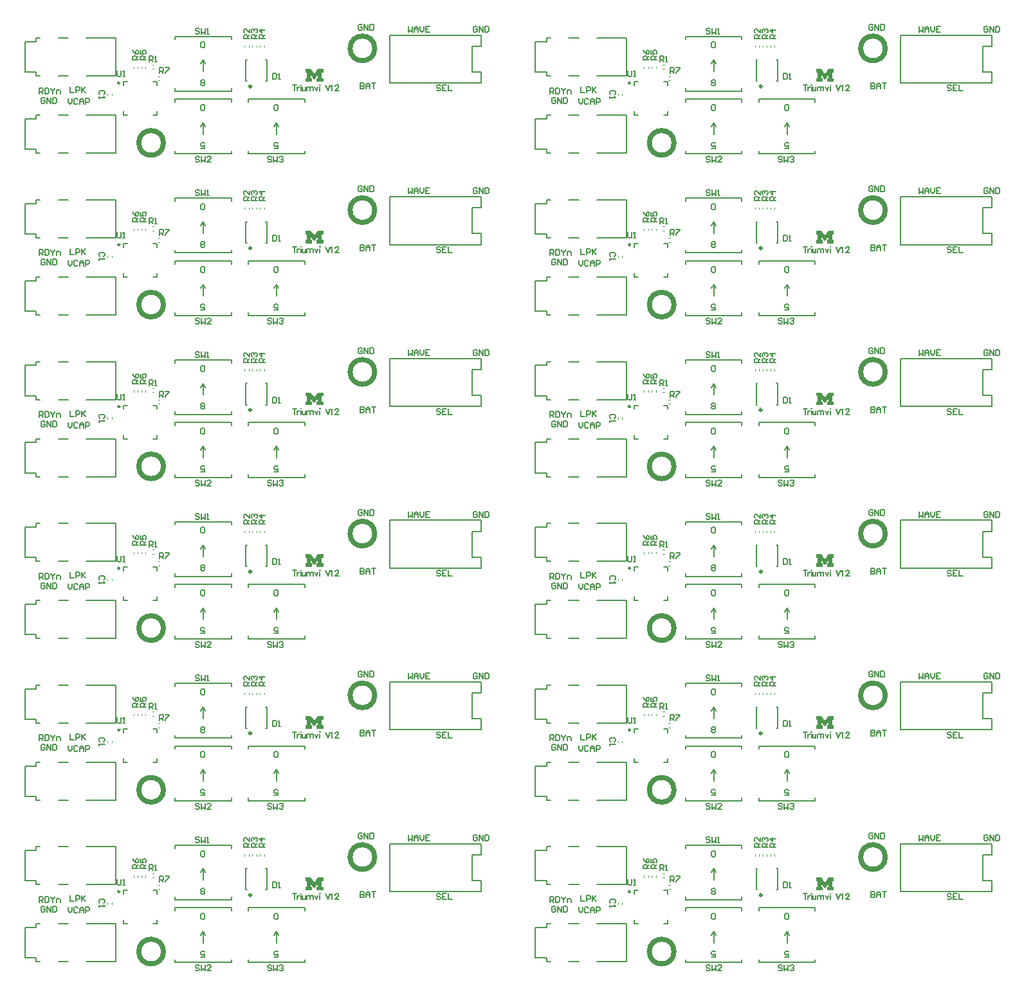
<source format=gto>
G04 Layer_Color=65535*
%FSLAX24Y24*%
%MOIN*%
G70*
G01*
G75*
%ADD31C,0.0280*%
%ADD32C,0.0118*%
%ADD33C,0.0098*%
%ADD34C,0.0050*%
%ADD35C,0.0039*%
%ADD36C,0.0079*%
G36*
X45868Y50816D02*
X45796D01*
Y50532D01*
X45868D01*
Y50344D01*
X45515D01*
Y50532D01*
X45587D01*
Y50702D01*
X45409Y50457D01*
X45397D01*
X45222Y50702D01*
Y50532D01*
X45294D01*
Y50344D01*
X44941D01*
Y50532D01*
X45010D01*
Y50816D01*
X44941D01*
Y51004D01*
X45220D01*
X45400Y50756D01*
X45409D01*
X45588Y51004D01*
X45868D01*
Y50816D01*
D02*
G37*
G36*
X19409D02*
X19337D01*
Y50532D01*
X19409D01*
Y50344D01*
X19056D01*
Y50532D01*
X19128D01*
Y50702D01*
X18950Y50457D01*
X18938D01*
X18763Y50702D01*
Y50532D01*
X18835D01*
Y50344D01*
X18482D01*
Y50532D01*
X18551D01*
Y50816D01*
X18482D01*
Y51004D01*
X18761D01*
X18941Y50756D01*
X18950D01*
X19129Y51004D01*
X19409D01*
Y50816D01*
D02*
G37*
G36*
X45868Y42429D02*
X45796D01*
Y42145D01*
X45868D01*
Y41956D01*
X45515D01*
Y42145D01*
X45587D01*
Y42315D01*
X45409Y42070D01*
X45397D01*
X45222Y42315D01*
Y42145D01*
X45294D01*
Y41956D01*
X44941D01*
Y42145D01*
X45010D01*
Y42429D01*
X44941D01*
Y42617D01*
X45220D01*
X45400Y42369D01*
X45409D01*
X45588Y42617D01*
X45868D01*
Y42429D01*
D02*
G37*
G36*
X19409D02*
X19337D01*
Y42145D01*
X19409D01*
Y41956D01*
X19056D01*
Y42145D01*
X19128D01*
Y42315D01*
X18950Y42070D01*
X18938D01*
X18763Y42315D01*
Y42145D01*
X18835D01*
Y41956D01*
X18482D01*
Y42145D01*
X18551D01*
Y42429D01*
X18482D01*
Y42617D01*
X18761D01*
X18941Y42369D01*
X18950D01*
X19129Y42617D01*
X19409D01*
Y42429D01*
D02*
G37*
G36*
X45868Y34041D02*
X45796D01*
Y33757D01*
X45868D01*
Y33569D01*
X45515D01*
Y33757D01*
X45587D01*
Y33928D01*
X45409Y33682D01*
X45397D01*
X45222Y33928D01*
Y33757D01*
X45294D01*
Y33569D01*
X44941D01*
Y33757D01*
X45010D01*
Y34041D01*
X44941D01*
Y34230D01*
X45220D01*
X45400Y33981D01*
X45409D01*
X45588Y34230D01*
X45868D01*
Y34041D01*
D02*
G37*
G36*
X19409D02*
X19337D01*
Y33757D01*
X19409D01*
Y33569D01*
X19056D01*
Y33757D01*
X19128D01*
Y33928D01*
X18950Y33682D01*
X18938D01*
X18763Y33928D01*
Y33757D01*
X18835D01*
Y33569D01*
X18482D01*
Y33757D01*
X18551D01*
Y34041D01*
X18482D01*
Y34230D01*
X18761D01*
X18941Y33981D01*
X18950D01*
X19129Y34230D01*
X19409D01*
Y34041D01*
D02*
G37*
G36*
X45868Y25654D02*
X45796D01*
Y25370D01*
X45868D01*
Y25181D01*
X45515D01*
Y25370D01*
X45587D01*
Y25540D01*
X45409Y25295D01*
X45397D01*
X45222Y25540D01*
Y25370D01*
X45294D01*
Y25181D01*
X44941D01*
Y25370D01*
X45010D01*
Y25654D01*
X44941D01*
Y25842D01*
X45220D01*
X45400Y25594D01*
X45409D01*
X45588Y25842D01*
X45868D01*
Y25654D01*
D02*
G37*
G36*
X19409D02*
X19337D01*
Y25370D01*
X19409D01*
Y25181D01*
X19056D01*
Y25370D01*
X19128D01*
Y25540D01*
X18950Y25295D01*
X18938D01*
X18763Y25540D01*
Y25370D01*
X18835D01*
Y25181D01*
X18482D01*
Y25370D01*
X18551D01*
Y25654D01*
X18482D01*
Y25842D01*
X18761D01*
X18941Y25594D01*
X18950D01*
X19129Y25842D01*
X19409D01*
Y25654D01*
D02*
G37*
G36*
X45868Y17266D02*
X45796D01*
Y16982D01*
X45868D01*
Y16794D01*
X45515D01*
Y16982D01*
X45587D01*
Y17153D01*
X45409Y16908D01*
X45397D01*
X45222Y17153D01*
Y16982D01*
X45294D01*
Y16794D01*
X44941D01*
Y16982D01*
X45010D01*
Y17266D01*
X44941D01*
Y17455D01*
X45220D01*
X45400Y17207D01*
X45409D01*
X45588Y17455D01*
X45868D01*
Y17266D01*
D02*
G37*
G36*
X19409D02*
X19337D01*
Y16982D01*
X19409D01*
Y16794D01*
X19056D01*
Y16982D01*
X19128D01*
Y17153D01*
X18950Y16908D01*
X18938D01*
X18763Y17153D01*
Y16982D01*
X18835D01*
Y16794D01*
X18482D01*
Y16982D01*
X18551D01*
Y17266D01*
X18482D01*
Y17455D01*
X18761D01*
X18941Y17207D01*
X18950D01*
X19129Y17455D01*
X19409D01*
Y17266D01*
D02*
G37*
G36*
X45868Y8879D02*
X45796D01*
Y8595D01*
X45868D01*
Y8407D01*
X45515D01*
Y8595D01*
X45587D01*
Y8765D01*
X45409Y8520D01*
X45397D01*
X45222Y8765D01*
Y8595D01*
X45294D01*
Y8407D01*
X44941D01*
Y8595D01*
X45010D01*
Y8879D01*
X44941D01*
Y9067D01*
X45220D01*
X45400Y8819D01*
X45409D01*
X45588Y9067D01*
X45868D01*
Y8879D01*
D02*
G37*
G36*
X19409D02*
X19337D01*
Y8595D01*
X19409D01*
Y8407D01*
X19056D01*
Y8595D01*
X19128D01*
Y8765D01*
X18950Y8520D01*
X18938D01*
X18763Y8765D01*
Y8595D01*
X18835D01*
Y8407D01*
X18482D01*
Y8595D01*
X18551D01*
Y8879D01*
X18482D01*
Y9067D01*
X18761D01*
X18941Y8819D01*
X18950D01*
X19129Y9067D01*
X19409D01*
Y8879D01*
D02*
G37*
D31*
X22077Y10137D02*
G03*
X22077Y10137I-640J0D01*
G01*
X11127Y5237D02*
G03*
X11127Y5237I-640J0D01*
G01*
X48536Y10137D02*
G03*
X48536Y10137I-640J0D01*
G01*
X37586Y5237D02*
G03*
X37586Y5237I-640J0D01*
G01*
X22077Y18524D02*
G03*
X22077Y18524I-640J0D01*
G01*
X11127Y13624D02*
G03*
X11127Y13624I-640J0D01*
G01*
X48536Y18524D02*
G03*
X48536Y18524I-640J0D01*
G01*
X37586Y13624D02*
G03*
X37586Y13624I-640J0D01*
G01*
X22077Y26912D02*
G03*
X22077Y26912I-640J0D01*
G01*
X11127Y22012D02*
G03*
X11127Y22012I-640J0D01*
G01*
X48536Y26912D02*
G03*
X48536Y26912I-640J0D01*
G01*
X37586Y22012D02*
G03*
X37586Y22012I-640J0D01*
G01*
X22077Y35299D02*
G03*
X22077Y35299I-640J0D01*
G01*
X11127Y30399D02*
G03*
X11127Y30399I-640J0D01*
G01*
X48536Y35299D02*
G03*
X48536Y35299I-640J0D01*
G01*
X37586Y30399D02*
G03*
X37586Y30399I-640J0D01*
G01*
X22077Y43687D02*
G03*
X22077Y43687I-640J0D01*
G01*
X11127Y38787D02*
G03*
X11127Y38787I-640J0D01*
G01*
X48536Y43687D02*
G03*
X48536Y43687I-640J0D01*
G01*
X37586Y38787D02*
G03*
X37586Y38787I-640J0D01*
G01*
X22077Y52074D02*
G03*
X22077Y52074I-640J0D01*
G01*
X11127Y47174D02*
G03*
X11127Y47174I-640J0D01*
G01*
X48536Y52074D02*
G03*
X48536Y52074I-640J0D01*
G01*
X37586Y47174D02*
G03*
X37586Y47174I-640J0D01*
G01*
D32*
X15681Y8170D02*
G03*
X15681Y8170I-59J0D01*
G01*
X42140D02*
G03*
X42140Y8170I-59J0D01*
G01*
X15681Y16557D02*
G03*
X15681Y16557I-59J0D01*
G01*
X42140D02*
G03*
X42140Y16557I-59J0D01*
G01*
X15681Y24945D02*
G03*
X15681Y24945I-59J0D01*
G01*
X42140D02*
G03*
X42140Y24945I-59J0D01*
G01*
X15681Y33332D02*
G03*
X15681Y33332I-59J0D01*
G01*
X42140D02*
G03*
X42140Y33332I-59J0D01*
G01*
X15681Y41720D02*
G03*
X15681Y41720I-59J0D01*
G01*
X42140D02*
G03*
X42140Y41720I-59J0D01*
G01*
X15681Y50107D02*
G03*
X15681Y50107I-59J0D01*
G01*
X42140D02*
G03*
X42140Y50107I-59J0D01*
G01*
D33*
X8864Y8344D02*
G03*
X8864Y8344I-49J0D01*
G01*
X35323D02*
G03*
X35323Y8344I-49J0D01*
G01*
X8864Y16731D02*
G03*
X8864Y16731I-49J0D01*
G01*
X35323D02*
G03*
X35323Y16731I-49J0D01*
G01*
X8864Y25119D02*
G03*
X8864Y25119I-49J0D01*
G01*
X35323D02*
G03*
X35323Y25119I-49J0D01*
G01*
X8864Y33506D02*
G03*
X8864Y33506I-49J0D01*
G01*
X35323D02*
G03*
X35323Y33506I-49J0D01*
G01*
X8864Y41894D02*
G03*
X8864Y41894I-49J0D01*
G01*
X35323D02*
G03*
X35323Y41894I-49J0D01*
G01*
X8864Y50281D02*
G03*
X8864Y50281I-49J0D01*
G01*
X35323D02*
G03*
X35323Y50281I-49J0D01*
G01*
D34*
X8671Y4703D02*
Y6671D01*
X8474Y4703D02*
X8671D01*
X8474Y6671D02*
X8671D01*
X7135D02*
X8494D01*
X5679D02*
X6191D01*
X4537D02*
X4734D01*
X4537Y6474D02*
Y6671D01*
X3946Y6474D02*
X4537D01*
X3946Y4900D02*
Y6474D01*
Y4900D02*
X4537D01*
Y4703D02*
Y4900D01*
Y4703D02*
X4734D01*
X5679D02*
X6191D01*
X7135D02*
X8474D01*
X8671Y8703D02*
Y10671D01*
X8474Y8703D02*
X8671D01*
X8474Y10671D02*
X8671D01*
X7135D02*
X8494D01*
X5679D02*
X6191D01*
X4537D02*
X4734D01*
X4537Y10474D02*
Y10671D01*
X3946Y10474D02*
X4537D01*
X3946Y8900D02*
Y10474D01*
Y8900D02*
X4537D01*
Y8703D02*
Y8900D01*
Y8703D02*
X4734D01*
X5679D02*
X6191D01*
X7135D02*
X8474D01*
X22866Y8347D02*
X27591D01*
X22866D02*
Y10827D01*
X27591D01*
Y10256D02*
Y10827D01*
X27118Y10256D02*
X27591D01*
X27118Y8918D02*
Y10256D01*
Y8918D02*
X27591D01*
Y8347D02*
Y8918D01*
X11730Y7347D02*
Y7504D01*
X14644D01*
Y7347D02*
Y7504D01*
X11730Y4670D02*
Y4827D01*
Y4670D02*
X14644D01*
Y4827D01*
X13187Y5693D02*
Y6284D01*
X13069Y6087D02*
X13187Y6284D01*
X13305Y6087D01*
X15530Y7347D02*
Y7504D01*
X18444D01*
Y7347D02*
Y7504D01*
X15530Y4670D02*
Y4827D01*
Y4670D02*
X18444D01*
Y4827D01*
X16987Y5693D02*
Y6284D01*
X16869Y6087D02*
X16987Y6284D01*
X17105Y6087D01*
X11730Y10597D02*
Y10754D01*
X14644D01*
Y10597D02*
Y10754D01*
X11730Y7920D02*
Y8077D01*
Y7920D02*
X14644D01*
Y8077D01*
X13187Y8943D02*
Y9534D01*
X13069Y9337D02*
X13187Y9534D01*
X13305Y9337D01*
X16429Y9538D02*
X16488D01*
X15386Y8436D02*
X15445D01*
X16429D02*
X16488D01*
Y9538D01*
X15386D02*
X15445D01*
X15386Y8436D02*
Y9538D01*
X17937Y8237D02*
Y7937D01*
X17837Y8237D02*
X18037D01*
X18073Y8137D02*
Y7937D01*
Y8051D02*
X18087Y8094D01*
X18116Y8123D01*
X18144Y8137D01*
X18187D01*
X18243Y8237D02*
X18257Y8223D01*
X18271Y8237D01*
X18257Y8251D01*
X18243Y8237D01*
X18257Y8137D02*
Y7937D01*
X18324Y8137D02*
Y7994D01*
X18338Y7951D01*
X18367Y7937D01*
X18410D01*
X18438Y7951D01*
X18481Y7994D01*
Y8137D02*
Y7937D01*
X18560Y8137D02*
Y7937D01*
Y8080D02*
X18603Y8123D01*
X18631Y8137D01*
X18674D01*
X18703Y8123D01*
X18717Y8080D01*
Y7937D01*
Y8080D02*
X18760Y8123D01*
X18788Y8137D01*
X18831D01*
X18860Y8123D01*
X18874Y8080D01*
Y7937D01*
X18968Y8137D02*
X19054Y7937D01*
X19140Y8137D02*
X19054Y7937D01*
X19217Y8237D02*
X19231Y8223D01*
X19245Y8237D01*
X19231Y8251D01*
X19217Y8237D01*
X19231Y8137D02*
Y7937D01*
X19534Y8237D02*
X19648Y7937D01*
X19762Y8237D02*
X19648Y7937D01*
X19801Y8180D02*
X19829Y8194D01*
X19872Y8237D01*
Y7937D01*
X20035Y8166D02*
Y8180D01*
X20049Y8208D01*
X20064Y8223D01*
X20092Y8237D01*
X20149D01*
X20178Y8223D01*
X20192Y8208D01*
X20206Y8180D01*
Y8151D01*
X20192Y8123D01*
X20164Y8080D01*
X20021Y7937D01*
X20221D01*
X8037Y7737D02*
X8087Y7787D01*
Y7887D01*
X8037Y7937D01*
X7837D01*
X7787Y7887D01*
Y7787D01*
X7837Y7737D01*
X7787Y7637D02*
Y7537D01*
Y7587D01*
X8087D01*
X8037Y7637D01*
X16787Y8837D02*
Y8537D01*
X16937D01*
X16987Y8587D01*
Y8787D01*
X16937Y8837D01*
X16787D01*
X17087Y8537D02*
X17187D01*
X17137D01*
Y8837D01*
X17087Y8787D01*
X10387Y9437D02*
Y9737D01*
X10537D01*
X10587Y9687D01*
Y9587D01*
X10537Y9537D01*
X10387D01*
X10487D02*
X10587Y9437D01*
X10687D02*
X10787D01*
X10737D01*
Y9737D01*
X10687Y9687D01*
X15587Y10637D02*
X15287D01*
Y10787D01*
X15337Y10837D01*
X15437D01*
X15487Y10787D01*
Y10637D01*
Y10737D02*
X15587Y10837D01*
Y11137D02*
Y10937D01*
X15387Y11137D01*
X15337D01*
X15287Y11087D01*
Y10987D01*
X15337Y10937D01*
X15987Y10637D02*
X15687D01*
Y10787D01*
X15737Y10837D01*
X15837D01*
X15887Y10787D01*
Y10637D01*
Y10737D02*
X15987Y10837D01*
X15737Y10937D02*
X15687Y10987D01*
Y11087D01*
X15737Y11137D01*
X15787D01*
X15837Y11087D01*
Y11037D01*
Y11087D01*
X15887Y11137D01*
X15937D01*
X15987Y11087D01*
Y10987D01*
X15937Y10937D01*
X16387Y10637D02*
X16087D01*
Y10787D01*
X16137Y10837D01*
X16237D01*
X16287Y10787D01*
Y10637D01*
Y10737D02*
X16387Y10837D01*
Y11087D02*
X16087D01*
X16237Y10937D01*
Y11137D01*
X10237Y9537D02*
X9937D01*
Y9687D01*
X9987Y9737D01*
X10087D01*
X10137Y9687D01*
Y9537D01*
Y9637D02*
X10237Y9737D01*
X9937Y10037D02*
Y9837D01*
X10087D01*
X10037Y9937D01*
Y9987D01*
X10087Y10037D01*
X10187D01*
X10237Y9987D01*
Y9887D01*
X10187Y9837D01*
X9837Y9537D02*
X9537D01*
Y9687D01*
X9587Y9737D01*
X9687D01*
X9737Y9687D01*
Y9537D01*
Y9637D02*
X9837Y9737D01*
X9537Y10037D02*
X9587Y9937D01*
X9687Y9837D01*
X9787D01*
X9837Y9887D01*
Y9987D01*
X9787Y10037D01*
X9737D01*
X9687Y9987D01*
Y9837D01*
X10937Y8837D02*
Y9137D01*
X11087D01*
X11137Y9087D01*
Y8987D01*
X11087Y8937D01*
X10937D01*
X11037D02*
X11137Y8837D01*
X11237Y9137D02*
X11437D01*
Y9087D01*
X11237Y8887D01*
Y8837D01*
X12987Y11137D02*
X12937Y11187D01*
X12837D01*
X12787Y11137D01*
Y11087D01*
X12837Y11037D01*
X12937D01*
X12987Y10987D01*
Y10937D01*
X12937Y10887D01*
X12837D01*
X12787Y10937D01*
X13087Y11187D02*
Y10887D01*
X13187Y10987D01*
X13287Y10887D01*
Y11187D01*
X13387Y10887D02*
X13487D01*
X13437D01*
Y11187D01*
X13387Y11137D01*
X12987Y4487D02*
X12937Y4537D01*
X12837D01*
X12787Y4487D01*
Y4437D01*
X12837Y4387D01*
X12937D01*
X12987Y4337D01*
Y4287D01*
X12937Y4237D01*
X12837D01*
X12787Y4287D01*
X13087Y4537D02*
Y4237D01*
X13187Y4337D01*
X13287Y4237D01*
Y4537D01*
X13587Y4237D02*
X13387D01*
X13587Y4437D01*
Y4487D01*
X13537Y4537D01*
X13437D01*
X13387Y4487D01*
X16737D02*
X16687Y4537D01*
X16587D01*
X16537Y4487D01*
Y4437D01*
X16587Y4387D01*
X16687D01*
X16737Y4337D01*
Y4287D01*
X16687Y4237D01*
X16587D01*
X16537Y4287D01*
X16837Y4537D02*
Y4237D01*
X16937Y4337D01*
X17037Y4237D01*
Y4537D01*
X17137Y4487D02*
X17187Y4537D01*
X17287D01*
X17337Y4487D01*
Y4437D01*
X17287Y4387D01*
X17237D01*
X17287D01*
X17337Y4337D01*
Y4287D01*
X17287Y4237D01*
X17187D01*
X17137Y4287D01*
X8737Y8987D02*
Y8737D01*
X8787Y8687D01*
X8887D01*
X8937Y8737D01*
Y8987D01*
X9037Y8687D02*
X9137D01*
X9087D01*
Y8987D01*
X9037Y8937D01*
X27387Y11237D02*
X27337Y11287D01*
X27237D01*
X27187Y11237D01*
Y11037D01*
X27237Y10987D01*
X27337D01*
X27387Y11037D01*
Y11137D01*
X27287D01*
X27487Y10987D02*
Y11287D01*
X27687Y10987D01*
Y11287D01*
X27787D02*
Y10987D01*
X27937D01*
X27987Y11037D01*
Y11237D01*
X27937Y11287D01*
X27787D01*
X23837D02*
Y10987D01*
X23937Y11087D01*
X24037Y10987D01*
Y11287D01*
X24137Y10987D02*
Y11187D01*
X24237Y11287D01*
X24337Y11187D01*
Y10987D01*
Y11137D01*
X24137D01*
X24437Y11287D02*
Y11087D01*
X24537Y10987D01*
X24637Y11087D01*
Y11287D01*
X24937D02*
X24737D01*
Y10987D01*
X24937D01*
X24737Y11137D02*
X24837D01*
X25487Y8187D02*
X25437Y8237D01*
X25337D01*
X25287Y8187D01*
Y8137D01*
X25337Y8087D01*
X25437D01*
X25487Y8037D01*
Y7987D01*
X25437Y7937D01*
X25337D01*
X25287Y7987D01*
X25787Y8237D02*
X25587D01*
Y7937D01*
X25787D01*
X25587Y8087D02*
X25687D01*
X25887Y8237D02*
Y7937D01*
X26087D01*
X6287Y8137D02*
Y7837D01*
X6487D01*
X6587D02*
Y8137D01*
X6737D01*
X6787Y8087D01*
Y7987D01*
X6737Y7937D01*
X6587D01*
X6887Y8137D02*
Y7837D01*
Y7937D01*
X7087Y8137D01*
X6937Y7987D01*
X7087Y7837D01*
X4687Y7787D02*
Y8087D01*
X4837D01*
X4887Y8037D01*
Y7937D01*
X4837Y7887D01*
X4687D01*
X4787D02*
X4887Y7787D01*
X4987Y8087D02*
Y7787D01*
X5137D01*
X5187Y7837D01*
Y8037D01*
X5137Y8087D01*
X4987D01*
X5287D02*
Y8037D01*
X5387Y7937D01*
X5487Y8037D01*
Y8087D01*
X5387Y7937D02*
Y7787D01*
X5587D02*
Y7987D01*
X5737D01*
X5787Y7937D01*
Y7787D01*
X4987Y7537D02*
X4937Y7587D01*
X4837D01*
X4787Y7537D01*
Y7337D01*
X4837Y7287D01*
X4937D01*
X4987Y7337D01*
Y7437D01*
X4887D01*
X5087Y7287D02*
Y7587D01*
X5287Y7287D01*
Y7587D01*
X5387D02*
Y7287D01*
X5537D01*
X5587Y7337D01*
Y7537D01*
X5537Y7587D01*
X5387D01*
X6187Y7537D02*
Y7337D01*
X6287Y7237D01*
X6387Y7337D01*
Y7537D01*
X6687Y7487D02*
X6637Y7537D01*
X6537D01*
X6487Y7487D01*
Y7287D01*
X6537Y7237D01*
X6637D01*
X6687Y7287D01*
X6787Y7237D02*
Y7437D01*
X6887Y7537D01*
X6987Y7437D01*
Y7237D01*
Y7387D01*
X6787D01*
X7087Y7237D02*
Y7537D01*
X7237D01*
X7287Y7487D01*
Y7387D01*
X7237Y7337D01*
X7087D01*
X21437Y11337D02*
X21387Y11387D01*
X21287D01*
X21237Y11337D01*
Y11137D01*
X21287Y11087D01*
X21387D01*
X21437Y11137D01*
Y11237D01*
X21337D01*
X21537Y11087D02*
Y11387D01*
X21737Y11087D01*
Y11387D01*
X21837D02*
Y11087D01*
X21987D01*
X22037Y11137D01*
Y11337D01*
X21987Y11387D01*
X21837D01*
X21337Y8337D02*
Y8037D01*
X21487D01*
X21537Y8087D01*
Y8137D01*
X21487Y8187D01*
X21337D01*
X21487D01*
X21537Y8237D01*
Y8287D01*
X21487Y8337D01*
X21337D01*
X21637Y8037D02*
Y8237D01*
X21737Y8337D01*
X21837Y8237D01*
Y8037D01*
Y8187D01*
X21637D01*
X21937Y8337D02*
X22137D01*
X22037D01*
Y8037D01*
X13069Y7164D02*
X13119Y7214D01*
X13219D01*
X13269Y7164D01*
Y6964D01*
X13219Y6914D01*
X13119D01*
X13069Y6964D01*
Y7164D01*
X13066Y4960D02*
X13266D01*
Y5110D01*
X13166Y5060D01*
X13116D01*
X13066Y5110D01*
Y5210D01*
X13116Y5260D01*
X13216D01*
X13266Y5210D01*
X16869Y7164D02*
X16919Y7214D01*
X17019D01*
X17069Y7164D01*
Y6964D01*
X17019Y6914D01*
X16919D01*
X16869Y6964D01*
Y7164D01*
X16866Y4960D02*
X17066D01*
Y5110D01*
X16966Y5060D01*
X16916D01*
X16866Y5110D01*
Y5210D01*
X16916Y5260D01*
X17016D01*
X17066Y5210D01*
X13069Y10414D02*
X13119Y10464D01*
X13219D01*
X13269Y10414D01*
Y10214D01*
X13219Y10164D01*
X13119D01*
X13069Y10214D01*
Y10414D01*
X13266Y8260D02*
X13216Y8210D01*
X13116D01*
X13066Y8260D01*
Y8310D01*
X13116Y8360D01*
X13066Y8410D01*
Y8460D01*
X13116Y8510D01*
X13216D01*
X13266Y8460D01*
Y8410D01*
X13216Y8360D01*
X13266Y8310D01*
Y8260D01*
X13216Y8360D02*
X13116D01*
X35130Y4703D02*
Y6671D01*
X34933Y4703D02*
X35130D01*
X34933Y6671D02*
X35130D01*
X33594D02*
X34953D01*
X32138D02*
X32650D01*
X30996D02*
X31193D01*
X30996Y6474D02*
Y6671D01*
X30406Y6474D02*
X30996D01*
X30406Y4900D02*
Y6474D01*
Y4900D02*
X30996D01*
Y4703D02*
Y4900D01*
Y4703D02*
X31193D01*
X32138D02*
X32650D01*
X33594D02*
X34933D01*
X35130Y8703D02*
Y10671D01*
X34933Y8703D02*
X35130D01*
X34933Y10671D02*
X35130D01*
X33594D02*
X34953D01*
X32138D02*
X32650D01*
X30996D02*
X31193D01*
X30996Y10474D02*
Y10671D01*
X30406Y10474D02*
X30996D01*
X30406Y8900D02*
Y10474D01*
Y8900D02*
X30996D01*
Y8703D02*
Y8900D01*
Y8703D02*
X31193D01*
X32138D02*
X32650D01*
X33594D02*
X34933D01*
X49325Y8347D02*
X54050D01*
X49325D02*
Y10827D01*
X54050D01*
Y10256D02*
Y10827D01*
X53577Y10256D02*
X54050D01*
X53577Y8918D02*
Y10256D01*
Y8918D02*
X54050D01*
Y8347D02*
Y8918D01*
X38189Y7347D02*
Y7504D01*
X41103D01*
Y7347D02*
Y7504D01*
X38189Y4670D02*
Y4827D01*
Y4670D02*
X41103D01*
Y4827D01*
X39646Y5693D02*
Y6284D01*
X39528Y6087D02*
X39646Y6284D01*
X39764Y6087D01*
X41989Y7347D02*
Y7504D01*
X44903D01*
Y7347D02*
Y7504D01*
X41989Y4670D02*
Y4827D01*
Y4670D02*
X44903D01*
Y4827D01*
X43446Y5693D02*
Y6284D01*
X43328Y6087D02*
X43446Y6284D01*
X43564Y6087D01*
X38189Y10597D02*
Y10754D01*
X41103D01*
Y10597D02*
Y10754D01*
X38189Y7920D02*
Y8077D01*
Y7920D02*
X41103D01*
Y8077D01*
X39646Y8943D02*
Y9534D01*
X39528Y9337D02*
X39646Y9534D01*
X39764Y9337D01*
X42888Y9538D02*
X42947D01*
X41845Y8436D02*
X41904D01*
X42888D02*
X42947D01*
Y9538D01*
X41845D02*
X41904D01*
X41845Y8436D02*
Y9538D01*
X44396Y8237D02*
Y7937D01*
X44296Y8237D02*
X44496D01*
X44532Y8137D02*
Y7937D01*
Y8051D02*
X44546Y8094D01*
X44575Y8123D01*
X44603Y8137D01*
X44646D01*
X44702Y8237D02*
X44716Y8223D01*
X44730Y8237D01*
X44716Y8251D01*
X44702Y8237D01*
X44716Y8137D02*
Y7937D01*
X44783Y8137D02*
Y7994D01*
X44797Y7951D01*
X44826Y7937D01*
X44869D01*
X44897Y7951D01*
X44940Y7994D01*
Y8137D02*
Y7937D01*
X45019Y8137D02*
Y7937D01*
Y8080D02*
X45062Y8123D01*
X45090Y8137D01*
X45133D01*
X45162Y8123D01*
X45176Y8080D01*
Y7937D01*
Y8080D02*
X45219Y8123D01*
X45247Y8137D01*
X45290D01*
X45319Y8123D01*
X45333Y8080D01*
Y7937D01*
X45427Y8137D02*
X45513Y7937D01*
X45599Y8137D02*
X45513Y7937D01*
X45676Y8237D02*
X45690Y8223D01*
X45704Y8237D01*
X45690Y8251D01*
X45676Y8237D01*
X45690Y8137D02*
Y7937D01*
X45993Y8237D02*
X46107Y7937D01*
X46221Y8237D02*
X46107Y7937D01*
X46260Y8180D02*
X46288Y8194D01*
X46331Y8237D01*
Y7937D01*
X46494Y8166D02*
Y8180D01*
X46508Y8208D01*
X46523Y8223D01*
X46551Y8237D01*
X46608D01*
X46637Y8223D01*
X46651Y8208D01*
X46666Y8180D01*
Y8151D01*
X46651Y8123D01*
X46623Y8080D01*
X46480Y7937D01*
X46680D01*
X34496Y7737D02*
X34546Y7787D01*
Y7887D01*
X34496Y7937D01*
X34296D01*
X34246Y7887D01*
Y7787D01*
X34296Y7737D01*
X34246Y7637D02*
Y7537D01*
Y7587D01*
X34546D01*
X34496Y7637D01*
X43246Y8837D02*
Y8537D01*
X43396D01*
X43446Y8587D01*
Y8787D01*
X43396Y8837D01*
X43246D01*
X43546Y8537D02*
X43646D01*
X43596D01*
Y8837D01*
X43546Y8787D01*
X36846Y9437D02*
Y9737D01*
X36996D01*
X37046Y9687D01*
Y9587D01*
X36996Y9537D01*
X36846D01*
X36946D02*
X37046Y9437D01*
X37146D02*
X37246D01*
X37196D01*
Y9737D01*
X37146Y9687D01*
X42046Y10637D02*
X41746D01*
Y10787D01*
X41796Y10837D01*
X41896D01*
X41946Y10787D01*
Y10637D01*
Y10737D02*
X42046Y10837D01*
Y11137D02*
Y10937D01*
X41846Y11137D01*
X41796D01*
X41746Y11087D01*
Y10987D01*
X41796Y10937D01*
X42446Y10637D02*
X42146D01*
Y10787D01*
X42196Y10837D01*
X42296D01*
X42346Y10787D01*
Y10637D01*
Y10737D02*
X42446Y10837D01*
X42196Y10937D02*
X42146Y10987D01*
Y11087D01*
X42196Y11137D01*
X42246D01*
X42296Y11087D01*
Y11037D01*
Y11087D01*
X42346Y11137D01*
X42396D01*
X42446Y11087D01*
Y10987D01*
X42396Y10937D01*
X42846Y10637D02*
X42546D01*
Y10787D01*
X42596Y10837D01*
X42696D01*
X42746Y10787D01*
Y10637D01*
Y10737D02*
X42846Y10837D01*
Y11087D02*
X42546D01*
X42696Y10937D01*
Y11137D01*
X36696Y9537D02*
X36396D01*
Y9687D01*
X36446Y9737D01*
X36546D01*
X36596Y9687D01*
Y9537D01*
Y9637D02*
X36696Y9737D01*
X36396Y10037D02*
Y9837D01*
X36546D01*
X36496Y9937D01*
Y9987D01*
X36546Y10037D01*
X36646D01*
X36696Y9987D01*
Y9887D01*
X36646Y9837D01*
X36296Y9537D02*
X35996D01*
Y9687D01*
X36046Y9737D01*
X36146D01*
X36196Y9687D01*
Y9537D01*
Y9637D02*
X36296Y9737D01*
X35996Y10037D02*
X36046Y9937D01*
X36146Y9837D01*
X36246D01*
X36296Y9887D01*
Y9987D01*
X36246Y10037D01*
X36196D01*
X36146Y9987D01*
Y9837D01*
X37396Y8837D02*
Y9137D01*
X37546D01*
X37596Y9087D01*
Y8987D01*
X37546Y8937D01*
X37396D01*
X37496D02*
X37596Y8837D01*
X37696Y9137D02*
X37896D01*
Y9087D01*
X37696Y8887D01*
Y8837D01*
X39446Y11137D02*
X39396Y11187D01*
X39296D01*
X39246Y11137D01*
Y11087D01*
X39296Y11037D01*
X39396D01*
X39446Y10987D01*
Y10937D01*
X39396Y10887D01*
X39296D01*
X39246Y10937D01*
X39546Y11187D02*
Y10887D01*
X39646Y10987D01*
X39746Y10887D01*
Y11187D01*
X39846Y10887D02*
X39946D01*
X39896D01*
Y11187D01*
X39846Y11137D01*
X39446Y4487D02*
X39396Y4537D01*
X39296D01*
X39246Y4487D01*
Y4437D01*
X39296Y4387D01*
X39396D01*
X39446Y4337D01*
Y4287D01*
X39396Y4237D01*
X39296D01*
X39246Y4287D01*
X39546Y4537D02*
Y4237D01*
X39646Y4337D01*
X39746Y4237D01*
Y4537D01*
X40046Y4237D02*
X39846D01*
X40046Y4437D01*
Y4487D01*
X39996Y4537D01*
X39896D01*
X39846Y4487D01*
X43196D02*
X43146Y4537D01*
X43046D01*
X42996Y4487D01*
Y4437D01*
X43046Y4387D01*
X43146D01*
X43196Y4337D01*
Y4287D01*
X43146Y4237D01*
X43046D01*
X42996Y4287D01*
X43296Y4537D02*
Y4237D01*
X43396Y4337D01*
X43496Y4237D01*
Y4537D01*
X43596Y4487D02*
X43646Y4537D01*
X43746D01*
X43796Y4487D01*
Y4437D01*
X43746Y4387D01*
X43696D01*
X43746D01*
X43796Y4337D01*
Y4287D01*
X43746Y4237D01*
X43646D01*
X43596Y4287D01*
X35196Y8987D02*
Y8737D01*
X35246Y8687D01*
X35346D01*
X35396Y8737D01*
Y8987D01*
X35496Y8687D02*
X35596D01*
X35546D01*
Y8987D01*
X35496Y8937D01*
X53846Y11237D02*
X53796Y11287D01*
X53696D01*
X53646Y11237D01*
Y11037D01*
X53696Y10987D01*
X53796D01*
X53846Y11037D01*
Y11137D01*
X53746D01*
X53946Y10987D02*
Y11287D01*
X54146Y10987D01*
Y11287D01*
X54246D02*
Y10987D01*
X54396D01*
X54446Y11037D01*
Y11237D01*
X54396Y11287D01*
X54246D01*
X50296D02*
Y10987D01*
X50396Y11087D01*
X50496Y10987D01*
Y11287D01*
X50596Y10987D02*
Y11187D01*
X50696Y11287D01*
X50796Y11187D01*
Y10987D01*
Y11137D01*
X50596D01*
X50896Y11287D02*
Y11087D01*
X50996Y10987D01*
X51096Y11087D01*
Y11287D01*
X51396D02*
X51196D01*
Y10987D01*
X51396D01*
X51196Y11137D02*
X51296D01*
X51946Y8187D02*
X51896Y8237D01*
X51796D01*
X51746Y8187D01*
Y8137D01*
X51796Y8087D01*
X51896D01*
X51946Y8037D01*
Y7987D01*
X51896Y7937D01*
X51796D01*
X51746Y7987D01*
X52246Y8237D02*
X52046D01*
Y7937D01*
X52246D01*
X52046Y8087D02*
X52146D01*
X52346Y8237D02*
Y7937D01*
X52546D01*
X32746Y8137D02*
Y7837D01*
X32946D01*
X33046D02*
Y8137D01*
X33196D01*
X33246Y8087D01*
Y7987D01*
X33196Y7937D01*
X33046D01*
X33346Y8137D02*
Y7837D01*
Y7937D01*
X33546Y8137D01*
X33396Y7987D01*
X33546Y7837D01*
X31146Y7787D02*
Y8087D01*
X31296D01*
X31346Y8037D01*
Y7937D01*
X31296Y7887D01*
X31146D01*
X31246D02*
X31346Y7787D01*
X31446Y8087D02*
Y7787D01*
X31596D01*
X31646Y7837D01*
Y8037D01*
X31596Y8087D01*
X31446D01*
X31746D02*
Y8037D01*
X31846Y7937D01*
X31946Y8037D01*
Y8087D01*
X31846Y7937D02*
Y7787D01*
X32046D02*
Y7987D01*
X32196D01*
X32246Y7937D01*
Y7787D01*
X31446Y7537D02*
X31396Y7587D01*
X31296D01*
X31246Y7537D01*
Y7337D01*
X31296Y7287D01*
X31396D01*
X31446Y7337D01*
Y7437D01*
X31346D01*
X31546Y7287D02*
Y7587D01*
X31746Y7287D01*
Y7587D01*
X31846D02*
Y7287D01*
X31996D01*
X32046Y7337D01*
Y7537D01*
X31996Y7587D01*
X31846D01*
X32646Y7537D02*
Y7337D01*
X32746Y7237D01*
X32846Y7337D01*
Y7537D01*
X33146Y7487D02*
X33096Y7537D01*
X32996D01*
X32946Y7487D01*
Y7287D01*
X32996Y7237D01*
X33096D01*
X33146Y7287D01*
X33246Y7237D02*
Y7437D01*
X33346Y7537D01*
X33446Y7437D01*
Y7237D01*
Y7387D01*
X33246D01*
X33546Y7237D02*
Y7537D01*
X33696D01*
X33746Y7487D01*
Y7387D01*
X33696Y7337D01*
X33546D01*
X47896Y11337D02*
X47846Y11387D01*
X47746D01*
X47696Y11337D01*
Y11137D01*
X47746Y11087D01*
X47846D01*
X47896Y11137D01*
Y11237D01*
X47796D01*
X47996Y11087D02*
Y11387D01*
X48196Y11087D01*
Y11387D01*
X48296D02*
Y11087D01*
X48446D01*
X48496Y11137D01*
Y11337D01*
X48446Y11387D01*
X48296D01*
X47796Y8337D02*
Y8037D01*
X47946D01*
X47996Y8087D01*
Y8137D01*
X47946Y8187D01*
X47796D01*
X47946D01*
X47996Y8237D01*
Y8287D01*
X47946Y8337D01*
X47796D01*
X48096Y8037D02*
Y8237D01*
X48196Y8337D01*
X48296Y8237D01*
Y8037D01*
Y8187D01*
X48096D01*
X48396Y8337D02*
X48596D01*
X48496D01*
Y8037D01*
X39528Y7164D02*
X39578Y7214D01*
X39678D01*
X39728Y7164D01*
Y6964D01*
X39678Y6914D01*
X39578D01*
X39528Y6964D01*
Y7164D01*
X39525Y4960D02*
X39725D01*
Y5110D01*
X39625Y5060D01*
X39575D01*
X39525Y5110D01*
Y5210D01*
X39575Y5260D01*
X39675D01*
X39725Y5210D01*
X43328Y7164D02*
X43378Y7214D01*
X43478D01*
X43528Y7164D01*
Y6964D01*
X43478Y6914D01*
X43378D01*
X43328Y6964D01*
Y7164D01*
X43325Y4960D02*
X43525D01*
Y5110D01*
X43425Y5060D01*
X43375D01*
X43325Y5110D01*
Y5210D01*
X43375Y5260D01*
X43475D01*
X43525Y5210D01*
X39528Y10414D02*
X39578Y10464D01*
X39678D01*
X39728Y10414D01*
Y10214D01*
X39678Y10164D01*
X39578D01*
X39528Y10214D01*
Y10414D01*
X39725Y8260D02*
X39675Y8210D01*
X39575D01*
X39525Y8260D01*
Y8310D01*
X39575Y8360D01*
X39525Y8410D01*
Y8460D01*
X39575Y8510D01*
X39675D01*
X39725Y8460D01*
Y8410D01*
X39675Y8360D01*
X39725Y8310D01*
Y8260D01*
X39675Y8360D02*
X39575D01*
X8671Y13090D02*
Y15059D01*
X8474Y13090D02*
X8671D01*
X8474Y15059D02*
X8671D01*
X7135D02*
X8494D01*
X5679D02*
X6191D01*
X4537D02*
X4734D01*
X4537Y14862D02*
Y15059D01*
X3946Y14862D02*
X4537D01*
X3946Y13287D02*
Y14862D01*
Y13287D02*
X4537D01*
Y13090D02*
Y13287D01*
Y13090D02*
X4734D01*
X5679D02*
X6191D01*
X7135D02*
X8474D01*
X8671Y17090D02*
Y19059D01*
X8474Y17090D02*
X8671D01*
X8474Y19059D02*
X8671D01*
X7135D02*
X8494D01*
X5679D02*
X6191D01*
X4537D02*
X4734D01*
X4537Y18862D02*
Y19059D01*
X3946Y18862D02*
X4537D01*
X3946Y17287D02*
Y18862D01*
Y17287D02*
X4537D01*
Y17090D02*
Y17287D01*
Y17090D02*
X4734D01*
X5679D02*
X6191D01*
X7135D02*
X8474D01*
X22866Y16734D02*
X27591D01*
X22866D02*
Y19215D01*
X27591D01*
Y18644D02*
Y19215D01*
X27118Y18644D02*
X27591D01*
X27118Y17305D02*
Y18644D01*
Y17305D02*
X27591D01*
Y16734D02*
Y17305D01*
X11730Y15734D02*
Y15892D01*
X14644D01*
Y15734D02*
Y15892D01*
X11730Y13057D02*
Y13215D01*
Y13057D02*
X14644D01*
Y13215D01*
X13187Y14081D02*
Y14671D01*
X13069Y14474D02*
X13187Y14671D01*
X13305Y14474D01*
X15530Y15734D02*
Y15892D01*
X18444D01*
Y15734D02*
Y15892D01*
X15530Y13057D02*
Y13215D01*
Y13057D02*
X18444D01*
Y13215D01*
X16987Y14081D02*
Y14671D01*
X16869Y14474D02*
X16987Y14671D01*
X17105Y14474D01*
X11730Y18984D02*
Y19142D01*
X14644D01*
Y18984D02*
Y19142D01*
X11730Y16307D02*
Y16465D01*
Y16307D02*
X14644D01*
Y16465D01*
X13187Y17331D02*
Y17921D01*
X13069Y17724D02*
X13187Y17921D01*
X13305Y17724D01*
X16429Y17926D02*
X16488D01*
X15386Y16823D02*
X15445D01*
X16429D02*
X16488D01*
Y17926D01*
X15386D02*
X15445D01*
X15386Y16823D02*
Y17926D01*
X17937Y16624D02*
Y16324D01*
X17837Y16624D02*
X18037D01*
X18073Y16524D02*
Y16324D01*
Y16439D02*
X18087Y16482D01*
X18116Y16510D01*
X18144Y16524D01*
X18187D01*
X18243Y16624D02*
X18257Y16610D01*
X18271Y16624D01*
X18257Y16639D01*
X18243Y16624D01*
X18257Y16524D02*
Y16324D01*
X18324Y16524D02*
Y16382D01*
X18338Y16339D01*
X18367Y16324D01*
X18410D01*
X18438Y16339D01*
X18481Y16382D01*
Y16524D02*
Y16324D01*
X18560Y16524D02*
Y16324D01*
Y16467D02*
X18603Y16510D01*
X18631Y16524D01*
X18674D01*
X18703Y16510D01*
X18717Y16467D01*
Y16324D01*
Y16467D02*
X18760Y16510D01*
X18788Y16524D01*
X18831D01*
X18860Y16510D01*
X18874Y16467D01*
Y16324D01*
X18968Y16524D02*
X19054Y16324D01*
X19140Y16524D02*
X19054Y16324D01*
X19217Y16624D02*
X19231Y16610D01*
X19245Y16624D01*
X19231Y16639D01*
X19217Y16624D01*
X19231Y16524D02*
Y16324D01*
X19534Y16624D02*
X19648Y16324D01*
X19762Y16624D02*
X19648Y16324D01*
X19801Y16567D02*
X19829Y16581D01*
X19872Y16624D01*
Y16324D01*
X20035Y16553D02*
Y16567D01*
X20049Y16596D01*
X20064Y16610D01*
X20092Y16624D01*
X20149D01*
X20178Y16610D01*
X20192Y16596D01*
X20206Y16567D01*
Y16539D01*
X20192Y16510D01*
X20164Y16467D01*
X20021Y16324D01*
X20221D01*
X8037Y16124D02*
X8087Y16174D01*
Y16274D01*
X8037Y16324D01*
X7837D01*
X7787Y16274D01*
Y16174D01*
X7837Y16124D01*
X7787Y16025D02*
Y15925D01*
Y15975D01*
X8087D01*
X8037Y16025D01*
X16787Y17224D02*
Y16924D01*
X16937D01*
X16987Y16974D01*
Y17174D01*
X16937Y17224D01*
X16787D01*
X17087Y16924D02*
X17187D01*
X17137D01*
Y17224D01*
X17087Y17174D01*
X10387Y17824D02*
Y18124D01*
X10537D01*
X10587Y18074D01*
Y17974D01*
X10537Y17924D01*
X10387D01*
X10487D02*
X10587Y17824D01*
X10687D02*
X10787D01*
X10737D01*
Y18124D01*
X10687Y18074D01*
X15587Y19024D02*
X15287D01*
Y19174D01*
X15337Y19224D01*
X15437D01*
X15487Y19174D01*
Y19024D01*
Y19124D02*
X15587Y19224D01*
Y19524D02*
Y19324D01*
X15387Y19524D01*
X15337D01*
X15287Y19474D01*
Y19374D01*
X15337Y19324D01*
X15987Y19024D02*
X15687D01*
Y19174D01*
X15737Y19224D01*
X15837D01*
X15887Y19174D01*
Y19024D01*
Y19124D02*
X15987Y19224D01*
X15737Y19324D02*
X15687Y19374D01*
Y19474D01*
X15737Y19524D01*
X15787D01*
X15837Y19474D01*
Y19424D01*
Y19474D01*
X15887Y19524D01*
X15937D01*
X15987Y19474D01*
Y19374D01*
X15937Y19324D01*
X16387Y19024D02*
X16087D01*
Y19174D01*
X16137Y19224D01*
X16237D01*
X16287Y19174D01*
Y19024D01*
Y19124D02*
X16387Y19224D01*
Y19474D02*
X16087D01*
X16237Y19324D01*
Y19524D01*
X10237Y17924D02*
X9937D01*
Y18074D01*
X9987Y18124D01*
X10087D01*
X10137Y18074D01*
Y17924D01*
Y18024D02*
X10237Y18124D01*
X9937Y18424D02*
Y18224D01*
X10087D01*
X10037Y18324D01*
Y18374D01*
X10087Y18424D01*
X10187D01*
X10237Y18374D01*
Y18274D01*
X10187Y18224D01*
X9837Y17924D02*
X9537D01*
Y18074D01*
X9587Y18124D01*
X9687D01*
X9737Y18074D01*
Y17924D01*
Y18024D02*
X9837Y18124D01*
X9537Y18424D02*
X9587Y18324D01*
X9687Y18224D01*
X9787D01*
X9837Y18274D01*
Y18374D01*
X9787Y18424D01*
X9737D01*
X9687Y18374D01*
Y18224D01*
X10937Y17224D02*
Y17524D01*
X11087D01*
X11137Y17474D01*
Y17374D01*
X11087Y17324D01*
X10937D01*
X11037D02*
X11137Y17224D01*
X11237Y17524D02*
X11437D01*
Y17474D01*
X11237Y17274D01*
Y17224D01*
X12987Y19524D02*
X12937Y19574D01*
X12837D01*
X12787Y19524D01*
Y19474D01*
X12837Y19424D01*
X12937D01*
X12987Y19374D01*
Y19324D01*
X12937Y19274D01*
X12837D01*
X12787Y19324D01*
X13087Y19574D02*
Y19274D01*
X13187Y19374D01*
X13287Y19274D01*
Y19574D01*
X13387Y19274D02*
X13487D01*
X13437D01*
Y19574D01*
X13387Y19524D01*
X12987Y12874D02*
X12937Y12924D01*
X12837D01*
X12787Y12874D01*
Y12824D01*
X12837Y12774D01*
X12937D01*
X12987Y12724D01*
Y12674D01*
X12937Y12624D01*
X12837D01*
X12787Y12674D01*
X13087Y12924D02*
Y12624D01*
X13187Y12724D01*
X13287Y12624D01*
Y12924D01*
X13587Y12624D02*
X13387D01*
X13587Y12824D01*
Y12874D01*
X13537Y12924D01*
X13437D01*
X13387Y12874D01*
X16737D02*
X16687Y12924D01*
X16587D01*
X16537Y12874D01*
Y12824D01*
X16587Y12774D01*
X16687D01*
X16737Y12724D01*
Y12674D01*
X16687Y12624D01*
X16587D01*
X16537Y12674D01*
X16837Y12924D02*
Y12624D01*
X16937Y12724D01*
X17037Y12624D01*
Y12924D01*
X17137Y12874D02*
X17187Y12924D01*
X17287D01*
X17337Y12874D01*
Y12824D01*
X17287Y12774D01*
X17237D01*
X17287D01*
X17337Y12724D01*
Y12674D01*
X17287Y12624D01*
X17187D01*
X17137Y12674D01*
X8737Y17374D02*
Y17124D01*
X8787Y17074D01*
X8887D01*
X8937Y17124D01*
Y17374D01*
X9037Y17074D02*
X9137D01*
X9087D01*
Y17374D01*
X9037Y17324D01*
X27387Y19624D02*
X27337Y19674D01*
X27237D01*
X27187Y19624D01*
Y19424D01*
X27237Y19374D01*
X27337D01*
X27387Y19424D01*
Y19524D01*
X27287D01*
X27487Y19374D02*
Y19674D01*
X27687Y19374D01*
Y19674D01*
X27787D02*
Y19374D01*
X27937D01*
X27987Y19424D01*
Y19624D01*
X27937Y19674D01*
X27787D01*
X23837D02*
Y19374D01*
X23937Y19474D01*
X24037Y19374D01*
Y19674D01*
X24137Y19374D02*
Y19574D01*
X24237Y19674D01*
X24337Y19574D01*
Y19374D01*
Y19524D01*
X24137D01*
X24437Y19674D02*
Y19474D01*
X24537Y19374D01*
X24637Y19474D01*
Y19674D01*
X24937D02*
X24737D01*
Y19374D01*
X24937D01*
X24737Y19524D02*
X24837D01*
X25487Y16574D02*
X25437Y16624D01*
X25337D01*
X25287Y16574D01*
Y16524D01*
X25337Y16474D01*
X25437D01*
X25487Y16424D01*
Y16374D01*
X25437Y16324D01*
X25337D01*
X25287Y16374D01*
X25787Y16624D02*
X25587D01*
Y16324D01*
X25787D01*
X25587Y16474D02*
X25687D01*
X25887Y16624D02*
Y16324D01*
X26087D01*
X6287Y16524D02*
Y16224D01*
X6487D01*
X6587D02*
Y16524D01*
X6737D01*
X6787Y16474D01*
Y16374D01*
X6737Y16324D01*
X6587D01*
X6887Y16524D02*
Y16224D01*
Y16324D01*
X7087Y16524D01*
X6937Y16374D01*
X7087Y16224D01*
X4687Y16174D02*
Y16474D01*
X4837D01*
X4887Y16424D01*
Y16324D01*
X4837Y16274D01*
X4687D01*
X4787D02*
X4887Y16174D01*
X4987Y16474D02*
Y16174D01*
X5137D01*
X5187Y16224D01*
Y16424D01*
X5137Y16474D01*
X4987D01*
X5287D02*
Y16424D01*
X5387Y16324D01*
X5487Y16424D01*
Y16474D01*
X5387Y16324D02*
Y16174D01*
X5587D02*
Y16374D01*
X5737D01*
X5787Y16324D01*
Y16174D01*
X4987Y15924D02*
X4937Y15974D01*
X4837D01*
X4787Y15924D01*
Y15724D01*
X4837Y15674D01*
X4937D01*
X4987Y15724D01*
Y15824D01*
X4887D01*
X5087Y15674D02*
Y15974D01*
X5287Y15674D01*
Y15974D01*
X5387D02*
Y15674D01*
X5537D01*
X5587Y15724D01*
Y15924D01*
X5537Y15974D01*
X5387D01*
X6187Y15924D02*
Y15724D01*
X6287Y15624D01*
X6387Y15724D01*
Y15924D01*
X6687Y15874D02*
X6637Y15924D01*
X6537D01*
X6487Y15874D01*
Y15674D01*
X6537Y15624D01*
X6637D01*
X6687Y15674D01*
X6787Y15624D02*
Y15824D01*
X6887Y15924D01*
X6987Y15824D01*
Y15624D01*
Y15774D01*
X6787D01*
X7087Y15624D02*
Y15924D01*
X7237D01*
X7287Y15874D01*
Y15774D01*
X7237Y15724D01*
X7087D01*
X21437Y19724D02*
X21387Y19774D01*
X21287D01*
X21237Y19724D01*
Y19524D01*
X21287Y19474D01*
X21387D01*
X21437Y19524D01*
Y19624D01*
X21337D01*
X21537Y19474D02*
Y19774D01*
X21737Y19474D01*
Y19774D01*
X21837D02*
Y19474D01*
X21987D01*
X22037Y19524D01*
Y19724D01*
X21987Y19774D01*
X21837D01*
X21337Y16724D02*
Y16424D01*
X21487D01*
X21537Y16474D01*
Y16524D01*
X21487Y16574D01*
X21337D01*
X21487D01*
X21537Y16624D01*
Y16674D01*
X21487Y16724D01*
X21337D01*
X21637Y16424D02*
Y16624D01*
X21737Y16724D01*
X21837Y16624D01*
Y16424D01*
Y16574D01*
X21637D01*
X21937Y16724D02*
X22137D01*
X22037D01*
Y16424D01*
X13069Y15551D02*
X13119Y15601D01*
X13219D01*
X13269Y15551D01*
Y15351D01*
X13219Y15301D01*
X13119D01*
X13069Y15351D01*
Y15551D01*
X13066Y13348D02*
X13266D01*
Y13498D01*
X13166Y13448D01*
X13116D01*
X13066Y13498D01*
Y13598D01*
X13116Y13648D01*
X13216D01*
X13266Y13598D01*
X16869Y15551D02*
X16919Y15601D01*
X17019D01*
X17069Y15551D01*
Y15351D01*
X17019Y15301D01*
X16919D01*
X16869Y15351D01*
Y15551D01*
X16866Y13348D02*
X17066D01*
Y13498D01*
X16966Y13448D01*
X16916D01*
X16866Y13498D01*
Y13598D01*
X16916Y13648D01*
X17016D01*
X17066Y13598D01*
X13069Y18801D02*
X13119Y18851D01*
X13219D01*
X13269Y18801D01*
Y18601D01*
X13219Y18551D01*
X13119D01*
X13069Y18601D01*
Y18801D01*
X13266Y16648D02*
X13216Y16598D01*
X13116D01*
X13066Y16648D01*
Y16698D01*
X13116Y16748D01*
X13066Y16798D01*
Y16848D01*
X13116Y16898D01*
X13216D01*
X13266Y16848D01*
Y16798D01*
X13216Y16748D01*
X13266Y16698D01*
Y16648D01*
X13216Y16748D02*
X13116D01*
X35130Y13090D02*
Y15059D01*
X34933Y13090D02*
X35130D01*
X34933Y15059D02*
X35130D01*
X33594D02*
X34953D01*
X32138D02*
X32650D01*
X30996D02*
X31193D01*
X30996Y14862D02*
Y15059D01*
X30406Y14862D02*
X30996D01*
X30406Y13287D02*
Y14862D01*
Y13287D02*
X30996D01*
Y13090D02*
Y13287D01*
Y13090D02*
X31193D01*
X32138D02*
X32650D01*
X33594D02*
X34933D01*
X35130Y17090D02*
Y19059D01*
X34933Y17090D02*
X35130D01*
X34933Y19059D02*
X35130D01*
X33594D02*
X34953D01*
X32138D02*
X32650D01*
X30996D02*
X31193D01*
X30996Y18862D02*
Y19059D01*
X30406Y18862D02*
X30996D01*
X30406Y17287D02*
Y18862D01*
Y17287D02*
X30996D01*
Y17090D02*
Y17287D01*
Y17090D02*
X31193D01*
X32138D02*
X32650D01*
X33594D02*
X34933D01*
X49325Y16734D02*
X54050D01*
X49325D02*
Y19215D01*
X54050D01*
Y18644D02*
Y19215D01*
X53577Y18644D02*
X54050D01*
X53577Y17305D02*
Y18644D01*
Y17305D02*
X54050D01*
Y16734D02*
Y17305D01*
X38189Y15734D02*
Y15892D01*
X41103D01*
Y15734D02*
Y15892D01*
X38189Y13057D02*
Y13215D01*
Y13057D02*
X41103D01*
Y13215D01*
X39646Y14081D02*
Y14671D01*
X39528Y14474D02*
X39646Y14671D01*
X39764Y14474D01*
X41989Y15734D02*
Y15892D01*
X44903D01*
Y15734D02*
Y15892D01*
X41989Y13057D02*
Y13215D01*
Y13057D02*
X44903D01*
Y13215D01*
X43446Y14081D02*
Y14671D01*
X43328Y14474D02*
X43446Y14671D01*
X43564Y14474D01*
X38189Y18984D02*
Y19142D01*
X41103D01*
Y18984D02*
Y19142D01*
X38189Y16307D02*
Y16465D01*
Y16307D02*
X41103D01*
Y16465D01*
X39646Y17331D02*
Y17921D01*
X39528Y17724D02*
X39646Y17921D01*
X39764Y17724D01*
X42888Y17926D02*
X42947D01*
X41845Y16823D02*
X41904D01*
X42888D02*
X42947D01*
Y17926D01*
X41845D02*
X41904D01*
X41845Y16823D02*
Y17926D01*
X44396Y16624D02*
Y16324D01*
X44296Y16624D02*
X44496D01*
X44532Y16524D02*
Y16324D01*
Y16439D02*
X44546Y16482D01*
X44575Y16510D01*
X44603Y16524D01*
X44646D01*
X44702Y16624D02*
X44716Y16610D01*
X44730Y16624D01*
X44716Y16639D01*
X44702Y16624D01*
X44716Y16524D02*
Y16324D01*
X44783Y16524D02*
Y16382D01*
X44797Y16339D01*
X44826Y16324D01*
X44869D01*
X44897Y16339D01*
X44940Y16382D01*
Y16524D02*
Y16324D01*
X45019Y16524D02*
Y16324D01*
Y16467D02*
X45062Y16510D01*
X45090Y16524D01*
X45133D01*
X45162Y16510D01*
X45176Y16467D01*
Y16324D01*
Y16467D02*
X45219Y16510D01*
X45247Y16524D01*
X45290D01*
X45319Y16510D01*
X45333Y16467D01*
Y16324D01*
X45427Y16524D02*
X45513Y16324D01*
X45599Y16524D02*
X45513Y16324D01*
X45676Y16624D02*
X45690Y16610D01*
X45704Y16624D01*
X45690Y16639D01*
X45676Y16624D01*
X45690Y16524D02*
Y16324D01*
X45993Y16624D02*
X46107Y16324D01*
X46221Y16624D02*
X46107Y16324D01*
X46260Y16567D02*
X46288Y16581D01*
X46331Y16624D01*
Y16324D01*
X46494Y16553D02*
Y16567D01*
X46508Y16596D01*
X46523Y16610D01*
X46551Y16624D01*
X46608D01*
X46637Y16610D01*
X46651Y16596D01*
X46666Y16567D01*
Y16539D01*
X46651Y16510D01*
X46623Y16467D01*
X46480Y16324D01*
X46680D01*
X34496Y16124D02*
X34546Y16174D01*
Y16274D01*
X34496Y16324D01*
X34296D01*
X34246Y16274D01*
Y16174D01*
X34296Y16124D01*
X34246Y16025D02*
Y15925D01*
Y15975D01*
X34546D01*
X34496Y16025D01*
X43246Y17224D02*
Y16924D01*
X43396D01*
X43446Y16974D01*
Y17174D01*
X43396Y17224D01*
X43246D01*
X43546Y16924D02*
X43646D01*
X43596D01*
Y17224D01*
X43546Y17174D01*
X36846Y17824D02*
Y18124D01*
X36996D01*
X37046Y18074D01*
Y17974D01*
X36996Y17924D01*
X36846D01*
X36946D02*
X37046Y17824D01*
X37146D02*
X37246D01*
X37196D01*
Y18124D01*
X37146Y18074D01*
X42046Y19024D02*
X41746D01*
Y19174D01*
X41796Y19224D01*
X41896D01*
X41946Y19174D01*
Y19024D01*
Y19124D02*
X42046Y19224D01*
Y19524D02*
Y19324D01*
X41846Y19524D01*
X41796D01*
X41746Y19474D01*
Y19374D01*
X41796Y19324D01*
X42446Y19024D02*
X42146D01*
Y19174D01*
X42196Y19224D01*
X42296D01*
X42346Y19174D01*
Y19024D01*
Y19124D02*
X42446Y19224D01*
X42196Y19324D02*
X42146Y19374D01*
Y19474D01*
X42196Y19524D01*
X42246D01*
X42296Y19474D01*
Y19424D01*
Y19474D01*
X42346Y19524D01*
X42396D01*
X42446Y19474D01*
Y19374D01*
X42396Y19324D01*
X42846Y19024D02*
X42546D01*
Y19174D01*
X42596Y19224D01*
X42696D01*
X42746Y19174D01*
Y19024D01*
Y19124D02*
X42846Y19224D01*
Y19474D02*
X42546D01*
X42696Y19324D01*
Y19524D01*
X36696Y17924D02*
X36396D01*
Y18074D01*
X36446Y18124D01*
X36546D01*
X36596Y18074D01*
Y17924D01*
Y18024D02*
X36696Y18124D01*
X36396Y18424D02*
Y18224D01*
X36546D01*
X36496Y18324D01*
Y18374D01*
X36546Y18424D01*
X36646D01*
X36696Y18374D01*
Y18274D01*
X36646Y18224D01*
X36296Y17924D02*
X35996D01*
Y18074D01*
X36046Y18124D01*
X36146D01*
X36196Y18074D01*
Y17924D01*
Y18024D02*
X36296Y18124D01*
X35996Y18424D02*
X36046Y18324D01*
X36146Y18224D01*
X36246D01*
X36296Y18274D01*
Y18374D01*
X36246Y18424D01*
X36196D01*
X36146Y18374D01*
Y18224D01*
X37396Y17224D02*
Y17524D01*
X37546D01*
X37596Y17474D01*
Y17374D01*
X37546Y17324D01*
X37396D01*
X37496D02*
X37596Y17224D01*
X37696Y17524D02*
X37896D01*
Y17474D01*
X37696Y17274D01*
Y17224D01*
X39446Y19524D02*
X39396Y19574D01*
X39296D01*
X39246Y19524D01*
Y19474D01*
X39296Y19424D01*
X39396D01*
X39446Y19374D01*
Y19324D01*
X39396Y19274D01*
X39296D01*
X39246Y19324D01*
X39546Y19574D02*
Y19274D01*
X39646Y19374D01*
X39746Y19274D01*
Y19574D01*
X39846Y19274D02*
X39946D01*
X39896D01*
Y19574D01*
X39846Y19524D01*
X39446Y12874D02*
X39396Y12924D01*
X39296D01*
X39246Y12874D01*
Y12824D01*
X39296Y12774D01*
X39396D01*
X39446Y12724D01*
Y12674D01*
X39396Y12624D01*
X39296D01*
X39246Y12674D01*
X39546Y12924D02*
Y12624D01*
X39646Y12724D01*
X39746Y12624D01*
Y12924D01*
X40046Y12624D02*
X39846D01*
X40046Y12824D01*
Y12874D01*
X39996Y12924D01*
X39896D01*
X39846Y12874D01*
X43196D02*
X43146Y12924D01*
X43046D01*
X42996Y12874D01*
Y12824D01*
X43046Y12774D01*
X43146D01*
X43196Y12724D01*
Y12674D01*
X43146Y12624D01*
X43046D01*
X42996Y12674D01*
X43296Y12924D02*
Y12624D01*
X43396Y12724D01*
X43496Y12624D01*
Y12924D01*
X43596Y12874D02*
X43646Y12924D01*
X43746D01*
X43796Y12874D01*
Y12824D01*
X43746Y12774D01*
X43696D01*
X43746D01*
X43796Y12724D01*
Y12674D01*
X43746Y12624D01*
X43646D01*
X43596Y12674D01*
X35196Y17374D02*
Y17124D01*
X35246Y17074D01*
X35346D01*
X35396Y17124D01*
Y17374D01*
X35496Y17074D02*
X35596D01*
X35546D01*
Y17374D01*
X35496Y17324D01*
X53846Y19624D02*
X53796Y19674D01*
X53696D01*
X53646Y19624D01*
Y19424D01*
X53696Y19374D01*
X53796D01*
X53846Y19424D01*
Y19524D01*
X53746D01*
X53946Y19374D02*
Y19674D01*
X54146Y19374D01*
Y19674D01*
X54246D02*
Y19374D01*
X54396D01*
X54446Y19424D01*
Y19624D01*
X54396Y19674D01*
X54246D01*
X50296D02*
Y19374D01*
X50396Y19474D01*
X50496Y19374D01*
Y19674D01*
X50596Y19374D02*
Y19574D01*
X50696Y19674D01*
X50796Y19574D01*
Y19374D01*
Y19524D01*
X50596D01*
X50896Y19674D02*
Y19474D01*
X50996Y19374D01*
X51096Y19474D01*
Y19674D01*
X51396D02*
X51196D01*
Y19374D01*
X51396D01*
X51196Y19524D02*
X51296D01*
X51946Y16574D02*
X51896Y16624D01*
X51796D01*
X51746Y16574D01*
Y16524D01*
X51796Y16474D01*
X51896D01*
X51946Y16424D01*
Y16374D01*
X51896Y16324D01*
X51796D01*
X51746Y16374D01*
X52246Y16624D02*
X52046D01*
Y16324D01*
X52246D01*
X52046Y16474D02*
X52146D01*
X52346Y16624D02*
Y16324D01*
X52546D01*
X32746Y16524D02*
Y16224D01*
X32946D01*
X33046D02*
Y16524D01*
X33196D01*
X33246Y16474D01*
Y16374D01*
X33196Y16324D01*
X33046D01*
X33346Y16524D02*
Y16224D01*
Y16324D01*
X33546Y16524D01*
X33396Y16374D01*
X33546Y16224D01*
X31146Y16174D02*
Y16474D01*
X31296D01*
X31346Y16424D01*
Y16324D01*
X31296Y16274D01*
X31146D01*
X31246D02*
X31346Y16174D01*
X31446Y16474D02*
Y16174D01*
X31596D01*
X31646Y16224D01*
Y16424D01*
X31596Y16474D01*
X31446D01*
X31746D02*
Y16424D01*
X31846Y16324D01*
X31946Y16424D01*
Y16474D01*
X31846Y16324D02*
Y16174D01*
X32046D02*
Y16374D01*
X32196D01*
X32246Y16324D01*
Y16174D01*
X31446Y15924D02*
X31396Y15974D01*
X31296D01*
X31246Y15924D01*
Y15724D01*
X31296Y15674D01*
X31396D01*
X31446Y15724D01*
Y15824D01*
X31346D01*
X31546Y15674D02*
Y15974D01*
X31746Y15674D01*
Y15974D01*
X31846D02*
Y15674D01*
X31996D01*
X32046Y15724D01*
Y15924D01*
X31996Y15974D01*
X31846D01*
X32646Y15924D02*
Y15724D01*
X32746Y15624D01*
X32846Y15724D01*
Y15924D01*
X33146Y15874D02*
X33096Y15924D01*
X32996D01*
X32946Y15874D01*
Y15674D01*
X32996Y15624D01*
X33096D01*
X33146Y15674D01*
X33246Y15624D02*
Y15824D01*
X33346Y15924D01*
X33446Y15824D01*
Y15624D01*
Y15774D01*
X33246D01*
X33546Y15624D02*
Y15924D01*
X33696D01*
X33746Y15874D01*
Y15774D01*
X33696Y15724D01*
X33546D01*
X47896Y19724D02*
X47846Y19774D01*
X47746D01*
X47696Y19724D01*
Y19524D01*
X47746Y19474D01*
X47846D01*
X47896Y19524D01*
Y19624D01*
X47796D01*
X47996Y19474D02*
Y19774D01*
X48196Y19474D01*
Y19774D01*
X48296D02*
Y19474D01*
X48446D01*
X48496Y19524D01*
Y19724D01*
X48446Y19774D01*
X48296D01*
X47796Y16724D02*
Y16424D01*
X47946D01*
X47996Y16474D01*
Y16524D01*
X47946Y16574D01*
X47796D01*
X47946D01*
X47996Y16624D01*
Y16674D01*
X47946Y16724D01*
X47796D01*
X48096Y16424D02*
Y16624D01*
X48196Y16724D01*
X48296Y16624D01*
Y16424D01*
Y16574D01*
X48096D01*
X48396Y16724D02*
X48596D01*
X48496D01*
Y16424D01*
X39528Y15551D02*
X39578Y15601D01*
X39678D01*
X39728Y15551D01*
Y15351D01*
X39678Y15301D01*
X39578D01*
X39528Y15351D01*
Y15551D01*
X39525Y13348D02*
X39725D01*
Y13498D01*
X39625Y13448D01*
X39575D01*
X39525Y13498D01*
Y13598D01*
X39575Y13648D01*
X39675D01*
X39725Y13598D01*
X43328Y15551D02*
X43378Y15601D01*
X43478D01*
X43528Y15551D01*
Y15351D01*
X43478Y15301D01*
X43378D01*
X43328Y15351D01*
Y15551D01*
X43325Y13348D02*
X43525D01*
Y13498D01*
X43425Y13448D01*
X43375D01*
X43325Y13498D01*
Y13598D01*
X43375Y13648D01*
X43475D01*
X43525Y13598D01*
X39528Y18801D02*
X39578Y18851D01*
X39678D01*
X39728Y18801D01*
Y18601D01*
X39678Y18551D01*
X39578D01*
X39528Y18601D01*
Y18801D01*
X39725Y16648D02*
X39675Y16598D01*
X39575D01*
X39525Y16648D01*
Y16698D01*
X39575Y16748D01*
X39525Y16798D01*
Y16848D01*
X39575Y16898D01*
X39675D01*
X39725Y16848D01*
Y16798D01*
X39675Y16748D01*
X39725Y16698D01*
Y16648D01*
X39675Y16748D02*
X39575D01*
X8671Y21478D02*
Y23446D01*
X8474Y21478D02*
X8671D01*
X8474Y23446D02*
X8671D01*
X7135D02*
X8494D01*
X5679D02*
X6191D01*
X4537D02*
X4734D01*
X4537Y23249D02*
Y23446D01*
X3946Y23249D02*
X4537D01*
X3946Y21674D02*
Y23249D01*
Y21674D02*
X4537D01*
Y21478D02*
Y21674D01*
Y21478D02*
X4734D01*
X5679D02*
X6191D01*
X7135D02*
X8474D01*
X8671Y25478D02*
Y27446D01*
X8474Y25478D02*
X8671D01*
X8474Y27446D02*
X8671D01*
X7135D02*
X8494D01*
X5679D02*
X6191D01*
X4537D02*
X4734D01*
X4537Y27249D02*
Y27446D01*
X3946Y27249D02*
X4537D01*
X3946Y25674D02*
Y27249D01*
Y25674D02*
X4537D01*
Y25478D02*
Y25674D01*
Y25478D02*
X4734D01*
X5679D02*
X6191D01*
X7135D02*
X8474D01*
X22866Y25122D02*
X27591D01*
X22866D02*
Y27602D01*
X27591D01*
Y27031D02*
Y27602D01*
X27118Y27031D02*
X27591D01*
X27118Y25693D02*
Y27031D01*
Y25693D02*
X27591D01*
Y25122D02*
Y25693D01*
X11730Y24122D02*
Y24279D01*
X14644D01*
Y24122D02*
Y24279D01*
X11730Y21444D02*
Y21602D01*
Y21444D02*
X14644D01*
Y21602D01*
X13187Y22468D02*
Y23059D01*
X13069Y22862D02*
X13187Y23059D01*
X13305Y22862D01*
X15530Y24122D02*
Y24279D01*
X18444D01*
Y24122D02*
Y24279D01*
X15530Y21444D02*
Y21602D01*
Y21444D02*
X18444D01*
Y21602D01*
X16987Y22468D02*
Y23059D01*
X16869Y22862D02*
X16987Y23059D01*
X17105Y22862D01*
X11730Y27372D02*
Y27529D01*
X14644D01*
Y27372D02*
Y27529D01*
X11730Y24694D02*
Y24852D01*
Y24694D02*
X14644D01*
Y24852D01*
X13187Y25718D02*
Y26309D01*
X13069Y26112D02*
X13187Y26309D01*
X13305Y26112D01*
X16429Y26313D02*
X16488D01*
X15386Y25211D02*
X15445D01*
X16429D02*
X16488D01*
Y26313D01*
X15386D02*
X15445D01*
X15386Y25211D02*
Y26313D01*
X17937Y25012D02*
Y24712D01*
X17837Y25012D02*
X18037D01*
X18073Y24912D02*
Y24712D01*
Y24826D02*
X18087Y24869D01*
X18116Y24897D01*
X18144Y24912D01*
X18187D01*
X18243Y25012D02*
X18257Y24997D01*
X18271Y25012D01*
X18257Y25026D01*
X18243Y25012D01*
X18257Y24912D02*
Y24712D01*
X18324Y24912D02*
Y24769D01*
X18338Y24726D01*
X18367Y24712D01*
X18410D01*
X18438Y24726D01*
X18481Y24769D01*
Y24912D02*
Y24712D01*
X18560Y24912D02*
Y24712D01*
Y24855D02*
X18603Y24897D01*
X18631Y24912D01*
X18674D01*
X18703Y24897D01*
X18717Y24855D01*
Y24712D01*
Y24855D02*
X18760Y24897D01*
X18788Y24912D01*
X18831D01*
X18860Y24897D01*
X18874Y24855D01*
Y24712D01*
X18968Y24912D02*
X19054Y24712D01*
X19140Y24912D02*
X19054Y24712D01*
X19217Y25012D02*
X19231Y24997D01*
X19245Y25012D01*
X19231Y25026D01*
X19217Y25012D01*
X19231Y24912D02*
Y24712D01*
X19534Y25012D02*
X19648Y24712D01*
X19762Y25012D02*
X19648Y24712D01*
X19801Y24955D02*
X19829Y24969D01*
X19872Y25012D01*
Y24712D01*
X20035Y24940D02*
Y24955D01*
X20049Y24983D01*
X20064Y24997D01*
X20092Y25012D01*
X20149D01*
X20178Y24997D01*
X20192Y24983D01*
X20206Y24955D01*
Y24926D01*
X20192Y24897D01*
X20164Y24855D01*
X20021Y24712D01*
X20221D01*
X8037Y24512D02*
X8087Y24562D01*
Y24662D01*
X8037Y24712D01*
X7837D01*
X7787Y24662D01*
Y24562D01*
X7837Y24512D01*
X7787Y24412D02*
Y24312D01*
Y24362D01*
X8087D01*
X8037Y24412D01*
X16787Y25612D02*
Y25312D01*
X16937D01*
X16987Y25362D01*
Y25562D01*
X16937Y25612D01*
X16787D01*
X17087Y25312D02*
X17187D01*
X17137D01*
Y25612D01*
X17087Y25562D01*
X10387Y26212D02*
Y26512D01*
X10537D01*
X10587Y26462D01*
Y26362D01*
X10537Y26312D01*
X10387D01*
X10487D02*
X10587Y26212D01*
X10687D02*
X10787D01*
X10737D01*
Y26512D01*
X10687Y26462D01*
X15587Y27412D02*
X15287D01*
Y27562D01*
X15337Y27612D01*
X15437D01*
X15487Y27562D01*
Y27412D01*
Y27512D02*
X15587Y27612D01*
Y27912D02*
Y27712D01*
X15387Y27912D01*
X15337D01*
X15287Y27862D01*
Y27762D01*
X15337Y27712D01*
X15987Y27412D02*
X15687D01*
Y27562D01*
X15737Y27612D01*
X15837D01*
X15887Y27562D01*
Y27412D01*
Y27512D02*
X15987Y27612D01*
X15737Y27712D02*
X15687Y27762D01*
Y27862D01*
X15737Y27912D01*
X15787D01*
X15837Y27862D01*
Y27812D01*
Y27862D01*
X15887Y27912D01*
X15937D01*
X15987Y27862D01*
Y27762D01*
X15937Y27712D01*
X16387Y27412D02*
X16087D01*
Y27562D01*
X16137Y27612D01*
X16237D01*
X16287Y27562D01*
Y27412D01*
Y27512D02*
X16387Y27612D01*
Y27862D02*
X16087D01*
X16237Y27712D01*
Y27912D01*
X10237Y26312D02*
X9937D01*
Y26462D01*
X9987Y26512D01*
X10087D01*
X10137Y26462D01*
Y26312D01*
Y26412D02*
X10237Y26512D01*
X9937Y26812D02*
Y26612D01*
X10087D01*
X10037Y26712D01*
Y26762D01*
X10087Y26812D01*
X10187D01*
X10237Y26762D01*
Y26662D01*
X10187Y26612D01*
X9837Y26312D02*
X9537D01*
Y26462D01*
X9587Y26512D01*
X9687D01*
X9737Y26462D01*
Y26312D01*
Y26412D02*
X9837Y26512D01*
X9537Y26812D02*
X9587Y26712D01*
X9687Y26612D01*
X9787D01*
X9837Y26662D01*
Y26762D01*
X9787Y26812D01*
X9737D01*
X9687Y26762D01*
Y26612D01*
X10937Y25612D02*
Y25912D01*
X11087D01*
X11137Y25862D01*
Y25762D01*
X11087Y25712D01*
X10937D01*
X11037D02*
X11137Y25612D01*
X11237Y25912D02*
X11437D01*
Y25862D01*
X11237Y25662D01*
Y25612D01*
X12987Y27912D02*
X12937Y27962D01*
X12837D01*
X12787Y27912D01*
Y27862D01*
X12837Y27812D01*
X12937D01*
X12987Y27762D01*
Y27712D01*
X12937Y27662D01*
X12837D01*
X12787Y27712D01*
X13087Y27962D02*
Y27662D01*
X13187Y27762D01*
X13287Y27662D01*
Y27962D01*
X13387Y27662D02*
X13487D01*
X13437D01*
Y27962D01*
X13387Y27912D01*
X12987Y21262D02*
X12937Y21312D01*
X12837D01*
X12787Y21262D01*
Y21212D01*
X12837Y21162D01*
X12937D01*
X12987Y21112D01*
Y21062D01*
X12937Y21012D01*
X12837D01*
X12787Y21062D01*
X13087Y21312D02*
Y21012D01*
X13187Y21112D01*
X13287Y21012D01*
Y21312D01*
X13587Y21012D02*
X13387D01*
X13587Y21212D01*
Y21262D01*
X13537Y21312D01*
X13437D01*
X13387Y21262D01*
X16737D02*
X16687Y21312D01*
X16587D01*
X16537Y21262D01*
Y21212D01*
X16587Y21162D01*
X16687D01*
X16737Y21112D01*
Y21062D01*
X16687Y21012D01*
X16587D01*
X16537Y21062D01*
X16837Y21312D02*
Y21012D01*
X16937Y21112D01*
X17037Y21012D01*
Y21312D01*
X17137Y21262D02*
X17187Y21312D01*
X17287D01*
X17337Y21262D01*
Y21212D01*
X17287Y21162D01*
X17237D01*
X17287D01*
X17337Y21112D01*
Y21062D01*
X17287Y21012D01*
X17187D01*
X17137Y21062D01*
X8737Y25762D02*
Y25512D01*
X8787Y25462D01*
X8887D01*
X8937Y25512D01*
Y25762D01*
X9037Y25462D02*
X9137D01*
X9087D01*
Y25762D01*
X9037Y25712D01*
X27387Y28012D02*
X27337Y28062D01*
X27237D01*
X27187Y28012D01*
Y27812D01*
X27237Y27762D01*
X27337D01*
X27387Y27812D01*
Y27912D01*
X27287D01*
X27487Y27762D02*
Y28062D01*
X27687Y27762D01*
Y28062D01*
X27787D02*
Y27762D01*
X27937D01*
X27987Y27812D01*
Y28012D01*
X27937Y28062D01*
X27787D01*
X23837D02*
Y27762D01*
X23937Y27862D01*
X24037Y27762D01*
Y28062D01*
X24137Y27762D02*
Y27962D01*
X24237Y28062D01*
X24337Y27962D01*
Y27762D01*
Y27912D01*
X24137D01*
X24437Y28062D02*
Y27862D01*
X24537Y27762D01*
X24637Y27862D01*
Y28062D01*
X24937D02*
X24737D01*
Y27762D01*
X24937D01*
X24737Y27912D02*
X24837D01*
X25487Y24962D02*
X25437Y25012D01*
X25337D01*
X25287Y24962D01*
Y24912D01*
X25337Y24862D01*
X25437D01*
X25487Y24812D01*
Y24762D01*
X25437Y24712D01*
X25337D01*
X25287Y24762D01*
X25787Y25012D02*
X25587D01*
Y24712D01*
X25787D01*
X25587Y24862D02*
X25687D01*
X25887Y25012D02*
Y24712D01*
X26087D01*
X6287Y24912D02*
Y24612D01*
X6487D01*
X6587D02*
Y24912D01*
X6737D01*
X6787Y24862D01*
Y24762D01*
X6737Y24712D01*
X6587D01*
X6887Y24912D02*
Y24612D01*
Y24712D01*
X7087Y24912D01*
X6937Y24762D01*
X7087Y24612D01*
X4687Y24562D02*
Y24862D01*
X4837D01*
X4887Y24812D01*
Y24712D01*
X4837Y24662D01*
X4687D01*
X4787D02*
X4887Y24562D01*
X4987Y24862D02*
Y24562D01*
X5137D01*
X5187Y24612D01*
Y24812D01*
X5137Y24862D01*
X4987D01*
X5287D02*
Y24812D01*
X5387Y24712D01*
X5487Y24812D01*
Y24862D01*
X5387Y24712D02*
Y24562D01*
X5587D02*
Y24762D01*
X5737D01*
X5787Y24712D01*
Y24562D01*
X4987Y24312D02*
X4937Y24362D01*
X4837D01*
X4787Y24312D01*
Y24112D01*
X4837Y24062D01*
X4937D01*
X4987Y24112D01*
Y24212D01*
X4887D01*
X5087Y24062D02*
Y24362D01*
X5287Y24062D01*
Y24362D01*
X5387D02*
Y24062D01*
X5537D01*
X5587Y24112D01*
Y24312D01*
X5537Y24362D01*
X5387D01*
X6187Y24312D02*
Y24112D01*
X6287Y24012D01*
X6387Y24112D01*
Y24312D01*
X6687Y24262D02*
X6637Y24312D01*
X6537D01*
X6487Y24262D01*
Y24062D01*
X6537Y24012D01*
X6637D01*
X6687Y24062D01*
X6787Y24012D02*
Y24212D01*
X6887Y24312D01*
X6987Y24212D01*
Y24012D01*
Y24162D01*
X6787D01*
X7087Y24012D02*
Y24312D01*
X7237D01*
X7287Y24262D01*
Y24162D01*
X7237Y24112D01*
X7087D01*
X21437Y28112D02*
X21387Y28162D01*
X21287D01*
X21237Y28112D01*
Y27912D01*
X21287Y27862D01*
X21387D01*
X21437Y27912D01*
Y28012D01*
X21337D01*
X21537Y27862D02*
Y28162D01*
X21737Y27862D01*
Y28162D01*
X21837D02*
Y27862D01*
X21987D01*
X22037Y27912D01*
Y28112D01*
X21987Y28162D01*
X21837D01*
X21337Y25112D02*
Y24812D01*
X21487D01*
X21537Y24862D01*
Y24912D01*
X21487Y24962D01*
X21337D01*
X21487D01*
X21537Y25012D01*
Y25062D01*
X21487Y25112D01*
X21337D01*
X21637Y24812D02*
Y25012D01*
X21737Y25112D01*
X21837Y25012D01*
Y24812D01*
Y24962D01*
X21637D01*
X21937Y25112D02*
X22137D01*
X22037D01*
Y24812D01*
X13069Y23939D02*
X13119Y23988D01*
X13219D01*
X13269Y23939D01*
Y23739D01*
X13219Y23689D01*
X13119D01*
X13069Y23739D01*
Y23939D01*
X13066Y21735D02*
X13266D01*
Y21885D01*
X13166Y21835D01*
X13116D01*
X13066Y21885D01*
Y21985D01*
X13116Y22035D01*
X13216D01*
X13266Y21985D01*
X16869Y23939D02*
X16919Y23988D01*
X17019D01*
X17069Y23939D01*
Y23739D01*
X17019Y23689D01*
X16919D01*
X16869Y23739D01*
Y23939D01*
X16866Y21735D02*
X17066D01*
Y21885D01*
X16966Y21835D01*
X16916D01*
X16866Y21885D01*
Y21985D01*
X16916Y22035D01*
X17016D01*
X17066Y21985D01*
X13069Y27188D02*
X13119Y27238D01*
X13219D01*
X13269Y27188D01*
Y26989D01*
X13219Y26939D01*
X13119D01*
X13069Y26989D01*
Y27188D01*
X13266Y25035D02*
X13216Y24985D01*
X13116D01*
X13066Y25035D01*
Y25085D01*
X13116Y25135D01*
X13066Y25185D01*
Y25235D01*
X13116Y25285D01*
X13216D01*
X13266Y25235D01*
Y25185D01*
X13216Y25135D01*
X13266Y25085D01*
Y25035D01*
X13216Y25135D02*
X13116D01*
X35130Y21478D02*
Y23446D01*
X34933Y21478D02*
X35130D01*
X34933Y23446D02*
X35130D01*
X33594D02*
X34953D01*
X32138D02*
X32650D01*
X30996D02*
X31193D01*
X30996Y23249D02*
Y23446D01*
X30406Y23249D02*
X30996D01*
X30406Y21674D02*
Y23249D01*
Y21674D02*
X30996D01*
Y21478D02*
Y21674D01*
Y21478D02*
X31193D01*
X32138D02*
X32650D01*
X33594D02*
X34933D01*
X35130Y25478D02*
Y27446D01*
X34933Y25478D02*
X35130D01*
X34933Y27446D02*
X35130D01*
X33594D02*
X34953D01*
X32138D02*
X32650D01*
X30996D02*
X31193D01*
X30996Y27249D02*
Y27446D01*
X30406Y27249D02*
X30996D01*
X30406Y25674D02*
Y27249D01*
Y25674D02*
X30996D01*
Y25478D02*
Y25674D01*
Y25478D02*
X31193D01*
X32138D02*
X32650D01*
X33594D02*
X34933D01*
X49325Y25122D02*
X54050D01*
X49325D02*
Y27602D01*
X54050D01*
Y27031D02*
Y27602D01*
X53577Y27031D02*
X54050D01*
X53577Y25693D02*
Y27031D01*
Y25693D02*
X54050D01*
Y25122D02*
Y25693D01*
X38189Y24122D02*
Y24279D01*
X41103D01*
Y24122D02*
Y24279D01*
X38189Y21444D02*
Y21602D01*
Y21444D02*
X41103D01*
Y21602D01*
X39646Y22468D02*
Y23059D01*
X39528Y22862D02*
X39646Y23059D01*
X39764Y22862D01*
X41989Y24122D02*
Y24279D01*
X44903D01*
Y24122D02*
Y24279D01*
X41989Y21444D02*
Y21602D01*
Y21444D02*
X44903D01*
Y21602D01*
X43446Y22468D02*
Y23059D01*
X43328Y22862D02*
X43446Y23059D01*
X43564Y22862D01*
X38189Y27372D02*
Y27529D01*
X41103D01*
Y27372D02*
Y27529D01*
X38189Y24694D02*
Y24852D01*
Y24694D02*
X41103D01*
Y24852D01*
X39646Y25718D02*
Y26309D01*
X39528Y26112D02*
X39646Y26309D01*
X39764Y26112D01*
X42888Y26313D02*
X42947D01*
X41845Y25211D02*
X41904D01*
X42888D02*
X42947D01*
Y26313D01*
X41845D02*
X41904D01*
X41845Y25211D02*
Y26313D01*
X44396Y25012D02*
Y24712D01*
X44296Y25012D02*
X44496D01*
X44532Y24912D02*
Y24712D01*
Y24826D02*
X44546Y24869D01*
X44575Y24897D01*
X44603Y24912D01*
X44646D01*
X44702Y25012D02*
X44716Y24997D01*
X44730Y25012D01*
X44716Y25026D01*
X44702Y25012D01*
X44716Y24912D02*
Y24712D01*
X44783Y24912D02*
Y24769D01*
X44797Y24726D01*
X44826Y24712D01*
X44869D01*
X44897Y24726D01*
X44940Y24769D01*
Y24912D02*
Y24712D01*
X45019Y24912D02*
Y24712D01*
Y24855D02*
X45062Y24897D01*
X45090Y24912D01*
X45133D01*
X45162Y24897D01*
X45176Y24855D01*
Y24712D01*
Y24855D02*
X45219Y24897D01*
X45247Y24912D01*
X45290D01*
X45319Y24897D01*
X45333Y24855D01*
Y24712D01*
X45427Y24912D02*
X45513Y24712D01*
X45599Y24912D02*
X45513Y24712D01*
X45676Y25012D02*
X45690Y24997D01*
X45704Y25012D01*
X45690Y25026D01*
X45676Y25012D01*
X45690Y24912D02*
Y24712D01*
X45993Y25012D02*
X46107Y24712D01*
X46221Y25012D02*
X46107Y24712D01*
X46260Y24955D02*
X46288Y24969D01*
X46331Y25012D01*
Y24712D01*
X46494Y24940D02*
Y24955D01*
X46508Y24983D01*
X46523Y24997D01*
X46551Y25012D01*
X46608D01*
X46637Y24997D01*
X46651Y24983D01*
X46666Y24955D01*
Y24926D01*
X46651Y24897D01*
X46623Y24855D01*
X46480Y24712D01*
X46680D01*
X34496Y24512D02*
X34546Y24562D01*
Y24662D01*
X34496Y24712D01*
X34296D01*
X34246Y24662D01*
Y24562D01*
X34296Y24512D01*
X34246Y24412D02*
Y24312D01*
Y24362D01*
X34546D01*
X34496Y24412D01*
X43246Y25612D02*
Y25312D01*
X43396D01*
X43446Y25362D01*
Y25562D01*
X43396Y25612D01*
X43246D01*
X43546Y25312D02*
X43646D01*
X43596D01*
Y25612D01*
X43546Y25562D01*
X36846Y26212D02*
Y26512D01*
X36996D01*
X37046Y26462D01*
Y26362D01*
X36996Y26312D01*
X36846D01*
X36946D02*
X37046Y26212D01*
X37146D02*
X37246D01*
X37196D01*
Y26512D01*
X37146Y26462D01*
X42046Y27412D02*
X41746D01*
Y27562D01*
X41796Y27612D01*
X41896D01*
X41946Y27562D01*
Y27412D01*
Y27512D02*
X42046Y27612D01*
Y27912D02*
Y27712D01*
X41846Y27912D01*
X41796D01*
X41746Y27862D01*
Y27762D01*
X41796Y27712D01*
X42446Y27412D02*
X42146D01*
Y27562D01*
X42196Y27612D01*
X42296D01*
X42346Y27562D01*
Y27412D01*
Y27512D02*
X42446Y27612D01*
X42196Y27712D02*
X42146Y27762D01*
Y27862D01*
X42196Y27912D01*
X42246D01*
X42296Y27862D01*
Y27812D01*
Y27862D01*
X42346Y27912D01*
X42396D01*
X42446Y27862D01*
Y27762D01*
X42396Y27712D01*
X42846Y27412D02*
X42546D01*
Y27562D01*
X42596Y27612D01*
X42696D01*
X42746Y27562D01*
Y27412D01*
Y27512D02*
X42846Y27612D01*
Y27862D02*
X42546D01*
X42696Y27712D01*
Y27912D01*
X36696Y26312D02*
X36396D01*
Y26462D01*
X36446Y26512D01*
X36546D01*
X36596Y26462D01*
Y26312D01*
Y26412D02*
X36696Y26512D01*
X36396Y26812D02*
Y26612D01*
X36546D01*
X36496Y26712D01*
Y26762D01*
X36546Y26812D01*
X36646D01*
X36696Y26762D01*
Y26662D01*
X36646Y26612D01*
X36296Y26312D02*
X35996D01*
Y26462D01*
X36046Y26512D01*
X36146D01*
X36196Y26462D01*
Y26312D01*
Y26412D02*
X36296Y26512D01*
X35996Y26812D02*
X36046Y26712D01*
X36146Y26612D01*
X36246D01*
X36296Y26662D01*
Y26762D01*
X36246Y26812D01*
X36196D01*
X36146Y26762D01*
Y26612D01*
X37396Y25612D02*
Y25912D01*
X37546D01*
X37596Y25862D01*
Y25762D01*
X37546Y25712D01*
X37396D01*
X37496D02*
X37596Y25612D01*
X37696Y25912D02*
X37896D01*
Y25862D01*
X37696Y25662D01*
Y25612D01*
X39446Y27912D02*
X39396Y27962D01*
X39296D01*
X39246Y27912D01*
Y27862D01*
X39296Y27812D01*
X39396D01*
X39446Y27762D01*
Y27712D01*
X39396Y27662D01*
X39296D01*
X39246Y27712D01*
X39546Y27962D02*
Y27662D01*
X39646Y27762D01*
X39746Y27662D01*
Y27962D01*
X39846Y27662D02*
X39946D01*
X39896D01*
Y27962D01*
X39846Y27912D01*
X39446Y21262D02*
X39396Y21312D01*
X39296D01*
X39246Y21262D01*
Y21212D01*
X39296Y21162D01*
X39396D01*
X39446Y21112D01*
Y21062D01*
X39396Y21012D01*
X39296D01*
X39246Y21062D01*
X39546Y21312D02*
Y21012D01*
X39646Y21112D01*
X39746Y21012D01*
Y21312D01*
X40046Y21012D02*
X39846D01*
X40046Y21212D01*
Y21262D01*
X39996Y21312D01*
X39896D01*
X39846Y21262D01*
X43196D02*
X43146Y21312D01*
X43046D01*
X42996Y21262D01*
Y21212D01*
X43046Y21162D01*
X43146D01*
X43196Y21112D01*
Y21062D01*
X43146Y21012D01*
X43046D01*
X42996Y21062D01*
X43296Y21312D02*
Y21012D01*
X43396Y21112D01*
X43496Y21012D01*
Y21312D01*
X43596Y21262D02*
X43646Y21312D01*
X43746D01*
X43796Y21262D01*
Y21212D01*
X43746Y21162D01*
X43696D01*
X43746D01*
X43796Y21112D01*
Y21062D01*
X43746Y21012D01*
X43646D01*
X43596Y21062D01*
X35196Y25762D02*
Y25512D01*
X35246Y25462D01*
X35346D01*
X35396Y25512D01*
Y25762D01*
X35496Y25462D02*
X35596D01*
X35546D01*
Y25762D01*
X35496Y25712D01*
X53846Y28012D02*
X53796Y28062D01*
X53696D01*
X53646Y28012D01*
Y27812D01*
X53696Y27762D01*
X53796D01*
X53846Y27812D01*
Y27912D01*
X53746D01*
X53946Y27762D02*
Y28062D01*
X54146Y27762D01*
Y28062D01*
X54246D02*
Y27762D01*
X54396D01*
X54446Y27812D01*
Y28012D01*
X54396Y28062D01*
X54246D01*
X50296D02*
Y27762D01*
X50396Y27862D01*
X50496Y27762D01*
Y28062D01*
X50596Y27762D02*
Y27962D01*
X50696Y28062D01*
X50796Y27962D01*
Y27762D01*
Y27912D01*
X50596D01*
X50896Y28062D02*
Y27862D01*
X50996Y27762D01*
X51096Y27862D01*
Y28062D01*
X51396D02*
X51196D01*
Y27762D01*
X51396D01*
X51196Y27912D02*
X51296D01*
X51946Y24962D02*
X51896Y25012D01*
X51796D01*
X51746Y24962D01*
Y24912D01*
X51796Y24862D01*
X51896D01*
X51946Y24812D01*
Y24762D01*
X51896Y24712D01*
X51796D01*
X51746Y24762D01*
X52246Y25012D02*
X52046D01*
Y24712D01*
X52246D01*
X52046Y24862D02*
X52146D01*
X52346Y25012D02*
Y24712D01*
X52546D01*
X32746Y24912D02*
Y24612D01*
X32946D01*
X33046D02*
Y24912D01*
X33196D01*
X33246Y24862D01*
Y24762D01*
X33196Y24712D01*
X33046D01*
X33346Y24912D02*
Y24612D01*
Y24712D01*
X33546Y24912D01*
X33396Y24762D01*
X33546Y24612D01*
X31146Y24562D02*
Y24862D01*
X31296D01*
X31346Y24812D01*
Y24712D01*
X31296Y24662D01*
X31146D01*
X31246D02*
X31346Y24562D01*
X31446Y24862D02*
Y24562D01*
X31596D01*
X31646Y24612D01*
Y24812D01*
X31596Y24862D01*
X31446D01*
X31746D02*
Y24812D01*
X31846Y24712D01*
X31946Y24812D01*
Y24862D01*
X31846Y24712D02*
Y24562D01*
X32046D02*
Y24762D01*
X32196D01*
X32246Y24712D01*
Y24562D01*
X31446Y24312D02*
X31396Y24362D01*
X31296D01*
X31246Y24312D01*
Y24112D01*
X31296Y24062D01*
X31396D01*
X31446Y24112D01*
Y24212D01*
X31346D01*
X31546Y24062D02*
Y24362D01*
X31746Y24062D01*
Y24362D01*
X31846D02*
Y24062D01*
X31996D01*
X32046Y24112D01*
Y24312D01*
X31996Y24362D01*
X31846D01*
X32646Y24312D02*
Y24112D01*
X32746Y24012D01*
X32846Y24112D01*
Y24312D01*
X33146Y24262D02*
X33096Y24312D01*
X32996D01*
X32946Y24262D01*
Y24062D01*
X32996Y24012D01*
X33096D01*
X33146Y24062D01*
X33246Y24012D02*
Y24212D01*
X33346Y24312D01*
X33446Y24212D01*
Y24012D01*
Y24162D01*
X33246D01*
X33546Y24012D02*
Y24312D01*
X33696D01*
X33746Y24262D01*
Y24162D01*
X33696Y24112D01*
X33546D01*
X47896Y28112D02*
X47846Y28162D01*
X47746D01*
X47696Y28112D01*
Y27912D01*
X47746Y27862D01*
X47846D01*
X47896Y27912D01*
Y28012D01*
X47796D01*
X47996Y27862D02*
Y28162D01*
X48196Y27862D01*
Y28162D01*
X48296D02*
Y27862D01*
X48446D01*
X48496Y27912D01*
Y28112D01*
X48446Y28162D01*
X48296D01*
X47796Y25112D02*
Y24812D01*
X47946D01*
X47996Y24862D01*
Y24912D01*
X47946Y24962D01*
X47796D01*
X47946D01*
X47996Y25012D01*
Y25062D01*
X47946Y25112D01*
X47796D01*
X48096Y24812D02*
Y25012D01*
X48196Y25112D01*
X48296Y25012D01*
Y24812D01*
Y24962D01*
X48096D01*
X48396Y25112D02*
X48596D01*
X48496D01*
Y24812D01*
X39528Y23939D02*
X39578Y23988D01*
X39678D01*
X39728Y23939D01*
Y23739D01*
X39678Y23689D01*
X39578D01*
X39528Y23739D01*
Y23939D01*
X39525Y21735D02*
X39725D01*
Y21885D01*
X39625Y21835D01*
X39575D01*
X39525Y21885D01*
Y21985D01*
X39575Y22035D01*
X39675D01*
X39725Y21985D01*
X43328Y23939D02*
X43378Y23988D01*
X43478D01*
X43528Y23939D01*
Y23739D01*
X43478Y23689D01*
X43378D01*
X43328Y23739D01*
Y23939D01*
X43325Y21735D02*
X43525D01*
Y21885D01*
X43425Y21835D01*
X43375D01*
X43325Y21885D01*
Y21985D01*
X43375Y22035D01*
X43475D01*
X43525Y21985D01*
X39528Y27188D02*
X39578Y27238D01*
X39678D01*
X39728Y27188D01*
Y26989D01*
X39678Y26939D01*
X39578D01*
X39528Y26989D01*
Y27188D01*
X39725Y25035D02*
X39675Y24985D01*
X39575D01*
X39525Y25035D01*
Y25085D01*
X39575Y25135D01*
X39525Y25185D01*
Y25235D01*
X39575Y25285D01*
X39675D01*
X39725Y25235D01*
Y25185D01*
X39675Y25135D01*
X39725Y25085D01*
Y25035D01*
X39675Y25135D02*
X39575D01*
X8671Y29865D02*
Y31833D01*
X8474Y29865D02*
X8671D01*
X8474Y31833D02*
X8671D01*
X7135D02*
X8494D01*
X5679D02*
X6191D01*
X4537D02*
X4734D01*
X4537Y31637D02*
Y31833D01*
X3946Y31637D02*
X4537D01*
X3946Y30062D02*
Y31637D01*
Y30062D02*
X4537D01*
Y29865D02*
Y30062D01*
Y29865D02*
X4734D01*
X5679D02*
X6191D01*
X7135D02*
X8474D01*
X8671Y33865D02*
Y35833D01*
X8474Y33865D02*
X8671D01*
X8474Y35833D02*
X8671D01*
X7135D02*
X8494D01*
X5679D02*
X6191D01*
X4537D02*
X4734D01*
X4537Y35637D02*
Y35833D01*
X3946Y35637D02*
X4537D01*
X3946Y34062D02*
Y35637D01*
Y34062D02*
X4537D01*
Y33865D02*
Y34062D01*
Y33865D02*
X4734D01*
X5679D02*
X6191D01*
X7135D02*
X8474D01*
X22866Y33509D02*
X27591D01*
X22866D02*
Y35989D01*
X27591D01*
Y35419D02*
Y35989D01*
X27118Y35419D02*
X27591D01*
X27118Y34080D02*
Y35419D01*
Y34080D02*
X27591D01*
Y33509D02*
Y34080D01*
X11730Y32509D02*
Y32667D01*
X14644D01*
Y32509D02*
Y32667D01*
X11730Y29832D02*
Y29989D01*
Y29832D02*
X14644D01*
Y29989D01*
X13187Y30856D02*
Y31446D01*
X13069Y31249D02*
X13187Y31446D01*
X13305Y31249D01*
X15530Y32509D02*
Y32667D01*
X18444D01*
Y32509D02*
Y32667D01*
X15530Y29832D02*
Y29989D01*
Y29832D02*
X18444D01*
Y29989D01*
X16987Y30856D02*
Y31446D01*
X16869Y31249D02*
X16987Y31446D01*
X17105Y31249D01*
X11730Y35759D02*
Y35917D01*
X14644D01*
Y35759D02*
Y35917D01*
X11730Y33082D02*
Y33239D01*
Y33082D02*
X14644D01*
Y33239D01*
X13187Y34106D02*
Y34696D01*
X13069Y34499D02*
X13187Y34696D01*
X13305Y34499D01*
X16429Y34700D02*
X16488D01*
X15386Y33598D02*
X15445D01*
X16429D02*
X16488D01*
Y34700D01*
X15386D02*
X15445D01*
X15386Y33598D02*
Y34700D01*
X17937Y33399D02*
Y33099D01*
X17837Y33399D02*
X18037D01*
X18073Y33299D02*
Y33099D01*
Y33213D02*
X18087Y33256D01*
X18116Y33285D01*
X18144Y33299D01*
X18187D01*
X18243Y33399D02*
X18257Y33385D01*
X18271Y33399D01*
X18257Y33413D01*
X18243Y33399D01*
X18257Y33299D02*
Y33099D01*
X18324Y33299D02*
Y33156D01*
X18338Y33114D01*
X18367Y33099D01*
X18410D01*
X18438Y33114D01*
X18481Y33156D01*
Y33299D02*
Y33099D01*
X18560Y33299D02*
Y33099D01*
Y33242D02*
X18603Y33285D01*
X18631Y33299D01*
X18674D01*
X18703Y33285D01*
X18717Y33242D01*
Y33099D01*
Y33242D02*
X18760Y33285D01*
X18788Y33299D01*
X18831D01*
X18860Y33285D01*
X18874Y33242D01*
Y33099D01*
X18968Y33299D02*
X19054Y33099D01*
X19140Y33299D02*
X19054Y33099D01*
X19217Y33399D02*
X19231Y33385D01*
X19245Y33399D01*
X19231Y33413D01*
X19217Y33399D01*
X19231Y33299D02*
Y33099D01*
X19534Y33399D02*
X19648Y33099D01*
X19762Y33399D02*
X19648Y33099D01*
X19801Y33342D02*
X19829Y33356D01*
X19872Y33399D01*
Y33099D01*
X20035Y33328D02*
Y33342D01*
X20049Y33371D01*
X20064Y33385D01*
X20092Y33399D01*
X20149D01*
X20178Y33385D01*
X20192Y33371D01*
X20206Y33342D01*
Y33313D01*
X20192Y33285D01*
X20164Y33242D01*
X20021Y33099D01*
X20221D01*
X8037Y32899D02*
X8087Y32949D01*
Y33049D01*
X8037Y33099D01*
X7837D01*
X7787Y33049D01*
Y32949D01*
X7837Y32899D01*
X7787Y32799D02*
Y32699D01*
Y32749D01*
X8087D01*
X8037Y32799D01*
X16787Y33999D02*
Y33699D01*
X16937D01*
X16987Y33749D01*
Y33949D01*
X16937Y33999D01*
X16787D01*
X17087Y33699D02*
X17187D01*
X17137D01*
Y33999D01*
X17087Y33949D01*
X10387Y34599D02*
Y34899D01*
X10537D01*
X10587Y34849D01*
Y34749D01*
X10537Y34699D01*
X10387D01*
X10487D02*
X10587Y34599D01*
X10687D02*
X10787D01*
X10737D01*
Y34899D01*
X10687Y34849D01*
X15587Y35799D02*
X15287D01*
Y35949D01*
X15337Y35999D01*
X15437D01*
X15487Y35949D01*
Y35799D01*
Y35899D02*
X15587Y35999D01*
Y36299D02*
Y36099D01*
X15387Y36299D01*
X15337D01*
X15287Y36249D01*
Y36149D01*
X15337Y36099D01*
X15987Y35799D02*
X15687D01*
Y35949D01*
X15737Y35999D01*
X15837D01*
X15887Y35949D01*
Y35799D01*
Y35899D02*
X15987Y35999D01*
X15737Y36099D02*
X15687Y36149D01*
Y36249D01*
X15737Y36299D01*
X15787D01*
X15837Y36249D01*
Y36199D01*
Y36249D01*
X15887Y36299D01*
X15937D01*
X15987Y36249D01*
Y36149D01*
X15937Y36099D01*
X16387Y35799D02*
X16087D01*
Y35949D01*
X16137Y35999D01*
X16237D01*
X16287Y35949D01*
Y35799D01*
Y35899D02*
X16387Y35999D01*
Y36249D02*
X16087D01*
X16237Y36099D01*
Y36299D01*
X10237Y34699D02*
X9937D01*
Y34849D01*
X9987Y34899D01*
X10087D01*
X10137Y34849D01*
Y34699D01*
Y34799D02*
X10237Y34899D01*
X9937Y35199D02*
Y34999D01*
X10087D01*
X10037Y35099D01*
Y35149D01*
X10087Y35199D01*
X10187D01*
X10237Y35149D01*
Y35049D01*
X10187Y34999D01*
X9837Y34699D02*
X9537D01*
Y34849D01*
X9587Y34899D01*
X9687D01*
X9737Y34849D01*
Y34699D01*
Y34799D02*
X9837Y34899D01*
X9537Y35199D02*
X9587Y35099D01*
X9687Y34999D01*
X9787D01*
X9837Y35049D01*
Y35149D01*
X9787Y35199D01*
X9737D01*
X9687Y35149D01*
Y34999D01*
X10937Y33999D02*
Y34299D01*
X11087D01*
X11137Y34249D01*
Y34149D01*
X11087Y34099D01*
X10937D01*
X11037D02*
X11137Y33999D01*
X11237Y34299D02*
X11437D01*
Y34249D01*
X11237Y34049D01*
Y33999D01*
X12987Y36299D02*
X12937Y36349D01*
X12837D01*
X12787Y36299D01*
Y36249D01*
X12837Y36199D01*
X12937D01*
X12987Y36149D01*
Y36099D01*
X12937Y36049D01*
X12837D01*
X12787Y36099D01*
X13087Y36349D02*
Y36049D01*
X13187Y36149D01*
X13287Y36049D01*
Y36349D01*
X13387Y36049D02*
X13487D01*
X13437D01*
Y36349D01*
X13387Y36299D01*
X12987Y29649D02*
X12937Y29699D01*
X12837D01*
X12787Y29649D01*
Y29599D01*
X12837Y29549D01*
X12937D01*
X12987Y29499D01*
Y29449D01*
X12937Y29399D01*
X12837D01*
X12787Y29449D01*
X13087Y29699D02*
Y29399D01*
X13187Y29499D01*
X13287Y29399D01*
Y29699D01*
X13587Y29399D02*
X13387D01*
X13587Y29599D01*
Y29649D01*
X13537Y29699D01*
X13437D01*
X13387Y29649D01*
X16737D02*
X16687Y29699D01*
X16587D01*
X16537Y29649D01*
Y29599D01*
X16587Y29549D01*
X16687D01*
X16737Y29499D01*
Y29449D01*
X16687Y29399D01*
X16587D01*
X16537Y29449D01*
X16837Y29699D02*
Y29399D01*
X16937Y29499D01*
X17037Y29399D01*
Y29699D01*
X17137Y29649D02*
X17187Y29699D01*
X17287D01*
X17337Y29649D01*
Y29599D01*
X17287Y29549D01*
X17237D01*
X17287D01*
X17337Y29499D01*
Y29449D01*
X17287Y29399D01*
X17187D01*
X17137Y29449D01*
X8737Y34149D02*
Y33899D01*
X8787Y33849D01*
X8887D01*
X8937Y33899D01*
Y34149D01*
X9037Y33849D02*
X9137D01*
X9087D01*
Y34149D01*
X9037Y34099D01*
X27387Y36399D02*
X27337Y36449D01*
X27237D01*
X27187Y36399D01*
Y36199D01*
X27237Y36149D01*
X27337D01*
X27387Y36199D01*
Y36299D01*
X27287D01*
X27487Y36149D02*
Y36449D01*
X27687Y36149D01*
Y36449D01*
X27787D02*
Y36149D01*
X27937D01*
X27987Y36199D01*
Y36399D01*
X27937Y36449D01*
X27787D01*
X23837D02*
Y36149D01*
X23937Y36249D01*
X24037Y36149D01*
Y36449D01*
X24137Y36149D02*
Y36349D01*
X24237Y36449D01*
X24337Y36349D01*
Y36149D01*
Y36299D01*
X24137D01*
X24437Y36449D02*
Y36249D01*
X24537Y36149D01*
X24637Y36249D01*
Y36449D01*
X24937D02*
X24737D01*
Y36149D01*
X24937D01*
X24737Y36299D02*
X24837D01*
X25487Y33349D02*
X25437Y33399D01*
X25337D01*
X25287Y33349D01*
Y33299D01*
X25337Y33249D01*
X25437D01*
X25487Y33199D01*
Y33149D01*
X25437Y33099D01*
X25337D01*
X25287Y33149D01*
X25787Y33399D02*
X25587D01*
Y33099D01*
X25787D01*
X25587Y33249D02*
X25687D01*
X25887Y33399D02*
Y33099D01*
X26087D01*
X6287Y33299D02*
Y32999D01*
X6487D01*
X6587D02*
Y33299D01*
X6737D01*
X6787Y33249D01*
Y33149D01*
X6737Y33099D01*
X6587D01*
X6887Y33299D02*
Y32999D01*
Y33099D01*
X7087Y33299D01*
X6937Y33149D01*
X7087Y32999D01*
X4687Y32949D02*
Y33249D01*
X4837D01*
X4887Y33199D01*
Y33099D01*
X4837Y33049D01*
X4687D01*
X4787D02*
X4887Y32949D01*
X4987Y33249D02*
Y32949D01*
X5137D01*
X5187Y32999D01*
Y33199D01*
X5137Y33249D01*
X4987D01*
X5287D02*
Y33199D01*
X5387Y33099D01*
X5487Y33199D01*
Y33249D01*
X5387Y33099D02*
Y32949D01*
X5587D02*
Y33149D01*
X5737D01*
X5787Y33099D01*
Y32949D01*
X4987Y32699D02*
X4937Y32749D01*
X4837D01*
X4787Y32699D01*
Y32499D01*
X4837Y32449D01*
X4937D01*
X4987Y32499D01*
Y32599D01*
X4887D01*
X5087Y32449D02*
Y32749D01*
X5287Y32449D01*
Y32749D01*
X5387D02*
Y32449D01*
X5537D01*
X5587Y32499D01*
Y32699D01*
X5537Y32749D01*
X5387D01*
X6187Y32699D02*
Y32499D01*
X6287Y32399D01*
X6387Y32499D01*
Y32699D01*
X6687Y32649D02*
X6637Y32699D01*
X6537D01*
X6487Y32649D01*
Y32449D01*
X6537Y32399D01*
X6637D01*
X6687Y32449D01*
X6787Y32399D02*
Y32599D01*
X6887Y32699D01*
X6987Y32599D01*
Y32399D01*
Y32549D01*
X6787D01*
X7087Y32399D02*
Y32699D01*
X7237D01*
X7287Y32649D01*
Y32549D01*
X7237Y32499D01*
X7087D01*
X21437Y36499D02*
X21387Y36549D01*
X21287D01*
X21237Y36499D01*
Y36299D01*
X21287Y36249D01*
X21387D01*
X21437Y36299D01*
Y36399D01*
X21337D01*
X21537Y36249D02*
Y36549D01*
X21737Y36249D01*
Y36549D01*
X21837D02*
Y36249D01*
X21987D01*
X22037Y36299D01*
Y36499D01*
X21987Y36549D01*
X21837D01*
X21337Y33499D02*
Y33199D01*
X21487D01*
X21537Y33249D01*
Y33299D01*
X21487Y33349D01*
X21337D01*
X21487D01*
X21537Y33399D01*
Y33449D01*
X21487Y33499D01*
X21337D01*
X21637Y33199D02*
Y33399D01*
X21737Y33499D01*
X21837Y33399D01*
Y33199D01*
Y33349D01*
X21637D01*
X21937Y33499D02*
X22137D01*
X22037D01*
Y33199D01*
X13069Y32326D02*
X13119Y32376D01*
X13219D01*
X13269Y32326D01*
Y32126D01*
X13219Y32076D01*
X13119D01*
X13069Y32126D01*
Y32326D01*
X13066Y30123D02*
X13266D01*
Y30272D01*
X13166Y30223D01*
X13116D01*
X13066Y30272D01*
Y30372D01*
X13116Y30422D01*
X13216D01*
X13266Y30372D01*
X16869Y32326D02*
X16919Y32376D01*
X17019D01*
X17069Y32326D01*
Y32126D01*
X17019Y32076D01*
X16919D01*
X16869Y32126D01*
Y32326D01*
X16866Y30123D02*
X17066D01*
Y30272D01*
X16966Y30223D01*
X16916D01*
X16866Y30272D01*
Y30372D01*
X16916Y30422D01*
X17016D01*
X17066Y30372D01*
X13069Y35576D02*
X13119Y35626D01*
X13219D01*
X13269Y35576D01*
Y35376D01*
X13219Y35326D01*
X13119D01*
X13069Y35376D01*
Y35576D01*
X13266Y33423D02*
X13216Y33373D01*
X13116D01*
X13066Y33423D01*
Y33473D01*
X13116Y33522D01*
X13066Y33572D01*
Y33622D01*
X13116Y33672D01*
X13216D01*
X13266Y33622D01*
Y33572D01*
X13216Y33522D01*
X13266Y33473D01*
Y33423D01*
X13216Y33522D02*
X13116D01*
X35130Y29865D02*
Y31833D01*
X34933Y29865D02*
X35130D01*
X34933Y31833D02*
X35130D01*
X33594D02*
X34953D01*
X32138D02*
X32650D01*
X30996D02*
X31193D01*
X30996Y31637D02*
Y31833D01*
X30406Y31637D02*
X30996D01*
X30406Y30062D02*
Y31637D01*
Y30062D02*
X30996D01*
Y29865D02*
Y30062D01*
Y29865D02*
X31193D01*
X32138D02*
X32650D01*
X33594D02*
X34933D01*
X35130Y33865D02*
Y35833D01*
X34933Y33865D02*
X35130D01*
X34933Y35833D02*
X35130D01*
X33594D02*
X34953D01*
X32138D02*
X32650D01*
X30996D02*
X31193D01*
X30996Y35637D02*
Y35833D01*
X30406Y35637D02*
X30996D01*
X30406Y34062D02*
Y35637D01*
Y34062D02*
X30996D01*
Y33865D02*
Y34062D01*
Y33865D02*
X31193D01*
X32138D02*
X32650D01*
X33594D02*
X34933D01*
X49325Y33509D02*
X54050D01*
X49325D02*
Y35989D01*
X54050D01*
Y35419D02*
Y35989D01*
X53577Y35419D02*
X54050D01*
X53577Y34080D02*
Y35419D01*
Y34080D02*
X54050D01*
Y33509D02*
Y34080D01*
X38189Y32509D02*
Y32667D01*
X41103D01*
Y32509D02*
Y32667D01*
X38189Y29832D02*
Y29989D01*
Y29832D02*
X41103D01*
Y29989D01*
X39646Y30856D02*
Y31446D01*
X39528Y31249D02*
X39646Y31446D01*
X39764Y31249D01*
X41989Y32509D02*
Y32667D01*
X44903D01*
Y32509D02*
Y32667D01*
X41989Y29832D02*
Y29989D01*
Y29832D02*
X44903D01*
Y29989D01*
X43446Y30856D02*
Y31446D01*
X43328Y31249D02*
X43446Y31446D01*
X43564Y31249D01*
X38189Y35759D02*
Y35917D01*
X41103D01*
Y35759D02*
Y35917D01*
X38189Y33082D02*
Y33239D01*
Y33082D02*
X41103D01*
Y33239D01*
X39646Y34106D02*
Y34696D01*
X39528Y34499D02*
X39646Y34696D01*
X39764Y34499D01*
X42888Y34700D02*
X42947D01*
X41845Y33598D02*
X41904D01*
X42888D02*
X42947D01*
Y34700D01*
X41845D02*
X41904D01*
X41845Y33598D02*
Y34700D01*
X44396Y33399D02*
Y33099D01*
X44296Y33399D02*
X44496D01*
X44532Y33299D02*
Y33099D01*
Y33213D02*
X44546Y33256D01*
X44575Y33285D01*
X44603Y33299D01*
X44646D01*
X44702Y33399D02*
X44716Y33385D01*
X44730Y33399D01*
X44716Y33413D01*
X44702Y33399D01*
X44716Y33299D02*
Y33099D01*
X44783Y33299D02*
Y33156D01*
X44797Y33114D01*
X44826Y33099D01*
X44869D01*
X44897Y33114D01*
X44940Y33156D01*
Y33299D02*
Y33099D01*
X45019Y33299D02*
Y33099D01*
Y33242D02*
X45062Y33285D01*
X45090Y33299D01*
X45133D01*
X45162Y33285D01*
X45176Y33242D01*
Y33099D01*
Y33242D02*
X45219Y33285D01*
X45247Y33299D01*
X45290D01*
X45319Y33285D01*
X45333Y33242D01*
Y33099D01*
X45427Y33299D02*
X45513Y33099D01*
X45599Y33299D02*
X45513Y33099D01*
X45676Y33399D02*
X45690Y33385D01*
X45704Y33399D01*
X45690Y33413D01*
X45676Y33399D01*
X45690Y33299D02*
Y33099D01*
X45993Y33399D02*
X46107Y33099D01*
X46221Y33399D02*
X46107Y33099D01*
X46260Y33342D02*
X46288Y33356D01*
X46331Y33399D01*
Y33099D01*
X46494Y33328D02*
Y33342D01*
X46508Y33371D01*
X46523Y33385D01*
X46551Y33399D01*
X46608D01*
X46637Y33385D01*
X46651Y33371D01*
X46666Y33342D01*
Y33313D01*
X46651Y33285D01*
X46623Y33242D01*
X46480Y33099D01*
X46680D01*
X34496Y32899D02*
X34546Y32949D01*
Y33049D01*
X34496Y33099D01*
X34296D01*
X34246Y33049D01*
Y32949D01*
X34296Y32899D01*
X34246Y32799D02*
Y32699D01*
Y32749D01*
X34546D01*
X34496Y32799D01*
X43246Y33999D02*
Y33699D01*
X43396D01*
X43446Y33749D01*
Y33949D01*
X43396Y33999D01*
X43246D01*
X43546Y33699D02*
X43646D01*
X43596D01*
Y33999D01*
X43546Y33949D01*
X36846Y34599D02*
Y34899D01*
X36996D01*
X37046Y34849D01*
Y34749D01*
X36996Y34699D01*
X36846D01*
X36946D02*
X37046Y34599D01*
X37146D02*
X37246D01*
X37196D01*
Y34899D01*
X37146Y34849D01*
X42046Y35799D02*
X41746D01*
Y35949D01*
X41796Y35999D01*
X41896D01*
X41946Y35949D01*
Y35799D01*
Y35899D02*
X42046Y35999D01*
Y36299D02*
Y36099D01*
X41846Y36299D01*
X41796D01*
X41746Y36249D01*
Y36149D01*
X41796Y36099D01*
X42446Y35799D02*
X42146D01*
Y35949D01*
X42196Y35999D01*
X42296D01*
X42346Y35949D01*
Y35799D01*
Y35899D02*
X42446Y35999D01*
X42196Y36099D02*
X42146Y36149D01*
Y36249D01*
X42196Y36299D01*
X42246D01*
X42296Y36249D01*
Y36199D01*
Y36249D01*
X42346Y36299D01*
X42396D01*
X42446Y36249D01*
Y36149D01*
X42396Y36099D01*
X42846Y35799D02*
X42546D01*
Y35949D01*
X42596Y35999D01*
X42696D01*
X42746Y35949D01*
Y35799D01*
Y35899D02*
X42846Y35999D01*
Y36249D02*
X42546D01*
X42696Y36099D01*
Y36299D01*
X36696Y34699D02*
X36396D01*
Y34849D01*
X36446Y34899D01*
X36546D01*
X36596Y34849D01*
Y34699D01*
Y34799D02*
X36696Y34899D01*
X36396Y35199D02*
Y34999D01*
X36546D01*
X36496Y35099D01*
Y35149D01*
X36546Y35199D01*
X36646D01*
X36696Y35149D01*
Y35049D01*
X36646Y34999D01*
X36296Y34699D02*
X35996D01*
Y34849D01*
X36046Y34899D01*
X36146D01*
X36196Y34849D01*
Y34699D01*
Y34799D02*
X36296Y34899D01*
X35996Y35199D02*
X36046Y35099D01*
X36146Y34999D01*
X36246D01*
X36296Y35049D01*
Y35149D01*
X36246Y35199D01*
X36196D01*
X36146Y35149D01*
Y34999D01*
X37396Y33999D02*
Y34299D01*
X37546D01*
X37596Y34249D01*
Y34149D01*
X37546Y34099D01*
X37396D01*
X37496D02*
X37596Y33999D01*
X37696Y34299D02*
X37896D01*
Y34249D01*
X37696Y34049D01*
Y33999D01*
X39446Y36299D02*
X39396Y36349D01*
X39296D01*
X39246Y36299D01*
Y36249D01*
X39296Y36199D01*
X39396D01*
X39446Y36149D01*
Y36099D01*
X39396Y36049D01*
X39296D01*
X39246Y36099D01*
X39546Y36349D02*
Y36049D01*
X39646Y36149D01*
X39746Y36049D01*
Y36349D01*
X39846Y36049D02*
X39946D01*
X39896D01*
Y36349D01*
X39846Y36299D01*
X39446Y29649D02*
X39396Y29699D01*
X39296D01*
X39246Y29649D01*
Y29599D01*
X39296Y29549D01*
X39396D01*
X39446Y29499D01*
Y29449D01*
X39396Y29399D01*
X39296D01*
X39246Y29449D01*
X39546Y29699D02*
Y29399D01*
X39646Y29499D01*
X39746Y29399D01*
Y29699D01*
X40046Y29399D02*
X39846D01*
X40046Y29599D01*
Y29649D01*
X39996Y29699D01*
X39896D01*
X39846Y29649D01*
X43196D02*
X43146Y29699D01*
X43046D01*
X42996Y29649D01*
Y29599D01*
X43046Y29549D01*
X43146D01*
X43196Y29499D01*
Y29449D01*
X43146Y29399D01*
X43046D01*
X42996Y29449D01*
X43296Y29699D02*
Y29399D01*
X43396Y29499D01*
X43496Y29399D01*
Y29699D01*
X43596Y29649D02*
X43646Y29699D01*
X43746D01*
X43796Y29649D01*
Y29599D01*
X43746Y29549D01*
X43696D01*
X43746D01*
X43796Y29499D01*
Y29449D01*
X43746Y29399D01*
X43646D01*
X43596Y29449D01*
X35196Y34149D02*
Y33899D01*
X35246Y33849D01*
X35346D01*
X35396Y33899D01*
Y34149D01*
X35496Y33849D02*
X35596D01*
X35546D01*
Y34149D01*
X35496Y34099D01*
X53846Y36399D02*
X53796Y36449D01*
X53696D01*
X53646Y36399D01*
Y36199D01*
X53696Y36149D01*
X53796D01*
X53846Y36199D01*
Y36299D01*
X53746D01*
X53946Y36149D02*
Y36449D01*
X54146Y36149D01*
Y36449D01*
X54246D02*
Y36149D01*
X54396D01*
X54446Y36199D01*
Y36399D01*
X54396Y36449D01*
X54246D01*
X50296D02*
Y36149D01*
X50396Y36249D01*
X50496Y36149D01*
Y36449D01*
X50596Y36149D02*
Y36349D01*
X50696Y36449D01*
X50796Y36349D01*
Y36149D01*
Y36299D01*
X50596D01*
X50896Y36449D02*
Y36249D01*
X50996Y36149D01*
X51096Y36249D01*
Y36449D01*
X51396D02*
X51196D01*
Y36149D01*
X51396D01*
X51196Y36299D02*
X51296D01*
X51946Y33349D02*
X51896Y33399D01*
X51796D01*
X51746Y33349D01*
Y33299D01*
X51796Y33249D01*
X51896D01*
X51946Y33199D01*
Y33149D01*
X51896Y33099D01*
X51796D01*
X51746Y33149D01*
X52246Y33399D02*
X52046D01*
Y33099D01*
X52246D01*
X52046Y33249D02*
X52146D01*
X52346Y33399D02*
Y33099D01*
X52546D01*
X32746Y33299D02*
Y32999D01*
X32946D01*
X33046D02*
Y33299D01*
X33196D01*
X33246Y33249D01*
Y33149D01*
X33196Y33099D01*
X33046D01*
X33346Y33299D02*
Y32999D01*
Y33099D01*
X33546Y33299D01*
X33396Y33149D01*
X33546Y32999D01*
X31146Y32949D02*
Y33249D01*
X31296D01*
X31346Y33199D01*
Y33099D01*
X31296Y33049D01*
X31146D01*
X31246D02*
X31346Y32949D01*
X31446Y33249D02*
Y32949D01*
X31596D01*
X31646Y32999D01*
Y33199D01*
X31596Y33249D01*
X31446D01*
X31746D02*
Y33199D01*
X31846Y33099D01*
X31946Y33199D01*
Y33249D01*
X31846Y33099D02*
Y32949D01*
X32046D02*
Y33149D01*
X32196D01*
X32246Y33099D01*
Y32949D01*
X31446Y32699D02*
X31396Y32749D01*
X31296D01*
X31246Y32699D01*
Y32499D01*
X31296Y32449D01*
X31396D01*
X31446Y32499D01*
Y32599D01*
X31346D01*
X31546Y32449D02*
Y32749D01*
X31746Y32449D01*
Y32749D01*
X31846D02*
Y32449D01*
X31996D01*
X32046Y32499D01*
Y32699D01*
X31996Y32749D01*
X31846D01*
X32646Y32699D02*
Y32499D01*
X32746Y32399D01*
X32846Y32499D01*
Y32699D01*
X33146Y32649D02*
X33096Y32699D01*
X32996D01*
X32946Y32649D01*
Y32449D01*
X32996Y32399D01*
X33096D01*
X33146Y32449D01*
X33246Y32399D02*
Y32599D01*
X33346Y32699D01*
X33446Y32599D01*
Y32399D01*
Y32549D01*
X33246D01*
X33546Y32399D02*
Y32699D01*
X33696D01*
X33746Y32649D01*
Y32549D01*
X33696Y32499D01*
X33546D01*
X47896Y36499D02*
X47846Y36549D01*
X47746D01*
X47696Y36499D01*
Y36299D01*
X47746Y36249D01*
X47846D01*
X47896Y36299D01*
Y36399D01*
X47796D01*
X47996Y36249D02*
Y36549D01*
X48196Y36249D01*
Y36549D01*
X48296D02*
Y36249D01*
X48446D01*
X48496Y36299D01*
Y36499D01*
X48446Y36549D01*
X48296D01*
X47796Y33499D02*
Y33199D01*
X47946D01*
X47996Y33249D01*
Y33299D01*
X47946Y33349D01*
X47796D01*
X47946D01*
X47996Y33399D01*
Y33449D01*
X47946Y33499D01*
X47796D01*
X48096Y33199D02*
Y33399D01*
X48196Y33499D01*
X48296Y33399D01*
Y33199D01*
Y33349D01*
X48096D01*
X48396Y33499D02*
X48596D01*
X48496D01*
Y33199D01*
X39528Y32326D02*
X39578Y32376D01*
X39678D01*
X39728Y32326D01*
Y32126D01*
X39678Y32076D01*
X39578D01*
X39528Y32126D01*
Y32326D01*
X39525Y30123D02*
X39725D01*
Y30272D01*
X39625Y30223D01*
X39575D01*
X39525Y30272D01*
Y30372D01*
X39575Y30422D01*
X39675D01*
X39725Y30372D01*
X43328Y32326D02*
X43378Y32376D01*
X43478D01*
X43528Y32326D01*
Y32126D01*
X43478Y32076D01*
X43378D01*
X43328Y32126D01*
Y32326D01*
X43325Y30123D02*
X43525D01*
Y30272D01*
X43425Y30223D01*
X43375D01*
X43325Y30272D01*
Y30372D01*
X43375Y30422D01*
X43475D01*
X43525Y30372D01*
X39528Y35576D02*
X39578Y35626D01*
X39678D01*
X39728Y35576D01*
Y35376D01*
X39678Y35326D01*
X39578D01*
X39528Y35376D01*
Y35576D01*
X39725Y33423D02*
X39675Y33373D01*
X39575D01*
X39525Y33423D01*
Y33473D01*
X39575Y33522D01*
X39525Y33572D01*
Y33622D01*
X39575Y33672D01*
X39675D01*
X39725Y33622D01*
Y33572D01*
X39675Y33522D01*
X39725Y33473D01*
Y33423D01*
X39675Y33522D02*
X39575D01*
X8671Y38252D02*
Y40221D01*
X8474Y38252D02*
X8671D01*
X8474Y40221D02*
X8671D01*
X7135D02*
X8494D01*
X5679D02*
X6191D01*
X4537D02*
X4734D01*
X4537Y40024D02*
Y40221D01*
X3946Y40024D02*
X4537D01*
X3946Y38449D02*
Y40024D01*
Y38449D02*
X4537D01*
Y38252D02*
Y38449D01*
Y38252D02*
X4734D01*
X5679D02*
X6191D01*
X7135D02*
X8474D01*
X8671Y42252D02*
Y44221D01*
X8474Y42252D02*
X8671D01*
X8474Y44221D02*
X8671D01*
X7135D02*
X8494D01*
X5679D02*
X6191D01*
X4537D02*
X4734D01*
X4537Y44024D02*
Y44221D01*
X3946Y44024D02*
X4537D01*
X3946Y42449D02*
Y44024D01*
Y42449D02*
X4537D01*
Y42252D02*
Y42449D01*
Y42252D02*
X4734D01*
X5679D02*
X6191D01*
X7135D02*
X8474D01*
X22866Y41896D02*
X27591D01*
X22866D02*
Y44377D01*
X27591D01*
Y43806D02*
Y44377D01*
X27118Y43806D02*
X27591D01*
X27118Y42467D02*
Y43806D01*
Y42467D02*
X27591D01*
Y41896D02*
Y42467D01*
X11730Y40896D02*
Y41054D01*
X14644D01*
Y40896D02*
Y41054D01*
X11730Y38219D02*
Y38377D01*
Y38219D02*
X14644D01*
Y38377D01*
X13187Y39243D02*
Y39833D01*
X13069Y39637D02*
X13187Y39833D01*
X13305Y39637D01*
X15530Y40896D02*
Y41054D01*
X18444D01*
Y40896D02*
Y41054D01*
X15530Y38219D02*
Y38377D01*
Y38219D02*
X18444D01*
Y38377D01*
X16987Y39243D02*
Y39833D01*
X16869Y39637D02*
X16987Y39833D01*
X17105Y39637D01*
X11730Y44146D02*
Y44304D01*
X14644D01*
Y44146D02*
Y44304D01*
X11730Y41469D02*
Y41627D01*
Y41469D02*
X14644D01*
Y41627D01*
X13187Y42493D02*
Y43083D01*
X13069Y42887D02*
X13187Y43083D01*
X13305Y42887D01*
X16429Y43088D02*
X16488D01*
X15386Y41985D02*
X15445D01*
X16429D02*
X16488D01*
Y43088D01*
X15386D02*
X15445D01*
X15386Y41985D02*
Y43088D01*
X17937Y41787D02*
Y41487D01*
X17837Y41787D02*
X18037D01*
X18073Y41687D02*
Y41487D01*
Y41601D02*
X18087Y41644D01*
X18116Y41672D01*
X18144Y41687D01*
X18187D01*
X18243Y41787D02*
X18257Y41772D01*
X18271Y41787D01*
X18257Y41801D01*
X18243Y41787D01*
X18257Y41687D02*
Y41487D01*
X18324Y41687D02*
Y41544D01*
X18338Y41501D01*
X18367Y41487D01*
X18410D01*
X18438Y41501D01*
X18481Y41544D01*
Y41687D02*
Y41487D01*
X18560Y41687D02*
Y41487D01*
Y41629D02*
X18603Y41672D01*
X18631Y41687D01*
X18674D01*
X18703Y41672D01*
X18717Y41629D01*
Y41487D01*
Y41629D02*
X18760Y41672D01*
X18788Y41687D01*
X18831D01*
X18860Y41672D01*
X18874Y41629D01*
Y41487D01*
X18968Y41687D02*
X19054Y41487D01*
X19140Y41687D02*
X19054Y41487D01*
X19217Y41787D02*
X19231Y41772D01*
X19245Y41787D01*
X19231Y41801D01*
X19217Y41787D01*
X19231Y41687D02*
Y41487D01*
X19534Y41787D02*
X19648Y41487D01*
X19762Y41787D02*
X19648Y41487D01*
X19801Y41729D02*
X19829Y41744D01*
X19872Y41787D01*
Y41487D01*
X20035Y41715D02*
Y41729D01*
X20049Y41758D01*
X20064Y41772D01*
X20092Y41787D01*
X20149D01*
X20178Y41772D01*
X20192Y41758D01*
X20206Y41729D01*
Y41701D01*
X20192Y41672D01*
X20164Y41629D01*
X20021Y41487D01*
X20221D01*
X8037Y41287D02*
X8087Y41337D01*
Y41437D01*
X8037Y41487D01*
X7837D01*
X7787Y41437D01*
Y41337D01*
X7837Y41287D01*
X7787Y41187D02*
Y41087D01*
Y41137D01*
X8087D01*
X8037Y41187D01*
X16787Y42387D02*
Y42087D01*
X16937D01*
X16987Y42137D01*
Y42337D01*
X16937Y42387D01*
X16787D01*
X17087Y42087D02*
X17187D01*
X17137D01*
Y42387D01*
X17087Y42337D01*
X10387Y42987D02*
Y43287D01*
X10537D01*
X10587Y43237D01*
Y43137D01*
X10537Y43087D01*
X10387D01*
X10487D02*
X10587Y42987D01*
X10687D02*
X10787D01*
X10737D01*
Y43287D01*
X10687Y43237D01*
X15587Y44187D02*
X15287D01*
Y44337D01*
X15337Y44387D01*
X15437D01*
X15487Y44337D01*
Y44187D01*
Y44287D02*
X15587Y44387D01*
Y44686D02*
Y44487D01*
X15387Y44686D01*
X15337D01*
X15287Y44636D01*
Y44536D01*
X15337Y44487D01*
X15987Y44187D02*
X15687D01*
Y44337D01*
X15737Y44387D01*
X15837D01*
X15887Y44337D01*
Y44187D01*
Y44287D02*
X15987Y44387D01*
X15737Y44487D02*
X15687Y44536D01*
Y44636D01*
X15737Y44686D01*
X15787D01*
X15837Y44636D01*
Y44586D01*
Y44636D01*
X15887Y44686D01*
X15937D01*
X15987Y44636D01*
Y44536D01*
X15937Y44487D01*
X16387Y44187D02*
X16087D01*
Y44337D01*
X16137Y44387D01*
X16237D01*
X16287Y44337D01*
Y44187D01*
Y44287D02*
X16387Y44387D01*
Y44636D02*
X16087D01*
X16237Y44487D01*
Y44686D01*
X10237Y43087D02*
X9937D01*
Y43237D01*
X9987Y43287D01*
X10087D01*
X10137Y43237D01*
Y43087D01*
Y43187D02*
X10237Y43287D01*
X9937Y43586D02*
Y43387D01*
X10087D01*
X10037Y43486D01*
Y43536D01*
X10087Y43586D01*
X10187D01*
X10237Y43536D01*
Y43436D01*
X10187Y43387D01*
X9837Y43087D02*
X9537D01*
Y43237D01*
X9587Y43287D01*
X9687D01*
X9737Y43237D01*
Y43087D01*
Y43187D02*
X9837Y43287D01*
X9537Y43586D02*
X9587Y43486D01*
X9687Y43387D01*
X9787D01*
X9837Y43436D01*
Y43536D01*
X9787Y43586D01*
X9737D01*
X9687Y43536D01*
Y43387D01*
X10937Y42387D02*
Y42687D01*
X11087D01*
X11137Y42637D01*
Y42537D01*
X11087Y42487D01*
X10937D01*
X11037D02*
X11137Y42387D01*
X11237Y42687D02*
X11437D01*
Y42637D01*
X11237Y42437D01*
Y42387D01*
X12987Y44687D02*
X12937Y44737D01*
X12837D01*
X12787Y44687D01*
Y44637D01*
X12837Y44587D01*
X12937D01*
X12987Y44537D01*
Y44487D01*
X12937Y44437D01*
X12837D01*
X12787Y44487D01*
X13087Y44737D02*
Y44437D01*
X13187Y44537D01*
X13287Y44437D01*
Y44737D01*
X13387Y44437D02*
X13487D01*
X13437D01*
Y44737D01*
X13387Y44687D01*
X12987Y38037D02*
X12937Y38087D01*
X12837D01*
X12787Y38037D01*
Y37987D01*
X12837Y37937D01*
X12937D01*
X12987Y37887D01*
Y37837D01*
X12937Y37787D01*
X12837D01*
X12787Y37837D01*
X13087Y38087D02*
Y37787D01*
X13187Y37887D01*
X13287Y37787D01*
Y38087D01*
X13587Y37787D02*
X13387D01*
X13587Y37987D01*
Y38037D01*
X13537Y38087D01*
X13437D01*
X13387Y38037D01*
X16737D02*
X16687Y38087D01*
X16587D01*
X16537Y38037D01*
Y37987D01*
X16587Y37937D01*
X16687D01*
X16737Y37887D01*
Y37837D01*
X16687Y37787D01*
X16587D01*
X16537Y37837D01*
X16837Y38087D02*
Y37787D01*
X16937Y37887D01*
X17037Y37787D01*
Y38087D01*
X17137Y38037D02*
X17187Y38087D01*
X17287D01*
X17337Y38037D01*
Y37987D01*
X17287Y37937D01*
X17237D01*
X17287D01*
X17337Y37887D01*
Y37837D01*
X17287Y37787D01*
X17187D01*
X17137Y37837D01*
X8737Y42537D02*
Y42287D01*
X8787Y42237D01*
X8887D01*
X8937Y42287D01*
Y42537D01*
X9037Y42237D02*
X9137D01*
X9087D01*
Y42537D01*
X9037Y42487D01*
X27387Y44787D02*
X27337Y44837D01*
X27237D01*
X27187Y44787D01*
Y44587D01*
X27237Y44537D01*
X27337D01*
X27387Y44587D01*
Y44687D01*
X27287D01*
X27487Y44537D02*
Y44837D01*
X27687Y44537D01*
Y44837D01*
X27787D02*
Y44537D01*
X27937D01*
X27987Y44587D01*
Y44787D01*
X27937Y44837D01*
X27787D01*
X23837D02*
Y44537D01*
X23937Y44637D01*
X24037Y44537D01*
Y44837D01*
X24137Y44537D02*
Y44737D01*
X24237Y44837D01*
X24337Y44737D01*
Y44537D01*
Y44687D01*
X24137D01*
X24437Y44837D02*
Y44637D01*
X24537Y44537D01*
X24637Y44637D01*
Y44837D01*
X24937D02*
X24737D01*
Y44537D01*
X24937D01*
X24737Y44687D02*
X24837D01*
X25487Y41737D02*
X25437Y41787D01*
X25337D01*
X25287Y41737D01*
Y41687D01*
X25337Y41637D01*
X25437D01*
X25487Y41587D01*
Y41537D01*
X25437Y41487D01*
X25337D01*
X25287Y41537D01*
X25787Y41787D02*
X25587D01*
Y41487D01*
X25787D01*
X25587Y41637D02*
X25687D01*
X25887Y41787D02*
Y41487D01*
X26087D01*
X6287Y41687D02*
Y41387D01*
X6487D01*
X6587D02*
Y41687D01*
X6737D01*
X6787Y41637D01*
Y41537D01*
X6737Y41487D01*
X6587D01*
X6887Y41687D02*
Y41387D01*
Y41487D01*
X7087Y41687D01*
X6937Y41537D01*
X7087Y41387D01*
X4687Y41337D02*
Y41637D01*
X4837D01*
X4887Y41587D01*
Y41487D01*
X4837Y41437D01*
X4687D01*
X4787D02*
X4887Y41337D01*
X4987Y41637D02*
Y41337D01*
X5137D01*
X5187Y41387D01*
Y41587D01*
X5137Y41637D01*
X4987D01*
X5287D02*
Y41587D01*
X5387Y41487D01*
X5487Y41587D01*
Y41637D01*
X5387Y41487D02*
Y41337D01*
X5587D02*
Y41537D01*
X5737D01*
X5787Y41487D01*
Y41337D01*
X4987Y41087D02*
X4937Y41137D01*
X4837D01*
X4787Y41087D01*
Y40887D01*
X4837Y40837D01*
X4937D01*
X4987Y40887D01*
Y40987D01*
X4887D01*
X5087Y40837D02*
Y41137D01*
X5287Y40837D01*
Y41137D01*
X5387D02*
Y40837D01*
X5537D01*
X5587Y40887D01*
Y41087D01*
X5537Y41137D01*
X5387D01*
X6187Y41087D02*
Y40887D01*
X6287Y40787D01*
X6387Y40887D01*
Y41087D01*
X6687Y41037D02*
X6637Y41087D01*
X6537D01*
X6487Y41037D01*
Y40837D01*
X6537Y40787D01*
X6637D01*
X6687Y40837D01*
X6787Y40787D02*
Y40987D01*
X6887Y41087D01*
X6987Y40987D01*
Y40787D01*
Y40937D01*
X6787D01*
X7087Y40787D02*
Y41087D01*
X7237D01*
X7287Y41037D01*
Y40937D01*
X7237Y40887D01*
X7087D01*
X21437Y44887D02*
X21387Y44937D01*
X21287D01*
X21237Y44887D01*
Y44687D01*
X21287Y44637D01*
X21387D01*
X21437Y44687D01*
Y44787D01*
X21337D01*
X21537Y44637D02*
Y44937D01*
X21737Y44637D01*
Y44937D01*
X21837D02*
Y44637D01*
X21987D01*
X22037Y44687D01*
Y44887D01*
X21987Y44937D01*
X21837D01*
X21337Y41887D02*
Y41587D01*
X21487D01*
X21537Y41637D01*
Y41687D01*
X21487Y41737D01*
X21337D01*
X21487D01*
X21537Y41787D01*
Y41837D01*
X21487Y41887D01*
X21337D01*
X21637Y41587D02*
Y41787D01*
X21737Y41887D01*
X21837Y41787D01*
Y41587D01*
Y41737D01*
X21637D01*
X21937Y41887D02*
X22137D01*
X22037D01*
Y41587D01*
X13069Y40713D02*
X13119Y40763D01*
X13219D01*
X13269Y40713D01*
Y40513D01*
X13219Y40463D01*
X13119D01*
X13069Y40513D01*
Y40713D01*
X13066Y38510D02*
X13266D01*
Y38660D01*
X13166Y38610D01*
X13116D01*
X13066Y38660D01*
Y38760D01*
X13116Y38810D01*
X13216D01*
X13266Y38760D01*
X16869Y40713D02*
X16919Y40763D01*
X17019D01*
X17069Y40713D01*
Y40513D01*
X17019Y40463D01*
X16919D01*
X16869Y40513D01*
Y40713D01*
X16866Y38510D02*
X17066D01*
Y38660D01*
X16966Y38610D01*
X16916D01*
X16866Y38660D01*
Y38760D01*
X16916Y38810D01*
X17016D01*
X17066Y38760D01*
X13069Y43963D02*
X13119Y44013D01*
X13219D01*
X13269Y43963D01*
Y43763D01*
X13219Y43713D01*
X13119D01*
X13069Y43763D01*
Y43963D01*
X13266Y41810D02*
X13216Y41760D01*
X13116D01*
X13066Y41810D01*
Y41860D01*
X13116Y41910D01*
X13066Y41960D01*
Y42010D01*
X13116Y42060D01*
X13216D01*
X13266Y42010D01*
Y41960D01*
X13216Y41910D01*
X13266Y41860D01*
Y41810D01*
X13216Y41910D02*
X13116D01*
X35130Y38252D02*
Y40221D01*
X34933Y38252D02*
X35130D01*
X34933Y40221D02*
X35130D01*
X33594D02*
X34953D01*
X32138D02*
X32650D01*
X30996D02*
X31193D01*
X30996Y40024D02*
Y40221D01*
X30406Y40024D02*
X30996D01*
X30406Y38449D02*
Y40024D01*
Y38449D02*
X30996D01*
Y38252D02*
Y38449D01*
Y38252D02*
X31193D01*
X32138D02*
X32650D01*
X33594D02*
X34933D01*
X35130Y42252D02*
Y44221D01*
X34933Y42252D02*
X35130D01*
X34933Y44221D02*
X35130D01*
X33594D02*
X34953D01*
X32138D02*
X32650D01*
X30996D02*
X31193D01*
X30996Y44024D02*
Y44221D01*
X30406Y44024D02*
X30996D01*
X30406Y42449D02*
Y44024D01*
Y42449D02*
X30996D01*
Y42252D02*
Y42449D01*
Y42252D02*
X31193D01*
X32138D02*
X32650D01*
X33594D02*
X34933D01*
X49325Y41896D02*
X54050D01*
X49325D02*
Y44377D01*
X54050D01*
Y43806D02*
Y44377D01*
X53577Y43806D02*
X54050D01*
X53577Y42467D02*
Y43806D01*
Y42467D02*
X54050D01*
Y41896D02*
Y42467D01*
X38189Y40896D02*
Y41054D01*
X41103D01*
Y40896D02*
Y41054D01*
X38189Y38219D02*
Y38377D01*
Y38219D02*
X41103D01*
Y38377D01*
X39646Y39243D02*
Y39833D01*
X39528Y39637D02*
X39646Y39833D01*
X39764Y39637D01*
X41989Y40896D02*
Y41054D01*
X44903D01*
Y40896D02*
Y41054D01*
X41989Y38219D02*
Y38377D01*
Y38219D02*
X44903D01*
Y38377D01*
X43446Y39243D02*
Y39833D01*
X43328Y39637D02*
X43446Y39833D01*
X43564Y39637D01*
X38189Y44146D02*
Y44304D01*
X41103D01*
Y44146D02*
Y44304D01*
X38189Y41469D02*
Y41627D01*
Y41469D02*
X41103D01*
Y41627D01*
X39646Y42493D02*
Y43083D01*
X39528Y42887D02*
X39646Y43083D01*
X39764Y42887D01*
X42888Y43088D02*
X42947D01*
X41845Y41985D02*
X41904D01*
X42888D02*
X42947D01*
Y43088D01*
X41845D02*
X41904D01*
X41845Y41985D02*
Y43088D01*
X44396Y41787D02*
Y41487D01*
X44296Y41787D02*
X44496D01*
X44532Y41687D02*
Y41487D01*
Y41601D02*
X44546Y41644D01*
X44575Y41672D01*
X44603Y41687D01*
X44646D01*
X44702Y41787D02*
X44716Y41772D01*
X44730Y41787D01*
X44716Y41801D01*
X44702Y41787D01*
X44716Y41687D02*
Y41487D01*
X44783Y41687D02*
Y41544D01*
X44797Y41501D01*
X44826Y41487D01*
X44869D01*
X44897Y41501D01*
X44940Y41544D01*
Y41687D02*
Y41487D01*
X45019Y41687D02*
Y41487D01*
Y41629D02*
X45062Y41672D01*
X45090Y41687D01*
X45133D01*
X45162Y41672D01*
X45176Y41629D01*
Y41487D01*
Y41629D02*
X45219Y41672D01*
X45247Y41687D01*
X45290D01*
X45319Y41672D01*
X45333Y41629D01*
Y41487D01*
X45427Y41687D02*
X45513Y41487D01*
X45599Y41687D02*
X45513Y41487D01*
X45676Y41787D02*
X45690Y41772D01*
X45704Y41787D01*
X45690Y41801D01*
X45676Y41787D01*
X45690Y41687D02*
Y41487D01*
X45993Y41787D02*
X46107Y41487D01*
X46221Y41787D02*
X46107Y41487D01*
X46260Y41729D02*
X46288Y41744D01*
X46331Y41787D01*
Y41487D01*
X46494Y41715D02*
Y41729D01*
X46508Y41758D01*
X46523Y41772D01*
X46551Y41787D01*
X46608D01*
X46637Y41772D01*
X46651Y41758D01*
X46666Y41729D01*
Y41701D01*
X46651Y41672D01*
X46623Y41629D01*
X46480Y41487D01*
X46680D01*
X34496Y41287D02*
X34546Y41337D01*
Y41437D01*
X34496Y41487D01*
X34296D01*
X34246Y41437D01*
Y41337D01*
X34296Y41287D01*
X34246Y41187D02*
Y41087D01*
Y41137D01*
X34546D01*
X34496Y41187D01*
X43246Y42387D02*
Y42087D01*
X43396D01*
X43446Y42137D01*
Y42337D01*
X43396Y42387D01*
X43246D01*
X43546Y42087D02*
X43646D01*
X43596D01*
Y42387D01*
X43546Y42337D01*
X36846Y42987D02*
Y43287D01*
X36996D01*
X37046Y43237D01*
Y43137D01*
X36996Y43087D01*
X36846D01*
X36946D02*
X37046Y42987D01*
X37146D02*
X37246D01*
X37196D01*
Y43287D01*
X37146Y43237D01*
X42046Y44187D02*
X41746D01*
Y44337D01*
X41796Y44387D01*
X41896D01*
X41946Y44337D01*
Y44187D01*
Y44287D02*
X42046Y44387D01*
Y44686D02*
Y44487D01*
X41846Y44686D01*
X41796D01*
X41746Y44636D01*
Y44536D01*
X41796Y44487D01*
X42446Y44187D02*
X42146D01*
Y44337D01*
X42196Y44387D01*
X42296D01*
X42346Y44337D01*
Y44187D01*
Y44287D02*
X42446Y44387D01*
X42196Y44487D02*
X42146Y44536D01*
Y44636D01*
X42196Y44686D01*
X42246D01*
X42296Y44636D01*
Y44586D01*
Y44636D01*
X42346Y44686D01*
X42396D01*
X42446Y44636D01*
Y44536D01*
X42396Y44487D01*
X42846Y44187D02*
X42546D01*
Y44337D01*
X42596Y44387D01*
X42696D01*
X42746Y44337D01*
Y44187D01*
Y44287D02*
X42846Y44387D01*
Y44636D02*
X42546D01*
X42696Y44487D01*
Y44686D01*
X36696Y43087D02*
X36396D01*
Y43237D01*
X36446Y43287D01*
X36546D01*
X36596Y43237D01*
Y43087D01*
Y43187D02*
X36696Y43287D01*
X36396Y43586D02*
Y43387D01*
X36546D01*
X36496Y43486D01*
Y43536D01*
X36546Y43586D01*
X36646D01*
X36696Y43536D01*
Y43436D01*
X36646Y43387D01*
X36296Y43087D02*
X35996D01*
Y43237D01*
X36046Y43287D01*
X36146D01*
X36196Y43237D01*
Y43087D01*
Y43187D02*
X36296Y43287D01*
X35996Y43586D02*
X36046Y43486D01*
X36146Y43387D01*
X36246D01*
X36296Y43436D01*
Y43536D01*
X36246Y43586D01*
X36196D01*
X36146Y43536D01*
Y43387D01*
X37396Y42387D02*
Y42687D01*
X37546D01*
X37596Y42637D01*
Y42537D01*
X37546Y42487D01*
X37396D01*
X37496D02*
X37596Y42387D01*
X37696Y42687D02*
X37896D01*
Y42637D01*
X37696Y42437D01*
Y42387D01*
X39446Y44687D02*
X39396Y44737D01*
X39296D01*
X39246Y44687D01*
Y44637D01*
X39296Y44587D01*
X39396D01*
X39446Y44537D01*
Y44487D01*
X39396Y44437D01*
X39296D01*
X39246Y44487D01*
X39546Y44737D02*
Y44437D01*
X39646Y44537D01*
X39746Y44437D01*
Y44737D01*
X39846Y44437D02*
X39946D01*
X39896D01*
Y44737D01*
X39846Y44687D01*
X39446Y38037D02*
X39396Y38087D01*
X39296D01*
X39246Y38037D01*
Y37987D01*
X39296Y37937D01*
X39396D01*
X39446Y37887D01*
Y37837D01*
X39396Y37787D01*
X39296D01*
X39246Y37837D01*
X39546Y38087D02*
Y37787D01*
X39646Y37887D01*
X39746Y37787D01*
Y38087D01*
X40046Y37787D02*
X39846D01*
X40046Y37987D01*
Y38037D01*
X39996Y38087D01*
X39896D01*
X39846Y38037D01*
X43196D02*
X43146Y38087D01*
X43046D01*
X42996Y38037D01*
Y37987D01*
X43046Y37937D01*
X43146D01*
X43196Y37887D01*
Y37837D01*
X43146Y37787D01*
X43046D01*
X42996Y37837D01*
X43296Y38087D02*
Y37787D01*
X43396Y37887D01*
X43496Y37787D01*
Y38087D01*
X43596Y38037D02*
X43646Y38087D01*
X43746D01*
X43796Y38037D01*
Y37987D01*
X43746Y37937D01*
X43696D01*
X43746D01*
X43796Y37887D01*
Y37837D01*
X43746Y37787D01*
X43646D01*
X43596Y37837D01*
X35196Y42537D02*
Y42287D01*
X35246Y42237D01*
X35346D01*
X35396Y42287D01*
Y42537D01*
X35496Y42237D02*
X35596D01*
X35546D01*
Y42537D01*
X35496Y42487D01*
X53846Y44787D02*
X53796Y44837D01*
X53696D01*
X53646Y44787D01*
Y44587D01*
X53696Y44537D01*
X53796D01*
X53846Y44587D01*
Y44687D01*
X53746D01*
X53946Y44537D02*
Y44837D01*
X54146Y44537D01*
Y44837D01*
X54246D02*
Y44537D01*
X54396D01*
X54446Y44587D01*
Y44787D01*
X54396Y44837D01*
X54246D01*
X50296D02*
Y44537D01*
X50396Y44637D01*
X50496Y44537D01*
Y44837D01*
X50596Y44537D02*
Y44737D01*
X50696Y44837D01*
X50796Y44737D01*
Y44537D01*
Y44687D01*
X50596D01*
X50896Y44837D02*
Y44637D01*
X50996Y44537D01*
X51096Y44637D01*
Y44837D01*
X51396D02*
X51196D01*
Y44537D01*
X51396D01*
X51196Y44687D02*
X51296D01*
X51946Y41737D02*
X51896Y41787D01*
X51796D01*
X51746Y41737D01*
Y41687D01*
X51796Y41637D01*
X51896D01*
X51946Y41587D01*
Y41537D01*
X51896Y41487D01*
X51796D01*
X51746Y41537D01*
X52246Y41787D02*
X52046D01*
Y41487D01*
X52246D01*
X52046Y41637D02*
X52146D01*
X52346Y41787D02*
Y41487D01*
X52546D01*
X32746Y41687D02*
Y41387D01*
X32946D01*
X33046D02*
Y41687D01*
X33196D01*
X33246Y41637D01*
Y41537D01*
X33196Y41487D01*
X33046D01*
X33346Y41687D02*
Y41387D01*
Y41487D01*
X33546Y41687D01*
X33396Y41537D01*
X33546Y41387D01*
X31146Y41337D02*
Y41637D01*
X31296D01*
X31346Y41587D01*
Y41487D01*
X31296Y41437D01*
X31146D01*
X31246D02*
X31346Y41337D01*
X31446Y41637D02*
Y41337D01*
X31596D01*
X31646Y41387D01*
Y41587D01*
X31596Y41637D01*
X31446D01*
X31746D02*
Y41587D01*
X31846Y41487D01*
X31946Y41587D01*
Y41637D01*
X31846Y41487D02*
Y41337D01*
X32046D02*
Y41537D01*
X32196D01*
X32246Y41487D01*
Y41337D01*
X31446Y41087D02*
X31396Y41137D01*
X31296D01*
X31246Y41087D01*
Y40887D01*
X31296Y40837D01*
X31396D01*
X31446Y40887D01*
Y40987D01*
X31346D01*
X31546Y40837D02*
Y41137D01*
X31746Y40837D01*
Y41137D01*
X31846D02*
Y40837D01*
X31996D01*
X32046Y40887D01*
Y41087D01*
X31996Y41137D01*
X31846D01*
X32646Y41087D02*
Y40887D01*
X32746Y40787D01*
X32846Y40887D01*
Y41087D01*
X33146Y41037D02*
X33096Y41087D01*
X32996D01*
X32946Y41037D01*
Y40837D01*
X32996Y40787D01*
X33096D01*
X33146Y40837D01*
X33246Y40787D02*
Y40987D01*
X33346Y41087D01*
X33446Y40987D01*
Y40787D01*
Y40937D01*
X33246D01*
X33546Y40787D02*
Y41087D01*
X33696D01*
X33746Y41037D01*
Y40937D01*
X33696Y40887D01*
X33546D01*
X47896Y44887D02*
X47846Y44937D01*
X47746D01*
X47696Y44887D01*
Y44687D01*
X47746Y44637D01*
X47846D01*
X47896Y44687D01*
Y44787D01*
X47796D01*
X47996Y44637D02*
Y44937D01*
X48196Y44637D01*
Y44937D01*
X48296D02*
Y44637D01*
X48446D01*
X48496Y44687D01*
Y44887D01*
X48446Y44937D01*
X48296D01*
X47796Y41887D02*
Y41587D01*
X47946D01*
X47996Y41637D01*
Y41687D01*
X47946Y41737D01*
X47796D01*
X47946D01*
X47996Y41787D01*
Y41837D01*
X47946Y41887D01*
X47796D01*
X48096Y41587D02*
Y41787D01*
X48196Y41887D01*
X48296Y41787D01*
Y41587D01*
Y41737D01*
X48096D01*
X48396Y41887D02*
X48596D01*
X48496D01*
Y41587D01*
X39528Y40713D02*
X39578Y40763D01*
X39678D01*
X39728Y40713D01*
Y40513D01*
X39678Y40463D01*
X39578D01*
X39528Y40513D01*
Y40713D01*
X39525Y38510D02*
X39725D01*
Y38660D01*
X39625Y38610D01*
X39575D01*
X39525Y38660D01*
Y38760D01*
X39575Y38810D01*
X39675D01*
X39725Y38760D01*
X43328Y40713D02*
X43378Y40763D01*
X43478D01*
X43528Y40713D01*
Y40513D01*
X43478Y40463D01*
X43378D01*
X43328Y40513D01*
Y40713D01*
X43325Y38510D02*
X43525D01*
Y38660D01*
X43425Y38610D01*
X43375D01*
X43325Y38660D01*
Y38760D01*
X43375Y38810D01*
X43475D01*
X43525Y38760D01*
X39528Y43963D02*
X39578Y44013D01*
X39678D01*
X39728Y43963D01*
Y43763D01*
X39678Y43713D01*
X39578D01*
X39528Y43763D01*
Y43963D01*
X39725Y41810D02*
X39675Y41760D01*
X39575D01*
X39525Y41810D01*
Y41860D01*
X39575Y41910D01*
X39525Y41960D01*
Y42010D01*
X39575Y42060D01*
X39675D01*
X39725Y42010D01*
Y41960D01*
X39675Y41910D01*
X39725Y41860D01*
Y41810D01*
X39675Y41910D02*
X39575D01*
X8671Y46640D02*
Y48608D01*
X8474Y46640D02*
X8671D01*
X8474Y48608D02*
X8671D01*
X7135D02*
X8494D01*
X5679D02*
X6191D01*
X4537D02*
X4734D01*
X4537Y48411D02*
Y48608D01*
X3946Y48411D02*
X4537D01*
X3946Y46837D02*
Y48411D01*
Y46837D02*
X4537D01*
Y46640D02*
Y46837D01*
Y46640D02*
X4734D01*
X5679D02*
X6191D01*
X7135D02*
X8474D01*
X8671Y50640D02*
Y52608D01*
X8474Y50640D02*
X8671D01*
X8474Y52608D02*
X8671D01*
X7135D02*
X8494D01*
X5679D02*
X6191D01*
X4537D02*
X4734D01*
X4537Y52411D02*
Y52608D01*
X3946Y52411D02*
X4537D01*
X3946Y50837D02*
Y52411D01*
Y50837D02*
X4537D01*
Y50640D02*
Y50837D01*
Y50640D02*
X4734D01*
X5679D02*
X6191D01*
X7135D02*
X8474D01*
X22866Y50284D02*
X27591D01*
X22866D02*
Y52764D01*
X27591D01*
Y52193D02*
Y52764D01*
X27118Y52193D02*
X27591D01*
X27118Y50855D02*
Y52193D01*
Y50855D02*
X27591D01*
Y50284D02*
Y50855D01*
X11730Y49284D02*
Y49441D01*
X14644D01*
Y49284D02*
Y49441D01*
X11730Y46607D02*
Y46764D01*
Y46607D02*
X14644D01*
Y46764D01*
X13187Y47630D02*
Y48221D01*
X13069Y48024D02*
X13187Y48221D01*
X13305Y48024D01*
X15530Y49284D02*
Y49441D01*
X18444D01*
Y49284D02*
Y49441D01*
X15530Y46607D02*
Y46764D01*
Y46607D02*
X18444D01*
Y46764D01*
X16987Y47630D02*
Y48221D01*
X16869Y48024D02*
X16987Y48221D01*
X17105Y48024D01*
X11730Y52534D02*
Y52691D01*
X14644D01*
Y52534D02*
Y52691D01*
X11730Y49857D02*
Y50014D01*
Y49857D02*
X14644D01*
Y50014D01*
X13187Y50880D02*
Y51471D01*
X13069Y51274D02*
X13187Y51471D01*
X13305Y51274D01*
X16429Y51475D02*
X16488D01*
X15386Y50373D02*
X15445D01*
X16429D02*
X16488D01*
Y51475D01*
X15386D02*
X15445D01*
X15386Y50373D02*
Y51475D01*
X17937Y50174D02*
Y49874D01*
X17837Y50174D02*
X18037D01*
X18073Y50074D02*
Y49874D01*
Y49988D02*
X18087Y50031D01*
X18116Y50060D01*
X18144Y50074D01*
X18187D01*
X18243Y50174D02*
X18257Y50160D01*
X18271Y50174D01*
X18257Y50188D01*
X18243Y50174D01*
X18257Y50074D02*
Y49874D01*
X18324Y50074D02*
Y49931D01*
X18338Y49888D01*
X18367Y49874D01*
X18410D01*
X18438Y49888D01*
X18481Y49931D01*
Y50074D02*
Y49874D01*
X18560Y50074D02*
Y49874D01*
Y50017D02*
X18603Y50060D01*
X18631Y50074D01*
X18674D01*
X18703Y50060D01*
X18717Y50017D01*
Y49874D01*
Y50017D02*
X18760Y50060D01*
X18788Y50074D01*
X18831D01*
X18860Y50060D01*
X18874Y50017D01*
Y49874D01*
X18968Y50074D02*
X19054Y49874D01*
X19140Y50074D02*
X19054Y49874D01*
X19217Y50174D02*
X19231Y50160D01*
X19245Y50174D01*
X19231Y50188D01*
X19217Y50174D01*
X19231Y50074D02*
Y49874D01*
X19534Y50174D02*
X19648Y49874D01*
X19762Y50174D02*
X19648Y49874D01*
X19801Y50117D02*
X19829Y50131D01*
X19872Y50174D01*
Y49874D01*
X20035Y50103D02*
Y50117D01*
X20049Y50145D01*
X20064Y50160D01*
X20092Y50174D01*
X20149D01*
X20178Y50160D01*
X20192Y50145D01*
X20206Y50117D01*
Y50088D01*
X20192Y50060D01*
X20164Y50017D01*
X20021Y49874D01*
X20221D01*
X8037Y49674D02*
X8087Y49724D01*
Y49824D01*
X8037Y49874D01*
X7837D01*
X7787Y49824D01*
Y49724D01*
X7837Y49674D01*
X7787Y49574D02*
Y49474D01*
Y49524D01*
X8087D01*
X8037Y49574D01*
X16787Y50774D02*
Y50474D01*
X16937D01*
X16987Y50524D01*
Y50724D01*
X16937Y50774D01*
X16787D01*
X17087Y50474D02*
X17187D01*
X17137D01*
Y50774D01*
X17087Y50724D01*
X10387Y51374D02*
Y51674D01*
X10537D01*
X10587Y51624D01*
Y51524D01*
X10537Y51474D01*
X10387D01*
X10487D02*
X10587Y51374D01*
X10687D02*
X10787D01*
X10737D01*
Y51674D01*
X10687Y51624D01*
X15587Y52574D02*
X15287D01*
Y52724D01*
X15337Y52774D01*
X15437D01*
X15487Y52724D01*
Y52574D01*
Y52674D02*
X15587Y52774D01*
Y53074D02*
Y52874D01*
X15387Y53074D01*
X15337D01*
X15287Y53024D01*
Y52924D01*
X15337Y52874D01*
X15987Y52574D02*
X15687D01*
Y52724D01*
X15737Y52774D01*
X15837D01*
X15887Y52724D01*
Y52574D01*
Y52674D02*
X15987Y52774D01*
X15737Y52874D02*
X15687Y52924D01*
Y53024D01*
X15737Y53074D01*
X15787D01*
X15837Y53024D01*
Y52974D01*
Y53024D01*
X15887Y53074D01*
X15937D01*
X15987Y53024D01*
Y52924D01*
X15937Y52874D01*
X16387Y52574D02*
X16087D01*
Y52724D01*
X16137Y52774D01*
X16237D01*
X16287Y52724D01*
Y52574D01*
Y52674D02*
X16387Y52774D01*
Y53024D02*
X16087D01*
X16237Y52874D01*
Y53074D01*
X10237Y51474D02*
X9937D01*
Y51624D01*
X9987Y51674D01*
X10087D01*
X10137Y51624D01*
Y51474D01*
Y51574D02*
X10237Y51674D01*
X9937Y51974D02*
Y51774D01*
X10087D01*
X10037Y51874D01*
Y51924D01*
X10087Y51974D01*
X10187D01*
X10237Y51924D01*
Y51824D01*
X10187Y51774D01*
X9837Y51474D02*
X9537D01*
Y51624D01*
X9587Y51674D01*
X9687D01*
X9737Y51624D01*
Y51474D01*
Y51574D02*
X9837Y51674D01*
X9537Y51974D02*
X9587Y51874D01*
X9687Y51774D01*
X9787D01*
X9837Y51824D01*
Y51924D01*
X9787Y51974D01*
X9737D01*
X9687Y51924D01*
Y51774D01*
X10937Y50774D02*
Y51074D01*
X11087D01*
X11137Y51024D01*
Y50924D01*
X11087Y50874D01*
X10937D01*
X11037D02*
X11137Y50774D01*
X11237Y51074D02*
X11437D01*
Y51024D01*
X11237Y50824D01*
Y50774D01*
X12987Y53074D02*
X12937Y53124D01*
X12837D01*
X12787Y53074D01*
Y53024D01*
X12837Y52974D01*
X12937D01*
X12987Y52924D01*
Y52874D01*
X12937Y52824D01*
X12837D01*
X12787Y52874D01*
X13087Y53124D02*
Y52824D01*
X13187Y52924D01*
X13287Y52824D01*
Y53124D01*
X13387Y52824D02*
X13487D01*
X13437D01*
Y53124D01*
X13387Y53074D01*
X12987Y46424D02*
X12937Y46474D01*
X12837D01*
X12787Y46424D01*
Y46374D01*
X12837Y46324D01*
X12937D01*
X12987Y46274D01*
Y46224D01*
X12937Y46174D01*
X12837D01*
X12787Y46224D01*
X13087Y46474D02*
Y46174D01*
X13187Y46274D01*
X13287Y46174D01*
Y46474D01*
X13587Y46174D02*
X13387D01*
X13587Y46374D01*
Y46424D01*
X13537Y46474D01*
X13437D01*
X13387Y46424D01*
X16737D02*
X16687Y46474D01*
X16587D01*
X16537Y46424D01*
Y46374D01*
X16587Y46324D01*
X16687D01*
X16737Y46274D01*
Y46224D01*
X16687Y46174D01*
X16587D01*
X16537Y46224D01*
X16837Y46474D02*
Y46174D01*
X16937Y46274D01*
X17037Y46174D01*
Y46474D01*
X17137Y46424D02*
X17187Y46474D01*
X17287D01*
X17337Y46424D01*
Y46374D01*
X17287Y46324D01*
X17237D01*
X17287D01*
X17337Y46274D01*
Y46224D01*
X17287Y46174D01*
X17187D01*
X17137Y46224D01*
X8737Y50924D02*
Y50674D01*
X8787Y50624D01*
X8887D01*
X8937Y50674D01*
Y50924D01*
X9037Y50624D02*
X9137D01*
X9087D01*
Y50924D01*
X9037Y50874D01*
X27387Y53174D02*
X27337Y53224D01*
X27237D01*
X27187Y53174D01*
Y52974D01*
X27237Y52924D01*
X27337D01*
X27387Y52974D01*
Y53074D01*
X27287D01*
X27487Y52924D02*
Y53224D01*
X27687Y52924D01*
Y53224D01*
X27787D02*
Y52924D01*
X27937D01*
X27987Y52974D01*
Y53174D01*
X27937Y53224D01*
X27787D01*
X23837D02*
Y52924D01*
X23937Y53024D01*
X24037Y52924D01*
Y53224D01*
X24137Y52924D02*
Y53124D01*
X24237Y53224D01*
X24337Y53124D01*
Y52924D01*
Y53074D01*
X24137D01*
X24437Y53224D02*
Y53024D01*
X24537Y52924D01*
X24637Y53024D01*
Y53224D01*
X24937D02*
X24737D01*
Y52924D01*
X24937D01*
X24737Y53074D02*
X24837D01*
X25487Y50124D02*
X25437Y50174D01*
X25337D01*
X25287Y50124D01*
Y50074D01*
X25337Y50024D01*
X25437D01*
X25487Y49974D01*
Y49924D01*
X25437Y49874D01*
X25337D01*
X25287Y49924D01*
X25787Y50174D02*
X25587D01*
Y49874D01*
X25787D01*
X25587Y50024D02*
X25687D01*
X25887Y50174D02*
Y49874D01*
X26087D01*
X6287Y50074D02*
Y49774D01*
X6487D01*
X6587D02*
Y50074D01*
X6737D01*
X6787Y50024D01*
Y49924D01*
X6737Y49874D01*
X6587D01*
X6887Y50074D02*
Y49774D01*
Y49874D01*
X7087Y50074D01*
X6937Y49924D01*
X7087Y49774D01*
X4687Y49724D02*
Y50024D01*
X4837D01*
X4887Y49974D01*
Y49874D01*
X4837Y49824D01*
X4687D01*
X4787D02*
X4887Y49724D01*
X4987Y50024D02*
Y49724D01*
X5137D01*
X5187Y49774D01*
Y49974D01*
X5137Y50024D01*
X4987D01*
X5287D02*
Y49974D01*
X5387Y49874D01*
X5487Y49974D01*
Y50024D01*
X5387Y49874D02*
Y49724D01*
X5587D02*
Y49924D01*
X5737D01*
X5787Y49874D01*
Y49724D01*
X4987Y49474D02*
X4937Y49524D01*
X4837D01*
X4787Y49474D01*
Y49274D01*
X4837Y49224D01*
X4937D01*
X4987Y49274D01*
Y49374D01*
X4887D01*
X5087Y49224D02*
Y49524D01*
X5287Y49224D01*
Y49524D01*
X5387D02*
Y49224D01*
X5537D01*
X5587Y49274D01*
Y49474D01*
X5537Y49524D01*
X5387D01*
X6187Y49474D02*
Y49274D01*
X6287Y49174D01*
X6387Y49274D01*
Y49474D01*
X6687Y49424D02*
X6637Y49474D01*
X6537D01*
X6487Y49424D01*
Y49224D01*
X6537Y49174D01*
X6637D01*
X6687Y49224D01*
X6787Y49174D02*
Y49374D01*
X6887Y49474D01*
X6987Y49374D01*
Y49174D01*
Y49324D01*
X6787D01*
X7087Y49174D02*
Y49474D01*
X7237D01*
X7287Y49424D01*
Y49324D01*
X7237Y49274D01*
X7087D01*
X21437Y53274D02*
X21387Y53324D01*
X21287D01*
X21237Y53274D01*
Y53074D01*
X21287Y53024D01*
X21387D01*
X21437Y53074D01*
Y53174D01*
X21337D01*
X21537Y53024D02*
Y53324D01*
X21737Y53024D01*
Y53324D01*
X21837D02*
Y53024D01*
X21987D01*
X22037Y53074D01*
Y53274D01*
X21987Y53324D01*
X21837D01*
X21337Y50274D02*
Y49974D01*
X21487D01*
X21537Y50024D01*
Y50074D01*
X21487Y50124D01*
X21337D01*
X21487D01*
X21537Y50174D01*
Y50224D01*
X21487Y50274D01*
X21337D01*
X21637Y49974D02*
Y50174D01*
X21737Y50274D01*
X21837Y50174D01*
Y49974D01*
Y50124D01*
X21637D01*
X21937Y50274D02*
X22137D01*
X22037D01*
Y49974D01*
X13069Y49101D02*
X13119Y49151D01*
X13219D01*
X13269Y49101D01*
Y48901D01*
X13219Y48851D01*
X13119D01*
X13069Y48901D01*
Y49101D01*
X13066Y46897D02*
X13266D01*
Y47047D01*
X13166Y46997D01*
X13116D01*
X13066Y47047D01*
Y47147D01*
X13116Y47197D01*
X13216D01*
X13266Y47147D01*
X16869Y49101D02*
X16919Y49151D01*
X17019D01*
X17069Y49101D01*
Y48901D01*
X17019Y48851D01*
X16919D01*
X16869Y48901D01*
Y49101D01*
X16866Y46897D02*
X17066D01*
Y47047D01*
X16966Y46997D01*
X16916D01*
X16866Y47047D01*
Y47147D01*
X16916Y47197D01*
X17016D01*
X17066Y47147D01*
X13069Y52351D02*
X13119Y52401D01*
X13219D01*
X13269Y52351D01*
Y52151D01*
X13219Y52101D01*
X13119D01*
X13069Y52151D01*
Y52351D01*
X13266Y50197D02*
X13216Y50147D01*
X13116D01*
X13066Y50197D01*
Y50247D01*
X13116Y50297D01*
X13066Y50347D01*
Y50397D01*
X13116Y50447D01*
X13216D01*
X13266Y50397D01*
Y50347D01*
X13216Y50297D01*
X13266Y50247D01*
Y50197D01*
X13216Y50297D02*
X13116D01*
X35130Y46640D02*
Y48608D01*
X34933Y46640D02*
X35130D01*
X34933Y48608D02*
X35130D01*
X33594D02*
X34953D01*
X32138D02*
X32650D01*
X30996D02*
X31193D01*
X30996Y48411D02*
Y48608D01*
X30406Y48411D02*
X30996D01*
X30406Y46837D02*
Y48411D01*
Y46837D02*
X30996D01*
Y46640D02*
Y46837D01*
Y46640D02*
X31193D01*
X32138D02*
X32650D01*
X33594D02*
X34933D01*
X35130Y50640D02*
Y52608D01*
X34933Y50640D02*
X35130D01*
X34933Y52608D02*
X35130D01*
X33594D02*
X34953D01*
X32138D02*
X32650D01*
X30996D02*
X31193D01*
X30996Y52411D02*
Y52608D01*
X30406Y52411D02*
X30996D01*
X30406Y50837D02*
Y52411D01*
Y50837D02*
X30996D01*
Y50640D02*
Y50837D01*
Y50640D02*
X31193D01*
X32138D02*
X32650D01*
X33594D02*
X34933D01*
X49325Y50284D02*
X54050D01*
X49325D02*
Y52764D01*
X54050D01*
Y52193D02*
Y52764D01*
X53577Y52193D02*
X54050D01*
X53577Y50855D02*
Y52193D01*
Y50855D02*
X54050D01*
Y50284D02*
Y50855D01*
X38189Y49284D02*
Y49441D01*
X41103D01*
Y49284D02*
Y49441D01*
X38189Y46607D02*
Y46764D01*
Y46607D02*
X41103D01*
Y46764D01*
X39646Y47630D02*
Y48221D01*
X39528Y48024D02*
X39646Y48221D01*
X39764Y48024D01*
X41989Y49284D02*
Y49441D01*
X44903D01*
Y49284D02*
Y49441D01*
X41989Y46607D02*
Y46764D01*
Y46607D02*
X44903D01*
Y46764D01*
X43446Y47630D02*
Y48221D01*
X43328Y48024D02*
X43446Y48221D01*
X43564Y48024D01*
X38189Y52534D02*
Y52691D01*
X41103D01*
Y52534D02*
Y52691D01*
X38189Y49857D02*
Y50014D01*
Y49857D02*
X41103D01*
Y50014D01*
X39646Y50880D02*
Y51471D01*
X39528Y51274D02*
X39646Y51471D01*
X39764Y51274D01*
X42888Y51475D02*
X42947D01*
X41845Y50373D02*
X41904D01*
X42888D02*
X42947D01*
Y51475D01*
X41845D02*
X41904D01*
X41845Y50373D02*
Y51475D01*
X44396Y50174D02*
Y49874D01*
X44296Y50174D02*
X44496D01*
X44532Y50074D02*
Y49874D01*
Y49988D02*
X44546Y50031D01*
X44575Y50060D01*
X44603Y50074D01*
X44646D01*
X44702Y50174D02*
X44716Y50160D01*
X44730Y50174D01*
X44716Y50188D01*
X44702Y50174D01*
X44716Y50074D02*
Y49874D01*
X44783Y50074D02*
Y49931D01*
X44797Y49888D01*
X44826Y49874D01*
X44869D01*
X44897Y49888D01*
X44940Y49931D01*
Y50074D02*
Y49874D01*
X45019Y50074D02*
Y49874D01*
Y50017D02*
X45062Y50060D01*
X45090Y50074D01*
X45133D01*
X45162Y50060D01*
X45176Y50017D01*
Y49874D01*
Y50017D02*
X45219Y50060D01*
X45247Y50074D01*
X45290D01*
X45319Y50060D01*
X45333Y50017D01*
Y49874D01*
X45427Y50074D02*
X45513Y49874D01*
X45599Y50074D02*
X45513Y49874D01*
X45676Y50174D02*
X45690Y50160D01*
X45704Y50174D01*
X45690Y50188D01*
X45676Y50174D01*
X45690Y50074D02*
Y49874D01*
X45993Y50174D02*
X46107Y49874D01*
X46221Y50174D02*
X46107Y49874D01*
X46260Y50117D02*
X46288Y50131D01*
X46331Y50174D01*
Y49874D01*
X46494Y50103D02*
Y50117D01*
X46508Y50145D01*
X46523Y50160D01*
X46551Y50174D01*
X46608D01*
X46637Y50160D01*
X46651Y50145D01*
X46666Y50117D01*
Y50088D01*
X46651Y50060D01*
X46623Y50017D01*
X46480Y49874D01*
X46680D01*
X34496Y49674D02*
X34546Y49724D01*
Y49824D01*
X34496Y49874D01*
X34296D01*
X34246Y49824D01*
Y49724D01*
X34296Y49674D01*
X34246Y49574D02*
Y49474D01*
Y49524D01*
X34546D01*
X34496Y49574D01*
X43246Y50774D02*
Y50474D01*
X43396D01*
X43446Y50524D01*
Y50724D01*
X43396Y50774D01*
X43246D01*
X43546Y50474D02*
X43646D01*
X43596D01*
Y50774D01*
X43546Y50724D01*
X36846Y51374D02*
Y51674D01*
X36996D01*
X37046Y51624D01*
Y51524D01*
X36996Y51474D01*
X36846D01*
X36946D02*
X37046Y51374D01*
X37146D02*
X37246D01*
X37196D01*
Y51674D01*
X37146Y51624D01*
X42046Y52574D02*
X41746D01*
Y52724D01*
X41796Y52774D01*
X41896D01*
X41946Y52724D01*
Y52574D01*
Y52674D02*
X42046Y52774D01*
Y53074D02*
Y52874D01*
X41846Y53074D01*
X41796D01*
X41746Y53024D01*
Y52924D01*
X41796Y52874D01*
X42446Y52574D02*
X42146D01*
Y52724D01*
X42196Y52774D01*
X42296D01*
X42346Y52724D01*
Y52574D01*
Y52674D02*
X42446Y52774D01*
X42196Y52874D02*
X42146Y52924D01*
Y53024D01*
X42196Y53074D01*
X42246D01*
X42296Y53024D01*
Y52974D01*
Y53024D01*
X42346Y53074D01*
X42396D01*
X42446Y53024D01*
Y52924D01*
X42396Y52874D01*
X42846Y52574D02*
X42546D01*
Y52724D01*
X42596Y52774D01*
X42696D01*
X42746Y52724D01*
Y52574D01*
Y52674D02*
X42846Y52774D01*
Y53024D02*
X42546D01*
X42696Y52874D01*
Y53074D01*
X36696Y51474D02*
X36396D01*
Y51624D01*
X36446Y51674D01*
X36546D01*
X36596Y51624D01*
Y51474D01*
Y51574D02*
X36696Y51674D01*
X36396Y51974D02*
Y51774D01*
X36546D01*
X36496Y51874D01*
Y51924D01*
X36546Y51974D01*
X36646D01*
X36696Y51924D01*
Y51824D01*
X36646Y51774D01*
X36296Y51474D02*
X35996D01*
Y51624D01*
X36046Y51674D01*
X36146D01*
X36196Y51624D01*
Y51474D01*
Y51574D02*
X36296Y51674D01*
X35996Y51974D02*
X36046Y51874D01*
X36146Y51774D01*
X36246D01*
X36296Y51824D01*
Y51924D01*
X36246Y51974D01*
X36196D01*
X36146Y51924D01*
Y51774D01*
X37396Y50774D02*
Y51074D01*
X37546D01*
X37596Y51024D01*
Y50924D01*
X37546Y50874D01*
X37396D01*
X37496D02*
X37596Y50774D01*
X37696Y51074D02*
X37896D01*
Y51024D01*
X37696Y50824D01*
Y50774D01*
X39446Y53074D02*
X39396Y53124D01*
X39296D01*
X39246Y53074D01*
Y53024D01*
X39296Y52974D01*
X39396D01*
X39446Y52924D01*
Y52874D01*
X39396Y52824D01*
X39296D01*
X39246Y52874D01*
X39546Y53124D02*
Y52824D01*
X39646Y52924D01*
X39746Y52824D01*
Y53124D01*
X39846Y52824D02*
X39946D01*
X39896D01*
Y53124D01*
X39846Y53074D01*
X39446Y46424D02*
X39396Y46474D01*
X39296D01*
X39246Y46424D01*
Y46374D01*
X39296Y46324D01*
X39396D01*
X39446Y46274D01*
Y46224D01*
X39396Y46174D01*
X39296D01*
X39246Y46224D01*
X39546Y46474D02*
Y46174D01*
X39646Y46274D01*
X39746Y46174D01*
Y46474D01*
X40046Y46174D02*
X39846D01*
X40046Y46374D01*
Y46424D01*
X39996Y46474D01*
X39896D01*
X39846Y46424D01*
X43196D02*
X43146Y46474D01*
X43046D01*
X42996Y46424D01*
Y46374D01*
X43046Y46324D01*
X43146D01*
X43196Y46274D01*
Y46224D01*
X43146Y46174D01*
X43046D01*
X42996Y46224D01*
X43296Y46474D02*
Y46174D01*
X43396Y46274D01*
X43496Y46174D01*
Y46474D01*
X43596Y46424D02*
X43646Y46474D01*
X43746D01*
X43796Y46424D01*
Y46374D01*
X43746Y46324D01*
X43696D01*
X43746D01*
X43796Y46274D01*
Y46224D01*
X43746Y46174D01*
X43646D01*
X43596Y46224D01*
X35196Y50924D02*
Y50674D01*
X35246Y50624D01*
X35346D01*
X35396Y50674D01*
Y50924D01*
X35496Y50624D02*
X35596D01*
X35546D01*
Y50924D01*
X35496Y50874D01*
X53846Y53174D02*
X53796Y53224D01*
X53696D01*
X53646Y53174D01*
Y52974D01*
X53696Y52924D01*
X53796D01*
X53846Y52974D01*
Y53074D01*
X53746D01*
X53946Y52924D02*
Y53224D01*
X54146Y52924D01*
Y53224D01*
X54246D02*
Y52924D01*
X54396D01*
X54446Y52974D01*
Y53174D01*
X54396Y53224D01*
X54246D01*
X50296D02*
Y52924D01*
X50396Y53024D01*
X50496Y52924D01*
Y53224D01*
X50596Y52924D02*
Y53124D01*
X50696Y53224D01*
X50796Y53124D01*
Y52924D01*
Y53074D01*
X50596D01*
X50896Y53224D02*
Y53024D01*
X50996Y52924D01*
X51096Y53024D01*
Y53224D01*
X51396D02*
X51196D01*
Y52924D01*
X51396D01*
X51196Y53074D02*
X51296D01*
X51946Y50124D02*
X51896Y50174D01*
X51796D01*
X51746Y50124D01*
Y50074D01*
X51796Y50024D01*
X51896D01*
X51946Y49974D01*
Y49924D01*
X51896Y49874D01*
X51796D01*
X51746Y49924D01*
X52246Y50174D02*
X52046D01*
Y49874D01*
X52246D01*
X52046Y50024D02*
X52146D01*
X52346Y50174D02*
Y49874D01*
X52546D01*
X32746Y50074D02*
Y49774D01*
X32946D01*
X33046D02*
Y50074D01*
X33196D01*
X33246Y50024D01*
Y49924D01*
X33196Y49874D01*
X33046D01*
X33346Y50074D02*
Y49774D01*
Y49874D01*
X33546Y50074D01*
X33396Y49924D01*
X33546Y49774D01*
X31146Y49724D02*
Y50024D01*
X31296D01*
X31346Y49974D01*
Y49874D01*
X31296Y49824D01*
X31146D01*
X31246D02*
X31346Y49724D01*
X31446Y50024D02*
Y49724D01*
X31596D01*
X31646Y49774D01*
Y49974D01*
X31596Y50024D01*
X31446D01*
X31746D02*
Y49974D01*
X31846Y49874D01*
X31946Y49974D01*
Y50024D01*
X31846Y49874D02*
Y49724D01*
X32046D02*
Y49924D01*
X32196D01*
X32246Y49874D01*
Y49724D01*
X31446Y49474D02*
X31396Y49524D01*
X31296D01*
X31246Y49474D01*
Y49274D01*
X31296Y49224D01*
X31396D01*
X31446Y49274D01*
Y49374D01*
X31346D01*
X31546Y49224D02*
Y49524D01*
X31746Y49224D01*
Y49524D01*
X31846D02*
Y49224D01*
X31996D01*
X32046Y49274D01*
Y49474D01*
X31996Y49524D01*
X31846D01*
X32646Y49474D02*
Y49274D01*
X32746Y49174D01*
X32846Y49274D01*
Y49474D01*
X33146Y49424D02*
X33096Y49474D01*
X32996D01*
X32946Y49424D01*
Y49224D01*
X32996Y49174D01*
X33096D01*
X33146Y49224D01*
X33246Y49174D02*
Y49374D01*
X33346Y49474D01*
X33446Y49374D01*
Y49174D01*
Y49324D01*
X33246D01*
X33546Y49174D02*
Y49474D01*
X33696D01*
X33746Y49424D01*
Y49324D01*
X33696Y49274D01*
X33546D01*
X47896Y53274D02*
X47846Y53324D01*
X47746D01*
X47696Y53274D01*
Y53074D01*
X47746Y53024D01*
X47846D01*
X47896Y53074D01*
Y53174D01*
X47796D01*
X47996Y53024D02*
Y53324D01*
X48196Y53024D01*
Y53324D01*
X48296D02*
Y53024D01*
X48446D01*
X48496Y53074D01*
Y53274D01*
X48446Y53324D01*
X48296D01*
X47796Y50274D02*
Y49974D01*
X47946D01*
X47996Y50024D01*
Y50074D01*
X47946Y50124D01*
X47796D01*
X47946D01*
X47996Y50174D01*
Y50224D01*
X47946Y50274D01*
X47796D01*
X48096Y49974D02*
Y50174D01*
X48196Y50274D01*
X48296Y50174D01*
Y49974D01*
Y50124D01*
X48096D01*
X48396Y50274D02*
X48596D01*
X48496D01*
Y49974D01*
X39528Y49101D02*
X39578Y49151D01*
X39678D01*
X39728Y49101D01*
Y48901D01*
X39678Y48851D01*
X39578D01*
X39528Y48901D01*
Y49101D01*
X39525Y46897D02*
X39725D01*
Y47047D01*
X39625Y46997D01*
X39575D01*
X39525Y47047D01*
Y47147D01*
X39575Y47197D01*
X39675D01*
X39725Y47147D01*
X43328Y49101D02*
X43378Y49151D01*
X43478D01*
X43528Y49101D01*
Y48901D01*
X43478Y48851D01*
X43378D01*
X43328Y48901D01*
Y49101D01*
X43325Y46897D02*
X43525D01*
Y47047D01*
X43425Y46997D01*
X43375D01*
X43325Y47047D01*
Y47147D01*
X43375Y47197D01*
X43475D01*
X43525Y47147D01*
X39528Y52351D02*
X39578Y52401D01*
X39678D01*
X39728Y52351D01*
Y52151D01*
X39678Y52101D01*
X39578D01*
X39528Y52151D01*
Y52351D01*
X39725Y50197D02*
X39675Y50147D01*
X39575D01*
X39525Y50197D01*
Y50247D01*
X39575Y50297D01*
X39525Y50347D01*
Y50397D01*
X39575Y50447D01*
X39675D01*
X39725Y50397D01*
Y50347D01*
X39675Y50297D01*
X39725Y50247D01*
Y50197D01*
X39675Y50297D02*
X39575D01*
D35*
X10848Y8479D02*
X10926D01*
X10848Y8695D02*
X10926D01*
X15545Y10198D02*
Y10276D01*
X15329Y10198D02*
Y10276D01*
X15945Y10198D02*
Y10276D01*
X15729Y10198D02*
Y10276D01*
X16345Y10198D02*
Y10276D01*
X16129Y10198D02*
Y10276D01*
X9795Y9098D02*
Y9176D01*
X9579Y9098D02*
Y9176D01*
X10195Y9098D02*
Y9176D01*
X9979Y9098D02*
Y9176D01*
X10548Y9079D02*
X10626D01*
X10548Y9295D02*
X10626D01*
X8229Y7698D02*
Y7776D01*
X8445Y7698D02*
Y7776D01*
X37307Y8479D02*
X37385D01*
X37307Y8695D02*
X37385D01*
X42004Y10198D02*
Y10276D01*
X41788Y10198D02*
Y10276D01*
X42404Y10198D02*
Y10276D01*
X42188Y10198D02*
Y10276D01*
X42804Y10198D02*
Y10276D01*
X42588Y10198D02*
Y10276D01*
X36254Y9098D02*
Y9176D01*
X36038Y9098D02*
Y9176D01*
X36654Y9098D02*
Y9176D01*
X36438Y9098D02*
Y9176D01*
X37007Y9079D02*
X37085D01*
X37007Y9295D02*
X37085D01*
X34688Y7698D02*
Y7776D01*
X34904Y7698D02*
Y7776D01*
X10848Y16866D02*
X10926D01*
X10848Y17083D02*
X10926D01*
X15545Y18585D02*
Y18664D01*
X15329Y18585D02*
Y18664D01*
X15945Y18585D02*
Y18664D01*
X15729Y18585D02*
Y18664D01*
X16345Y18585D02*
Y18664D01*
X16129Y18585D02*
Y18664D01*
X9795Y17485D02*
Y17564D01*
X9579Y17485D02*
Y17564D01*
X10195Y17485D02*
Y17564D01*
X9979Y17485D02*
Y17564D01*
X10548Y17466D02*
X10626D01*
X10548Y17683D02*
X10626D01*
X8229Y16085D02*
Y16164D01*
X8445Y16085D02*
Y16164D01*
X37307Y16866D02*
X37385D01*
X37307Y17083D02*
X37385D01*
X42004Y18585D02*
Y18664D01*
X41788Y18585D02*
Y18664D01*
X42404Y18585D02*
Y18664D01*
X42188Y18585D02*
Y18664D01*
X42804Y18585D02*
Y18664D01*
X42588Y18585D02*
Y18664D01*
X36254Y17485D02*
Y17564D01*
X36038Y17485D02*
Y17564D01*
X36654Y17485D02*
Y17564D01*
X36438Y17485D02*
Y17564D01*
X37007Y17466D02*
X37085D01*
X37007Y17683D02*
X37085D01*
X34688Y16085D02*
Y16164D01*
X34904Y16085D02*
Y16164D01*
X10848Y25254D02*
X10926D01*
X10848Y25470D02*
X10926D01*
X15545Y26972D02*
Y27051D01*
X15329Y26972D02*
Y27051D01*
X15945Y26972D02*
Y27051D01*
X15729Y26972D02*
Y27051D01*
X16345Y26972D02*
Y27051D01*
X16129Y26972D02*
Y27051D01*
X9795Y25872D02*
Y25951D01*
X9579Y25872D02*
Y25951D01*
X10195Y25872D02*
Y25951D01*
X9979Y25872D02*
Y25951D01*
X10548Y25854D02*
X10626D01*
X10548Y26070D02*
X10626D01*
X8229Y24472D02*
Y24551D01*
X8445Y24472D02*
Y24551D01*
X37307Y25254D02*
X37385D01*
X37307Y25470D02*
X37385D01*
X42004Y26972D02*
Y27051D01*
X41788Y26972D02*
Y27051D01*
X42404Y26972D02*
Y27051D01*
X42188Y26972D02*
Y27051D01*
X42804Y26972D02*
Y27051D01*
X42588Y26972D02*
Y27051D01*
X36254Y25872D02*
Y25951D01*
X36038Y25872D02*
Y25951D01*
X36654Y25872D02*
Y25951D01*
X36438Y25872D02*
Y25951D01*
X37007Y25854D02*
X37085D01*
X37007Y26070D02*
X37085D01*
X34688Y24472D02*
Y24551D01*
X34904Y24472D02*
Y24551D01*
X10848Y33641D02*
X10926D01*
X10848Y33857D02*
X10926D01*
X15545Y35360D02*
Y35439D01*
X15329Y35360D02*
Y35439D01*
X15945Y35360D02*
Y35439D01*
X15729Y35360D02*
Y35439D01*
X16345Y35360D02*
Y35439D01*
X16129Y35360D02*
Y35439D01*
X9795Y34260D02*
Y34339D01*
X9579Y34260D02*
Y34339D01*
X10195Y34260D02*
Y34339D01*
X9979Y34260D02*
Y34339D01*
X10548Y34241D02*
X10626D01*
X10548Y34457D02*
X10626D01*
X8229Y32860D02*
Y32939D01*
X8445Y32860D02*
Y32939D01*
X37307Y33641D02*
X37385D01*
X37307Y33857D02*
X37385D01*
X42004Y35360D02*
Y35439D01*
X41788Y35360D02*
Y35439D01*
X42404Y35360D02*
Y35439D01*
X42188Y35360D02*
Y35439D01*
X42804Y35360D02*
Y35439D01*
X42588Y35360D02*
Y35439D01*
X36254Y34260D02*
Y34339D01*
X36038Y34260D02*
Y34339D01*
X36654Y34260D02*
Y34339D01*
X36438Y34260D02*
Y34339D01*
X37007Y34241D02*
X37085D01*
X37007Y34457D02*
X37085D01*
X34688Y32860D02*
Y32939D01*
X34904Y32860D02*
Y32939D01*
X10848Y42028D02*
X10926D01*
X10848Y42245D02*
X10926D01*
X15545Y43747D02*
Y43826D01*
X15329Y43747D02*
Y43826D01*
X15945Y43747D02*
Y43826D01*
X15729Y43747D02*
Y43826D01*
X16345Y43747D02*
Y43826D01*
X16129Y43747D02*
Y43826D01*
X9795Y42647D02*
Y42726D01*
X9579Y42647D02*
Y42726D01*
X10195Y42647D02*
Y42726D01*
X9979Y42647D02*
Y42726D01*
X10548Y42628D02*
X10626D01*
X10548Y42845D02*
X10626D01*
X8229Y41247D02*
Y41326D01*
X8445Y41247D02*
Y41326D01*
X37307Y42028D02*
X37385D01*
X37307Y42245D02*
X37385D01*
X42004Y43747D02*
Y43826D01*
X41788Y43747D02*
Y43826D01*
X42404Y43747D02*
Y43826D01*
X42188Y43747D02*
Y43826D01*
X42804Y43747D02*
Y43826D01*
X42588Y43747D02*
Y43826D01*
X36254Y42647D02*
Y42726D01*
X36038Y42647D02*
Y42726D01*
X36654Y42647D02*
Y42726D01*
X36438Y42647D02*
Y42726D01*
X37007Y42628D02*
X37085D01*
X37007Y42845D02*
X37085D01*
X34688Y41247D02*
Y41326D01*
X34904Y41247D02*
Y41326D01*
X10848Y50416D02*
X10926D01*
X10848Y50632D02*
X10926D01*
X15545Y52135D02*
Y52213D01*
X15329Y52135D02*
Y52213D01*
X15945Y52135D02*
Y52213D01*
X15729Y52135D02*
Y52213D01*
X16345Y52135D02*
Y52213D01*
X16129Y52135D02*
Y52213D01*
X9795Y51035D02*
Y51113D01*
X9579Y51035D02*
Y51113D01*
X10195Y51035D02*
Y51113D01*
X9979Y51035D02*
Y51113D01*
X10548Y51016D02*
X10626D01*
X10548Y51232D02*
X10626D01*
X8229Y49635D02*
Y49713D01*
X8445Y49635D02*
Y49713D01*
X37307Y50416D02*
X37385D01*
X37307Y50632D02*
X37385D01*
X42004Y52135D02*
Y52213D01*
X41788Y52135D02*
Y52213D01*
X42404Y52135D02*
Y52213D01*
X42188Y52135D02*
Y52213D01*
X42804Y52135D02*
Y52213D01*
X42588Y52135D02*
Y52213D01*
X36254Y51035D02*
Y51113D01*
X36038Y51035D02*
Y51113D01*
X36654Y51035D02*
Y51113D01*
X36438Y51035D02*
Y51113D01*
X37007Y51016D02*
X37085D01*
X37007Y51232D02*
X37085D01*
X34688Y49635D02*
Y49713D01*
X34904Y49635D02*
Y49713D01*
D36*
X9071Y8206D02*
Y8403D01*
X9268D01*
X10606D02*
X10803D01*
Y8206D02*
Y8403D01*
Y6671D02*
Y6868D01*
X10606Y6671D02*
X10803D01*
X9071D02*
Y6868D01*
Y6671D02*
X9268D01*
X35530Y8206D02*
Y8403D01*
X35727D01*
X37065D02*
X37262D01*
Y8206D02*
Y8403D01*
Y6671D02*
Y6868D01*
X37065Y6671D02*
X37262D01*
X35530D02*
Y6868D01*
Y6671D02*
X35727D01*
X9071Y16594D02*
Y16791D01*
X9268D01*
X10606D02*
X10803D01*
Y16594D02*
Y16791D01*
Y15058D02*
Y15255D01*
X10606Y15058D02*
X10803D01*
X9071D02*
Y15255D01*
Y15058D02*
X9268D01*
X35530Y16594D02*
Y16791D01*
X35727D01*
X37065D02*
X37262D01*
Y16594D02*
Y16791D01*
Y15058D02*
Y15255D01*
X37065Y15058D02*
X37262D01*
X35530D02*
Y15255D01*
Y15058D02*
X35727D01*
X9071Y24981D02*
Y25178D01*
X9268D01*
X10606D02*
X10803D01*
Y24981D02*
Y25178D01*
Y23446D02*
Y23643D01*
X10606Y23446D02*
X10803D01*
X9071D02*
Y23643D01*
Y23446D02*
X9268D01*
X35530Y24981D02*
Y25178D01*
X35727D01*
X37065D02*
X37262D01*
Y24981D02*
Y25178D01*
Y23446D02*
Y23643D01*
X37065Y23446D02*
X37262D01*
X35530D02*
Y23643D01*
Y23446D02*
X35727D01*
X9071Y33369D02*
Y33565D01*
X9268D01*
X10606D02*
X10803D01*
Y33369D02*
Y33565D01*
Y31833D02*
Y32030D01*
X10606Y31833D02*
X10803D01*
X9071D02*
Y32030D01*
Y31833D02*
X9268D01*
X35530Y33369D02*
Y33565D01*
X35727D01*
X37065D02*
X37262D01*
Y33369D02*
Y33565D01*
Y31833D02*
Y32030D01*
X37065Y31833D02*
X37262D01*
X35530D02*
Y32030D01*
Y31833D02*
X35727D01*
X9071Y41756D02*
Y41953D01*
X9268D01*
X10606D02*
X10803D01*
Y41756D02*
Y41953D01*
Y40220D02*
Y40417D01*
X10606Y40220D02*
X10803D01*
X9071D02*
Y40417D01*
Y40220D02*
X9268D01*
X35530Y41756D02*
Y41953D01*
X35727D01*
X37065D02*
X37262D01*
Y41756D02*
Y41953D01*
Y40220D02*
Y40417D01*
X37065Y40220D02*
X37262D01*
X35530D02*
Y40417D01*
Y40220D02*
X35727D01*
X9071Y50143D02*
Y50340D01*
X9268D01*
X10606D02*
X10803D01*
Y50143D02*
Y50340D01*
Y48608D02*
Y48805D01*
X10606Y48608D02*
X10803D01*
X9071D02*
Y48805D01*
Y48608D02*
X9268D01*
X35530Y50143D02*
Y50340D01*
X35727D01*
X37065D02*
X37262D01*
Y50143D02*
Y50340D01*
Y48608D02*
Y48805D01*
X37065Y48608D02*
X37262D01*
X35530D02*
Y48805D01*
Y48608D02*
X35727D01*
M02*

</source>
